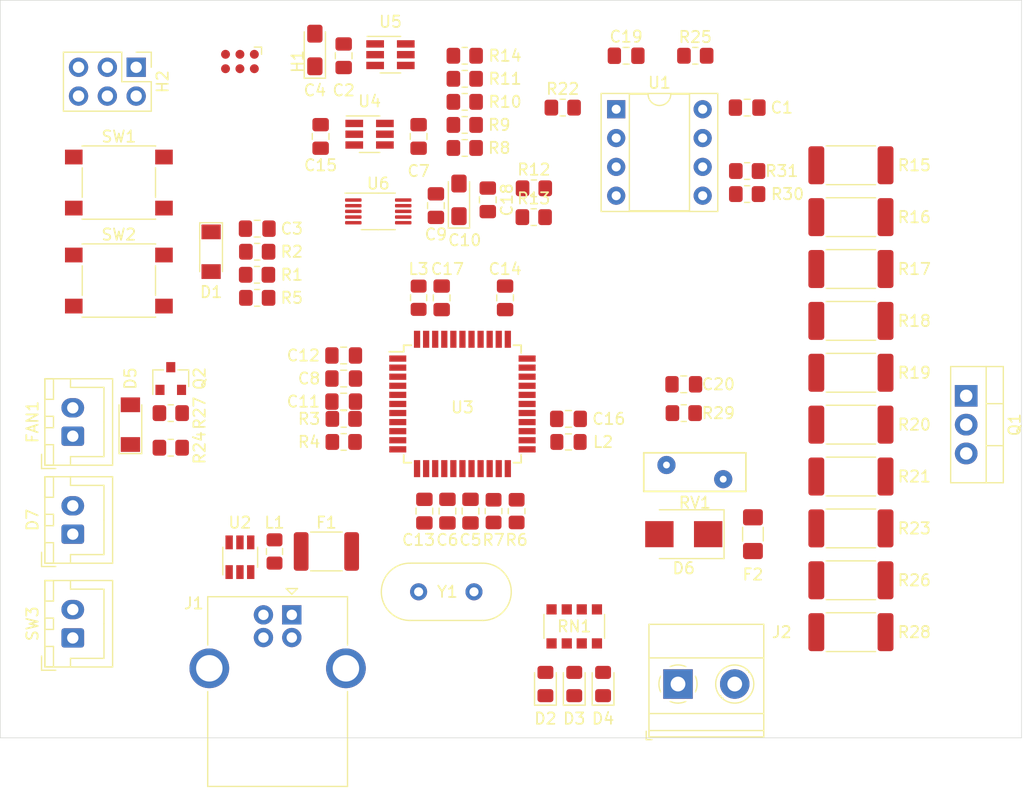
<source format=kicad_pcb>
(kicad_pcb (version 20171130) (host pcbnew "(5.1.9)-1")

  (general
    (thickness 1.6)
    (drawings 4)
    (tracks 0)
    (zones 0)
    (modules 82)
    (nets 67)
  )

  (page USLetter)
  (title_block
    (title "DC Electronic Load")
    (date 2021-07-23)
    (rev A)
  )

  (layers
    (0 F.Cu signal)
    (31 B.Cu signal hide)
    (32 B.Adhes user hide)
    (33 F.Adhes user hide)
    (34 B.Paste user hide)
    (35 F.Paste user hide)
    (36 B.SilkS user hide)
    (37 F.SilkS user)
    (38 B.Mask user hide)
    (39 F.Mask user hide)
    (40 Dwgs.User user hide)
    (41 Cmts.User user hide)
    (42 Eco1.User user hide)
    (43 Eco2.User user hide)
    (44 Edge.Cuts user)
    (45 Margin user hide)
    (46 B.CrtYd user hide)
    (47 F.CrtYd user hide)
    (48 B.Fab user hide)
    (49 F.Fab user hide)
  )

  (setup
    (last_trace_width 0.25)
    (trace_clearance 0.2)
    (zone_clearance 0.508)
    (zone_45_only no)
    (trace_min 0.2)
    (via_size 0.8)
    (via_drill 0.4)
    (via_min_size 0.4)
    (via_min_drill 0.3)
    (uvia_size 0.3)
    (uvia_drill 0.1)
    (uvias_allowed no)
    (uvia_min_size 0.2)
    (uvia_min_drill 0.1)
    (edge_width 0.05)
    (segment_width 0.2)
    (pcb_text_width 0.3)
    (pcb_text_size 1.5 1.5)
    (mod_edge_width 0.12)
    (mod_text_size 1 1)
    (mod_text_width 0.15)
    (pad_size 1.524 1.524)
    (pad_drill 0.762)
    (pad_to_mask_clearance 0)
    (aux_axis_origin 0 0)
    (visible_elements 7FFFFFFF)
    (pcbplotparams
      (layerselection 0x010fc_ffffffff)
      (usegerberextensions false)
      (usegerberattributes true)
      (usegerberadvancedattributes true)
      (creategerberjobfile true)
      (excludeedgelayer true)
      (linewidth 0.100000)
      (plotframeref false)
      (viasonmask false)
      (mode 1)
      (useauxorigin false)
      (hpglpennumber 1)
      (hpglpenspeed 20)
      (hpglpendiameter 15.000000)
      (psnegative false)
      (psa4output false)
      (plotreference true)
      (plotvalue true)
      (plotinvisibletext false)
      (padsonsilk false)
      (subtractmaskfromsilk false)
      (outputformat 1)
      (mirror false)
      (drillshape 1)
      (scaleselection 1)
      (outputdirectory ""))
  )

  (net 0 "")
  (net 1 "Net-(Q1-Pad1)")
  (net 2 GND)
  (net 3 VCC)
  (net 4 "Net-(U1-Pad6)")
  (net 5 VLOAD)
  (net 6 /ISET_DIV5)
  (net 7 /ISET)
  (net 8 SDA)
  (net 9 VREF2048)
  (net 10 /ILOAD+)
  (net 11 SCL)
  (net 12 /VUF)
  (net 13 /MOSI)
  (net 14 /SCK)
  (net 15 /MISO)
  (net 16 /VBUS)
  (net 17 /A5)
  (net 18 /A4)
  (net 19 /A3)
  (net 20 /A2)
  (net 21 /A1)
  (net 22 /A0)
  (net 23 /D5)
  (net 24 /D6)
  (net 25 /D4)
  (net 26 /D1|TX)
  (net 27 /D0|RX)
  (net 28 /D7)
  (net 29 "Net-(D2-Pad2)")
  (net 30 "Net-(F2-Pad2)")
  (net 31 "Net-(D3-Pad2)")
  (net 32 TXLED)
  (net 33 RXLED)
  (net 34 /D+USB)
  (net 35 /D-USB)
  (net 36 AVCC)
  (net 37 /D13)
  (net 38 /D10)
  (net 39 /D9)
  (net 40 /D8)
  (net 41 /D12)
  (net 42 /D11)
  (net 43 "Net-(C18-Pad1)")
  (net 44 ~EXT_RESET)
  (net 45 /UCAP)
  (net 46 /~RESET)
  (net 47 /D+AVR)
  (net 48 /D-AVR)
  (net 49 "Net-(U6-Pad3)")
  (net 50 "Net-(D6-Pad1)")
  (net 51 "Net-(Q2-Pad1)")
  (net 52 FAN_PWM)
  (net 53 "Net-(C18-Pad2)")
  (net 54 "Net-(C19-Pad2)")
  (net 55 "Net-(C19-Pad1)")
  (net 56 "Net-(C20-Pad1)")
  (net 57 "Net-(D4-Pad2)")
  (net 58 "Net-(D5-Pad2)")
  (net 59 "Net-(R30-Pad2)")
  (net 60 "Net-(U2-Pad4)")
  (net 61 "Net-(U2-Pad3)")
  (net 62 /XTAL1)
  (net 63 /XTAL2)
  (net 64 /~HWB)
  (net 65 "Net-(D7-Pad2)")
  (net 66 /VSW)

  (net_class Default "This is the default net class."
    (clearance 0.2)
    (trace_width 0.25)
    (via_dia 0.8)
    (via_drill 0.4)
    (uvia_dia 0.3)
    (uvia_drill 0.1)
    (add_net /A0)
    (add_net /A1)
    (add_net /A2)
    (add_net /A3)
    (add_net /A4)
    (add_net /A5)
    (add_net /D+AVR)
    (add_net /D+USB)
    (add_net /D-AVR)
    (add_net /D-USB)
    (add_net /D0|RX)
    (add_net /D10)
    (add_net /D11)
    (add_net /D12)
    (add_net /D13)
    (add_net /D1|TX)
    (add_net /D4)
    (add_net /D5)
    (add_net /D6)
    (add_net /D7)
    (add_net /D8)
    (add_net /D9)
    (add_net /ILOAD+)
    (add_net /ISET)
    (add_net /ISET_DIV5)
    (add_net /MISO)
    (add_net /MOSI)
    (add_net /SCK)
    (add_net /UCAP)
    (add_net /VBUS)
    (add_net /VSW)
    (add_net /VUF)
    (add_net /XTAL1)
    (add_net /XTAL2)
    (add_net /~HWB)
    (add_net /~RESET)
    (add_net AVCC)
    (add_net FAN_PWM)
    (add_net GND)
    (add_net "Net-(C18-Pad1)")
    (add_net "Net-(C18-Pad2)")
    (add_net "Net-(C19-Pad1)")
    (add_net "Net-(C19-Pad2)")
    (add_net "Net-(C20-Pad1)")
    (add_net "Net-(D2-Pad2)")
    (add_net "Net-(D3-Pad2)")
    (add_net "Net-(D4-Pad2)")
    (add_net "Net-(D5-Pad2)")
    (add_net "Net-(D6-Pad1)")
    (add_net "Net-(D7-Pad2)")
    (add_net "Net-(F2-Pad2)")
    (add_net "Net-(Q1-Pad1)")
    (add_net "Net-(Q2-Pad1)")
    (add_net "Net-(R30-Pad2)")
    (add_net "Net-(U1-Pad6)")
    (add_net "Net-(U2-Pad3)")
    (add_net "Net-(U2-Pad4)")
    (add_net "Net-(U6-Pad3)")
    (add_net RXLED)
    (add_net SCL)
    (add_net SDA)
    (add_net TXLED)
    (add_net VCC)
    (add_net VLOAD)
    (add_net VREF2048)
    (add_net ~EXT_RESET)
  )

  (module Connector_JST:JST_XH_B2B-XH-A_1x02_P2.50mm_Vertical (layer F.Cu) (tedit 5C28146C) (tstamp 6100AF8B)
    (at 56.388 171.196 90)
    (descr "JST XH series connector, B2B-XH-A (http://www.jst-mfg.com/product/pdf/eng/eXH.pdf), generated with kicad-footprint-generator")
    (tags "connector JST XH vertical")
    (path /644FC577)
    (fp_text reference SW3 (at 1.25 -3.55 90) (layer F.SilkS)
      (effects (font (size 1 1) (thickness 0.15)))
    )
    (fp_text value POWER (at 1.25 4.6 90) (layer F.Fab)
      (effects (font (size 1 1) (thickness 0.15)))
    )
    (fp_text user %R (at 1.25 2.7 90) (layer F.Fab)
      (effects (font (size 1 1) (thickness 0.15)))
    )
    (fp_line (start -2.45 -2.35) (end -2.45 3.4) (layer F.Fab) (width 0.1))
    (fp_line (start -2.45 3.4) (end 4.95 3.4) (layer F.Fab) (width 0.1))
    (fp_line (start 4.95 3.4) (end 4.95 -2.35) (layer F.Fab) (width 0.1))
    (fp_line (start 4.95 -2.35) (end -2.45 -2.35) (layer F.Fab) (width 0.1))
    (fp_line (start -2.56 -2.46) (end -2.56 3.51) (layer F.SilkS) (width 0.12))
    (fp_line (start -2.56 3.51) (end 5.06 3.51) (layer F.SilkS) (width 0.12))
    (fp_line (start 5.06 3.51) (end 5.06 -2.46) (layer F.SilkS) (width 0.12))
    (fp_line (start 5.06 -2.46) (end -2.56 -2.46) (layer F.SilkS) (width 0.12))
    (fp_line (start -2.95 -2.85) (end -2.95 3.9) (layer F.CrtYd) (width 0.05))
    (fp_line (start -2.95 3.9) (end 5.45 3.9) (layer F.CrtYd) (width 0.05))
    (fp_line (start 5.45 3.9) (end 5.45 -2.85) (layer F.CrtYd) (width 0.05))
    (fp_line (start 5.45 -2.85) (end -2.95 -2.85) (layer F.CrtYd) (width 0.05))
    (fp_line (start -0.625 -2.35) (end 0 -1.35) (layer F.Fab) (width 0.1))
    (fp_line (start 0 -1.35) (end 0.625 -2.35) (layer F.Fab) (width 0.1))
    (fp_line (start 0.75 -2.45) (end 0.75 -1.7) (layer F.SilkS) (width 0.12))
    (fp_line (start 0.75 -1.7) (end 1.75 -1.7) (layer F.SilkS) (width 0.12))
    (fp_line (start 1.75 -1.7) (end 1.75 -2.45) (layer F.SilkS) (width 0.12))
    (fp_line (start 1.75 -2.45) (end 0.75 -2.45) (layer F.SilkS) (width 0.12))
    (fp_line (start -2.55 -2.45) (end -2.55 -1.7) (layer F.SilkS) (width 0.12))
    (fp_line (start -2.55 -1.7) (end -0.75 -1.7) (layer F.SilkS) (width 0.12))
    (fp_line (start -0.75 -1.7) (end -0.75 -2.45) (layer F.SilkS) (width 0.12))
    (fp_line (start -0.75 -2.45) (end -2.55 -2.45) (layer F.SilkS) (width 0.12))
    (fp_line (start 3.25 -2.45) (end 3.25 -1.7) (layer F.SilkS) (width 0.12))
    (fp_line (start 3.25 -1.7) (end 5.05 -1.7) (layer F.SilkS) (width 0.12))
    (fp_line (start 5.05 -1.7) (end 5.05 -2.45) (layer F.SilkS) (width 0.12))
    (fp_line (start 5.05 -2.45) (end 3.25 -2.45) (layer F.SilkS) (width 0.12))
    (fp_line (start -2.55 -0.2) (end -1.8 -0.2) (layer F.SilkS) (width 0.12))
    (fp_line (start -1.8 -0.2) (end -1.8 2.75) (layer F.SilkS) (width 0.12))
    (fp_line (start -1.8 2.75) (end 1.25 2.75) (layer F.SilkS) (width 0.12))
    (fp_line (start 5.05 -0.2) (end 4.3 -0.2) (layer F.SilkS) (width 0.12))
    (fp_line (start 4.3 -0.2) (end 4.3 2.75) (layer F.SilkS) (width 0.12))
    (fp_line (start 4.3 2.75) (end 1.25 2.75) (layer F.SilkS) (width 0.12))
    (fp_line (start -1.6 -2.75) (end -2.85 -2.75) (layer F.SilkS) (width 0.12))
    (fp_line (start -2.85 -2.75) (end -2.85 -1.5) (layer F.SilkS) (width 0.12))
    (pad 2 thru_hole oval (at 2.5 0 90) (size 1.7 2) (drill 1) (layers *.Cu *.Mask)
      (net 66 /VSW))
    (pad 1 thru_hole roundrect (at 0 0 90) (size 1.7 2) (drill 1) (layers *.Cu *.Mask) (roundrect_rratio 0.147059)
      (net 16 /VBUS))
    (model ${KISYS3DMOD}/Connector_JST.3dshapes/JST_XH_B2B-XH-A_1x02_P2.50mm_Vertical.wrl
      (at (xyz 0 0 0))
      (scale (xyz 1 1 1))
      (rotate (xyz 0 0 0))
    )
  )

  (module Connector_JST:JST_XH_B2B-XH-A_1x02_P2.50mm_Vertical (layer F.Cu) (tedit 5C28146C) (tstamp 61007685)
    (at 56.388 162.052 90)
    (descr "JST XH series connector, B2B-XH-A (http://www.jst-mfg.com/product/pdf/eng/eXH.pdf), generated with kicad-footprint-generator")
    (tags "connector JST XH vertical")
    (path /6438E5B7)
    (fp_text reference D7 (at 1.25 -3.55 90) (layer F.SilkS)
      (effects (font (size 1 1) (thickness 0.15)))
    )
    (fp_text value POWER-CASE (at 1.25 4.6 90) (layer F.Fab)
      (effects (font (size 1 1) (thickness 0.15)))
    )
    (fp_text user %R (at 1.25 2.7 90) (layer F.Fab)
      (effects (font (size 1 1) (thickness 0.15)))
    )
    (fp_line (start -2.45 -2.35) (end -2.45 3.4) (layer F.Fab) (width 0.1))
    (fp_line (start -2.45 3.4) (end 4.95 3.4) (layer F.Fab) (width 0.1))
    (fp_line (start 4.95 3.4) (end 4.95 -2.35) (layer F.Fab) (width 0.1))
    (fp_line (start 4.95 -2.35) (end -2.45 -2.35) (layer F.Fab) (width 0.1))
    (fp_line (start -2.56 -2.46) (end -2.56 3.51) (layer F.SilkS) (width 0.12))
    (fp_line (start -2.56 3.51) (end 5.06 3.51) (layer F.SilkS) (width 0.12))
    (fp_line (start 5.06 3.51) (end 5.06 -2.46) (layer F.SilkS) (width 0.12))
    (fp_line (start 5.06 -2.46) (end -2.56 -2.46) (layer F.SilkS) (width 0.12))
    (fp_line (start -2.95 -2.85) (end -2.95 3.9) (layer F.CrtYd) (width 0.05))
    (fp_line (start -2.95 3.9) (end 5.45 3.9) (layer F.CrtYd) (width 0.05))
    (fp_line (start 5.45 3.9) (end 5.45 -2.85) (layer F.CrtYd) (width 0.05))
    (fp_line (start 5.45 -2.85) (end -2.95 -2.85) (layer F.CrtYd) (width 0.05))
    (fp_line (start -0.625 -2.35) (end 0 -1.35) (layer F.Fab) (width 0.1))
    (fp_line (start 0 -1.35) (end 0.625 -2.35) (layer F.Fab) (width 0.1))
    (fp_line (start 0.75 -2.45) (end 0.75 -1.7) (layer F.SilkS) (width 0.12))
    (fp_line (start 0.75 -1.7) (end 1.75 -1.7) (layer F.SilkS) (width 0.12))
    (fp_line (start 1.75 -1.7) (end 1.75 -2.45) (layer F.SilkS) (width 0.12))
    (fp_line (start 1.75 -2.45) (end 0.75 -2.45) (layer F.SilkS) (width 0.12))
    (fp_line (start -2.55 -2.45) (end -2.55 -1.7) (layer F.SilkS) (width 0.12))
    (fp_line (start -2.55 -1.7) (end -0.75 -1.7) (layer F.SilkS) (width 0.12))
    (fp_line (start -0.75 -1.7) (end -0.75 -2.45) (layer F.SilkS) (width 0.12))
    (fp_line (start -0.75 -2.45) (end -2.55 -2.45) (layer F.SilkS) (width 0.12))
    (fp_line (start 3.25 -2.45) (end 3.25 -1.7) (layer F.SilkS) (width 0.12))
    (fp_line (start 3.25 -1.7) (end 5.05 -1.7) (layer F.SilkS) (width 0.12))
    (fp_line (start 5.05 -1.7) (end 5.05 -2.45) (layer F.SilkS) (width 0.12))
    (fp_line (start 5.05 -2.45) (end 3.25 -2.45) (layer F.SilkS) (width 0.12))
    (fp_line (start -2.55 -0.2) (end -1.8 -0.2) (layer F.SilkS) (width 0.12))
    (fp_line (start -1.8 -0.2) (end -1.8 2.75) (layer F.SilkS) (width 0.12))
    (fp_line (start -1.8 2.75) (end 1.25 2.75) (layer F.SilkS) (width 0.12))
    (fp_line (start 5.05 -0.2) (end 4.3 -0.2) (layer F.SilkS) (width 0.12))
    (fp_line (start 4.3 -0.2) (end 4.3 2.75) (layer F.SilkS) (width 0.12))
    (fp_line (start 4.3 2.75) (end 1.25 2.75) (layer F.SilkS) (width 0.12))
    (fp_line (start -1.6 -2.75) (end -2.85 -2.75) (layer F.SilkS) (width 0.12))
    (fp_line (start -2.85 -2.75) (end -2.85 -1.5) (layer F.SilkS) (width 0.12))
    (pad 2 thru_hole oval (at 2.5 0 90) (size 1.7 2) (drill 1) (layers *.Cu *.Mask)
      (net 65 "Net-(D7-Pad2)"))
    (pad 1 thru_hole roundrect (at 0 0 90) (size 1.7 2) (drill 1) (layers *.Cu *.Mask) (roundrect_rratio 0.147059)
      (net 2 GND))
    (model ${KISYS3DMOD}/Connector_JST.3dshapes/JST_XH_B2B-XH-A_1x02_P2.50mm_Vertical.wrl
      (at (xyz 0 0 0))
      (scale (xyz 1 1 1))
      (rotate (xyz 0 0 0))
    )
  )

  (module Button_Switch_SMD:SW_Push_1P1T_NO_6x6mm_H9.5mm (layer F.Cu) (tedit 5CA1CA7F) (tstamp 60FFFD0E)
    (at 60.452 139.7)
    (descr "tactile push button, 6x6mm e.g. PTS645xx series, height=9.5mm")
    (tags "tact sw push 6mm smd")
    (path /63F0344D)
    (attr smd)
    (fp_text reference SW2 (at 0 -4.05) (layer F.SilkS)
      (effects (font (size 1 1) (thickness 0.15)))
    )
    (fp_text value BOOTLOADER (at 0 4.15) (layer F.Fab)
      (effects (font (size 1 1) (thickness 0.15)))
    )
    (fp_text user %R (at 0 -4.05) (layer F.Fab)
      (effects (font (size 1 1) (thickness 0.15)))
    )
    (fp_line (start -3 -3) (end -3 3) (layer F.Fab) (width 0.1))
    (fp_line (start -3 3) (end 3 3) (layer F.Fab) (width 0.1))
    (fp_line (start 3 3) (end 3 -3) (layer F.Fab) (width 0.1))
    (fp_line (start 3 -3) (end -3 -3) (layer F.Fab) (width 0.1))
    (fp_line (start 5 3.25) (end 5 -3.25) (layer F.CrtYd) (width 0.05))
    (fp_line (start -5 -3.25) (end -5 3.25) (layer F.CrtYd) (width 0.05))
    (fp_line (start -5 3.25) (end 5 3.25) (layer F.CrtYd) (width 0.05))
    (fp_line (start -5 -3.25) (end 5 -3.25) (layer F.CrtYd) (width 0.05))
    (fp_line (start 3.23 -3.23) (end 3.23 -3.2) (layer F.SilkS) (width 0.12))
    (fp_line (start 3.23 3.23) (end 3.23 3.2) (layer F.SilkS) (width 0.12))
    (fp_line (start -3.23 3.23) (end -3.23 3.2) (layer F.SilkS) (width 0.12))
    (fp_line (start -3.23 -3.2) (end -3.23 -3.23) (layer F.SilkS) (width 0.12))
    (fp_line (start 3.23 -1.3) (end 3.23 1.3) (layer F.SilkS) (width 0.12))
    (fp_line (start -3.23 -3.23) (end 3.23 -3.23) (layer F.SilkS) (width 0.12))
    (fp_line (start -3.23 -1.3) (end -3.23 1.3) (layer F.SilkS) (width 0.12))
    (fp_line (start -3.23 3.23) (end 3.23 3.23) (layer F.SilkS) (width 0.12))
    (fp_circle (center 0 0) (end 1.75 -0.05) (layer F.Fab) (width 0.1))
    (pad 2 smd rect (at 3.975 2.25) (size 1.55 1.3) (layers F.Cu F.Paste F.Mask)
      (net 2 GND))
    (pad 1 smd rect (at 3.975 -2.25) (size 1.55 1.3) (layers F.Cu F.Paste F.Mask)
      (net 64 /~HWB))
    (pad 1 smd rect (at -3.975 -2.25) (size 1.55 1.3) (layers F.Cu F.Paste F.Mask)
      (net 64 /~HWB))
    (pad 2 smd rect (at -3.975 2.25) (size 1.55 1.3) (layers F.Cu F.Paste F.Mask)
      (net 2 GND))
    (model ${KISYS3DMOD}/Button_Switch_SMD.3dshapes/SW_PUSH_6mm_H9.5mm.wrl
      (at (xyz 0 0 0))
      (scale (xyz 1 1 1))
      (rotate (xyz 0 0 0))
    )
  )

  (module Resistor_SMD:R_0805_2012Metric_Pad1.20x1.40mm_HandSolder (layer F.Cu) (tedit 5F68FEEE) (tstamp 60FFF932)
    (at 72.644 141.224 180)
    (descr "Resistor SMD 0805 (2012 Metric), square (rectangular) end terminal, IPC_7351 nominal with elongated pad for handsoldering. (Body size source: IPC-SM-782 page 72, https://www.pcb-3d.com/wordpress/wp-content/uploads/ipc-sm-782a_amendment_1_and_2.pdf), generated with kicad-footprint-generator")
    (tags "resistor handsolder")
    (path /640372BA)
    (attr smd)
    (fp_text reference R5 (at -3.048 0) (layer F.SilkS)
      (effects (font (size 1 1) (thickness 0.15)))
    )
    (fp_text value 10K (at 0 1.65) (layer F.Fab)
      (effects (font (size 1 1) (thickness 0.15)))
    )
    (fp_text user %R (at 0 0) (layer F.Fab)
      (effects (font (size 0.5 0.5) (thickness 0.08)))
    )
    (fp_line (start -1 0.625) (end -1 -0.625) (layer F.Fab) (width 0.1))
    (fp_line (start -1 -0.625) (end 1 -0.625) (layer F.Fab) (width 0.1))
    (fp_line (start 1 -0.625) (end 1 0.625) (layer F.Fab) (width 0.1))
    (fp_line (start 1 0.625) (end -1 0.625) (layer F.Fab) (width 0.1))
    (fp_line (start -0.227064 -0.735) (end 0.227064 -0.735) (layer F.SilkS) (width 0.12))
    (fp_line (start -0.227064 0.735) (end 0.227064 0.735) (layer F.SilkS) (width 0.12))
    (fp_line (start -1.85 0.95) (end -1.85 -0.95) (layer F.CrtYd) (width 0.05))
    (fp_line (start -1.85 -0.95) (end 1.85 -0.95) (layer F.CrtYd) (width 0.05))
    (fp_line (start 1.85 -0.95) (end 1.85 0.95) (layer F.CrtYd) (width 0.05))
    (fp_line (start 1.85 0.95) (end -1.85 0.95) (layer F.CrtYd) (width 0.05))
    (pad 2 smd roundrect (at 1 0 180) (size 1.2 1.4) (layers F.Cu F.Paste F.Mask) (roundrect_rratio 0.208333)
      (net 64 /~HWB))
    (pad 1 smd roundrect (at -1 0 180) (size 1.2 1.4) (layers F.Cu F.Paste F.Mask) (roundrect_rratio 0.208333)
      (net 3 VCC))
    (model ${KISYS3DMOD}/Resistor_SMD.3dshapes/R_0805_2012Metric.wrl
      (at (xyz 0 0 0))
      (scale (xyz 1 1 1))
      (rotate (xyz 0 0 0))
    )
  )

  (module Capacitor_SMD:C_0805_2012Metric_Pad1.18x1.45mm_HandSolder (layer F.Cu) (tedit 5F68FEEF) (tstamp 60FFB039)
    (at 94.488 141.224 90)
    (descr "Capacitor SMD 0805 (2012 Metric), square (rectangular) end terminal, IPC_7351 nominal with elongated pad for handsoldering. (Body size source: IPC-SM-782 page 76, https://www.pcb-3d.com/wordpress/wp-content/uploads/ipc-sm-782a_amendment_1_and_2.pdf, https://docs.google.com/spreadsheets/d/1BsfQQcO9C6DZCsRaXUlFlo91Tg2WpOkGARC1WS5S8t0/edit?usp=sharing), generated with kicad-footprint-generator")
    (tags "capacitor handsolder")
    (path /63B0D961)
    (attr smd)
    (fp_text reference C14 (at 2.54 0 180) (layer F.SilkS)
      (effects (font (size 1 1) (thickness 0.15)))
    )
    (fp_text value 100nF (at 0 1.68 90) (layer F.Fab)
      (effects (font (size 1 1) (thickness 0.15)))
    )
    (fp_text user %R (at 0 0 90) (layer F.Fab)
      (effects (font (size 0.5 0.5) (thickness 0.08)))
    )
    (fp_line (start -1 0.625) (end -1 -0.625) (layer F.Fab) (width 0.1))
    (fp_line (start -1 -0.625) (end 1 -0.625) (layer F.Fab) (width 0.1))
    (fp_line (start 1 -0.625) (end 1 0.625) (layer F.Fab) (width 0.1))
    (fp_line (start 1 0.625) (end -1 0.625) (layer F.Fab) (width 0.1))
    (fp_line (start -0.261252 -0.735) (end 0.261252 -0.735) (layer F.SilkS) (width 0.12))
    (fp_line (start -0.261252 0.735) (end 0.261252 0.735) (layer F.SilkS) (width 0.12))
    (fp_line (start -1.88 0.98) (end -1.88 -0.98) (layer F.CrtYd) (width 0.05))
    (fp_line (start -1.88 -0.98) (end 1.88 -0.98) (layer F.CrtYd) (width 0.05))
    (fp_line (start 1.88 -0.98) (end 1.88 0.98) (layer F.CrtYd) (width 0.05))
    (fp_line (start 1.88 0.98) (end -1.88 0.98) (layer F.CrtYd) (width 0.05))
    (pad 2 smd roundrect (at 1.0375 0 90) (size 1.175 1.45) (layers F.Cu F.Paste F.Mask) (roundrect_rratio 0.212766)
      (net 2 GND))
    (pad 1 smd roundrect (at -1.0375 0 90) (size 1.175 1.45) (layers F.Cu F.Paste F.Mask) (roundrect_rratio 0.212766)
      (net 3 VCC))
    (model ${KISYS3DMOD}/Capacitor_SMD.3dshapes/C_0805_2012Metric.wrl
      (at (xyz 0 0 0))
      (scale (xyz 1 1 1))
      (rotate (xyz 0 0 0))
    )
  )

  (module Resistor_SMD:R_0805_2012Metric_Pad1.20x1.40mm_HandSolder (layer F.Cu) (tedit 5F68FEEE) (tstamp 60FF80B8)
    (at 65.024 151.384)
    (descr "Resistor SMD 0805 (2012 Metric), square (rectangular) end terminal, IPC_7351 nominal with elongated pad for handsoldering. (Body size source: IPC-SM-782 page 72, https://www.pcb-3d.com/wordpress/wp-content/uploads/ipc-sm-782a_amendment_1_and_2.pdf), generated with kicad-footprint-generator")
    (tags "resistor handsolder")
    (path /63998030)
    (attr smd)
    (fp_text reference R27 (at 2.54 0 270) (layer F.SilkS)
      (effects (font (size 1 1) (thickness 0.15)))
    )
    (fp_text value 10K (at 0 1.65) (layer F.Fab)
      (effects (font (size 1 1) (thickness 0.15)))
    )
    (fp_text user %R (at 0 0) (layer F.Fab)
      (effects (font (size 0.5 0.5) (thickness 0.08)))
    )
    (fp_line (start -1 0.625) (end -1 -0.625) (layer F.Fab) (width 0.1))
    (fp_line (start -1 -0.625) (end 1 -0.625) (layer F.Fab) (width 0.1))
    (fp_line (start 1 -0.625) (end 1 0.625) (layer F.Fab) (width 0.1))
    (fp_line (start 1 0.625) (end -1 0.625) (layer F.Fab) (width 0.1))
    (fp_line (start -0.227064 -0.735) (end 0.227064 -0.735) (layer F.SilkS) (width 0.12))
    (fp_line (start -0.227064 0.735) (end 0.227064 0.735) (layer F.SilkS) (width 0.12))
    (fp_line (start -1.85 0.95) (end -1.85 -0.95) (layer F.CrtYd) (width 0.05))
    (fp_line (start -1.85 -0.95) (end 1.85 -0.95) (layer F.CrtYd) (width 0.05))
    (fp_line (start 1.85 -0.95) (end 1.85 0.95) (layer F.CrtYd) (width 0.05))
    (fp_line (start 1.85 0.95) (end -1.85 0.95) (layer F.CrtYd) (width 0.05))
    (pad 2 smd roundrect (at 1 0) (size 1.2 1.4) (layers F.Cu F.Paste F.Mask) (roundrect_rratio 0.208333)
      (net 2 GND))
    (pad 1 smd roundrect (at -1 0) (size 1.2 1.4) (layers F.Cu F.Paste F.Mask) (roundrect_rratio 0.208333)
      (net 51 "Net-(Q2-Pad1)"))
    (model ${KISYS3DMOD}/Resistor_SMD.3dshapes/R_0805_2012Metric.wrl
      (at (xyz 0 0 0))
      (scale (xyz 1 1 1))
      (rotate (xyz 0 0 0))
    )
  )

  (module Resistor_SMD:R_0805_2012Metric_Pad1.20x1.40mm_HandSolder (layer F.Cu) (tedit 5F68FEEE) (tstamp 60FF80A7)
    (at 65.024 154.432 180)
    (descr "Resistor SMD 0805 (2012 Metric), square (rectangular) end terminal, IPC_7351 nominal with elongated pad for handsoldering. (Body size source: IPC-SM-782 page 72, https://www.pcb-3d.com/wordpress/wp-content/uploads/ipc-sm-782a_amendment_1_and_2.pdf), generated with kicad-footprint-generator")
    (tags "resistor handsolder")
    (path /639968B9)
    (attr smd)
    (fp_text reference R24 (at -2.54 0 270) (layer F.SilkS)
      (effects (font (size 1 1) (thickness 0.15)))
    )
    (fp_text value 100R (at 0 1.65) (layer F.Fab)
      (effects (font (size 1 1) (thickness 0.15)))
    )
    (fp_text user %R (at 0 0) (layer F.Fab)
      (effects (font (size 0.5 0.5) (thickness 0.08)))
    )
    (fp_line (start -1 0.625) (end -1 -0.625) (layer F.Fab) (width 0.1))
    (fp_line (start -1 -0.625) (end 1 -0.625) (layer F.Fab) (width 0.1))
    (fp_line (start 1 -0.625) (end 1 0.625) (layer F.Fab) (width 0.1))
    (fp_line (start 1 0.625) (end -1 0.625) (layer F.Fab) (width 0.1))
    (fp_line (start -0.227064 -0.735) (end 0.227064 -0.735) (layer F.SilkS) (width 0.12))
    (fp_line (start -0.227064 0.735) (end 0.227064 0.735) (layer F.SilkS) (width 0.12))
    (fp_line (start -1.85 0.95) (end -1.85 -0.95) (layer F.CrtYd) (width 0.05))
    (fp_line (start -1.85 -0.95) (end 1.85 -0.95) (layer F.CrtYd) (width 0.05))
    (fp_line (start 1.85 -0.95) (end 1.85 0.95) (layer F.CrtYd) (width 0.05))
    (fp_line (start 1.85 0.95) (end -1.85 0.95) (layer F.CrtYd) (width 0.05))
    (pad 2 smd roundrect (at 1 0 180) (size 1.2 1.4) (layers F.Cu F.Paste F.Mask) (roundrect_rratio 0.208333)
      (net 51 "Net-(Q2-Pad1)"))
    (pad 1 smd roundrect (at -1 0 180) (size 1.2 1.4) (layers F.Cu F.Paste F.Mask) (roundrect_rratio 0.208333)
      (net 52 FAN_PWM))
    (model ${KISYS3DMOD}/Resistor_SMD.3dshapes/R_0805_2012Metric.wrl
      (at (xyz 0 0 0))
      (scale (xyz 1 1 1))
      (rotate (xyz 0 0 0))
    )
  )

  (module Connector_JST:JST_XH_B2B-XH-A_1x02_P2.50mm_Vertical (layer F.Cu) (tedit 5C28146C) (tstamp 60FF6488)
    (at 56.388 153.416 90)
    (descr "JST XH series connector, B2B-XH-A (http://www.jst-mfg.com/product/pdf/eng/eXH.pdf), generated with kicad-footprint-generator")
    (tags "connector JST XH vertical")
    (path /638719C6)
    (fp_text reference FAN1 (at 1.25 -3.55 90) (layer F.SilkS)
      (effects (font (size 1 1) (thickness 0.15)))
    )
    (fp_text value 5V (at 1.25 4.6 90) (layer F.Fab)
      (effects (font (size 1 1) (thickness 0.15)))
    )
    (fp_text user %R (at 1.25 2.7 90) (layer F.Fab)
      (effects (font (size 1 1) (thickness 0.15)))
    )
    (fp_line (start -2.45 -2.35) (end -2.45 3.4) (layer F.Fab) (width 0.1))
    (fp_line (start -2.45 3.4) (end 4.95 3.4) (layer F.Fab) (width 0.1))
    (fp_line (start 4.95 3.4) (end 4.95 -2.35) (layer F.Fab) (width 0.1))
    (fp_line (start 4.95 -2.35) (end -2.45 -2.35) (layer F.Fab) (width 0.1))
    (fp_line (start -2.56 -2.46) (end -2.56 3.51) (layer F.SilkS) (width 0.12))
    (fp_line (start -2.56 3.51) (end 5.06 3.51) (layer F.SilkS) (width 0.12))
    (fp_line (start 5.06 3.51) (end 5.06 -2.46) (layer F.SilkS) (width 0.12))
    (fp_line (start 5.06 -2.46) (end -2.56 -2.46) (layer F.SilkS) (width 0.12))
    (fp_line (start -2.95 -2.85) (end -2.95 3.9) (layer F.CrtYd) (width 0.05))
    (fp_line (start -2.95 3.9) (end 5.45 3.9) (layer F.CrtYd) (width 0.05))
    (fp_line (start 5.45 3.9) (end 5.45 -2.85) (layer F.CrtYd) (width 0.05))
    (fp_line (start 5.45 -2.85) (end -2.95 -2.85) (layer F.CrtYd) (width 0.05))
    (fp_line (start -0.625 -2.35) (end 0 -1.35) (layer F.Fab) (width 0.1))
    (fp_line (start 0 -1.35) (end 0.625 -2.35) (layer F.Fab) (width 0.1))
    (fp_line (start 0.75 -2.45) (end 0.75 -1.7) (layer F.SilkS) (width 0.12))
    (fp_line (start 0.75 -1.7) (end 1.75 -1.7) (layer F.SilkS) (width 0.12))
    (fp_line (start 1.75 -1.7) (end 1.75 -2.45) (layer F.SilkS) (width 0.12))
    (fp_line (start 1.75 -2.45) (end 0.75 -2.45) (layer F.SilkS) (width 0.12))
    (fp_line (start -2.55 -2.45) (end -2.55 -1.7) (layer F.SilkS) (width 0.12))
    (fp_line (start -2.55 -1.7) (end -0.75 -1.7) (layer F.SilkS) (width 0.12))
    (fp_line (start -0.75 -1.7) (end -0.75 -2.45) (layer F.SilkS) (width 0.12))
    (fp_line (start -0.75 -2.45) (end -2.55 -2.45) (layer F.SilkS) (width 0.12))
    (fp_line (start 3.25 -2.45) (end 3.25 -1.7) (layer F.SilkS) (width 0.12))
    (fp_line (start 3.25 -1.7) (end 5.05 -1.7) (layer F.SilkS) (width 0.12))
    (fp_line (start 5.05 -1.7) (end 5.05 -2.45) (layer F.SilkS) (width 0.12))
    (fp_line (start 5.05 -2.45) (end 3.25 -2.45) (layer F.SilkS) (width 0.12))
    (fp_line (start -2.55 -0.2) (end -1.8 -0.2) (layer F.SilkS) (width 0.12))
    (fp_line (start -1.8 -0.2) (end -1.8 2.75) (layer F.SilkS) (width 0.12))
    (fp_line (start -1.8 2.75) (end 1.25 2.75) (layer F.SilkS) (width 0.12))
    (fp_line (start 5.05 -0.2) (end 4.3 -0.2) (layer F.SilkS) (width 0.12))
    (fp_line (start 4.3 -0.2) (end 4.3 2.75) (layer F.SilkS) (width 0.12))
    (fp_line (start 4.3 2.75) (end 1.25 2.75) (layer F.SilkS) (width 0.12))
    (fp_line (start -1.6 -2.75) (end -2.85 -2.75) (layer F.SilkS) (width 0.12))
    (fp_line (start -2.85 -2.75) (end -2.85 -1.5) (layer F.SilkS) (width 0.12))
    (pad 2 thru_hole oval (at 2.5 0 90) (size 1.7 2) (drill 1) (layers *.Cu *.Mask)
      (net 58 "Net-(D5-Pad2)"))
    (pad 1 thru_hole roundrect (at 0 0 90) (size 1.7 2) (drill 1) (layers *.Cu *.Mask) (roundrect_rratio 0.147059)
      (net 3 VCC))
    (model ${KISYS3DMOD}/Connector_JST.3dshapes/JST_XH_B2B-XH-A_1x02_P2.50mm_Vertical.wrl
      (at (xyz 0 0 0))
      (scale (xyz 1 1 1))
      (rotate (xyz 0 0 0))
    )
  )

  (module Package_TO_SOT_SMD:SOT-23 (layer F.Cu) (tedit 5A02FF57) (tstamp 60FF64CF)
    (at 65.024 148.336 90)
    (descr "SOT-23, Standard")
    (tags SOT-23)
    (path /6386D558)
    (attr smd)
    (fp_text reference Q2 (at 0 2.54 90) (layer F.SilkS)
      (effects (font (size 1 1) (thickness 0.15)))
    )
    (fp_text value DMG2302U (at 0 2.5 90) (layer F.Fab)
      (effects (font (size 1 1) (thickness 0.15)))
    )
    (fp_text user %R (at 0 0) (layer F.Fab)
      (effects (font (size 0.5 0.5) (thickness 0.075)))
    )
    (fp_line (start -0.7 -0.95) (end -0.7 1.5) (layer F.Fab) (width 0.1))
    (fp_line (start -0.15 -1.52) (end 0.7 -1.52) (layer F.Fab) (width 0.1))
    (fp_line (start -0.7 -0.95) (end -0.15 -1.52) (layer F.Fab) (width 0.1))
    (fp_line (start 0.7 -1.52) (end 0.7 1.52) (layer F.Fab) (width 0.1))
    (fp_line (start -0.7 1.52) (end 0.7 1.52) (layer F.Fab) (width 0.1))
    (fp_line (start 0.76 1.58) (end 0.76 0.65) (layer F.SilkS) (width 0.12))
    (fp_line (start 0.76 -1.58) (end 0.76 -0.65) (layer F.SilkS) (width 0.12))
    (fp_line (start -1.7 -1.75) (end 1.7 -1.75) (layer F.CrtYd) (width 0.05))
    (fp_line (start 1.7 -1.75) (end 1.7 1.75) (layer F.CrtYd) (width 0.05))
    (fp_line (start 1.7 1.75) (end -1.7 1.75) (layer F.CrtYd) (width 0.05))
    (fp_line (start -1.7 1.75) (end -1.7 -1.75) (layer F.CrtYd) (width 0.05))
    (fp_line (start 0.76 -1.58) (end -1.4 -1.58) (layer F.SilkS) (width 0.12))
    (fp_line (start 0.76 1.58) (end -0.7 1.58) (layer F.SilkS) (width 0.12))
    (pad 3 smd rect (at 1 0 90) (size 0.9 0.8) (layers F.Cu F.Paste F.Mask)
      (net 58 "Net-(D5-Pad2)"))
    (pad 2 smd rect (at -1 0.95 90) (size 0.9 0.8) (layers F.Cu F.Paste F.Mask)
      (net 2 GND))
    (pad 1 smd rect (at -1 -0.95 90) (size 0.9 0.8) (layers F.Cu F.Paste F.Mask)
      (net 51 "Net-(Q2-Pad1)"))
    (model ${KISYS3DMOD}/Package_TO_SOT_SMD.3dshapes/SOT-23.wrl
      (at (xyz 0 0 0))
      (scale (xyz 1 1 1))
      (rotate (xyz 0 0 0))
    )
  )

  (module Diode_SMD:D_MiniMELF (layer F.Cu) (tedit 5905D8F5) (tstamp 60FF62C0)
    (at 61.468 152.4 90)
    (descr "Diode Mini-MELF (SOD-80)")
    (tags "Diode Mini-MELF (SOD-80)")
    (path /6386EB62)
    (attr smd)
    (fp_text reference D5 (at 4.064 0 90) (layer F.SilkS)
      (effects (font (size 1 1) (thickness 0.15)))
    )
    (fp_text value L4148 (at 0 1.75 90) (layer F.Fab)
      (effects (font (size 1 1) (thickness 0.15)))
    )
    (fp_text user %R (at 0 -2 90) (layer F.Fab)
      (effects (font (size 1 1) (thickness 0.15)))
    )
    (fp_line (start 1.75 -1) (end -2.55 -1) (layer F.SilkS) (width 0.12))
    (fp_line (start -2.55 -1) (end -2.55 1) (layer F.SilkS) (width 0.12))
    (fp_line (start -2.55 1) (end 1.75 1) (layer F.SilkS) (width 0.12))
    (fp_line (start 1.65 -0.8) (end 1.65 0.8) (layer F.Fab) (width 0.1))
    (fp_line (start 1.65 0.8) (end -1.65 0.8) (layer F.Fab) (width 0.1))
    (fp_line (start -1.65 0.8) (end -1.65 -0.8) (layer F.Fab) (width 0.1))
    (fp_line (start -1.65 -0.8) (end 1.65 -0.8) (layer F.Fab) (width 0.1))
    (fp_line (start 0.25 0) (end 0.75 0) (layer F.Fab) (width 0.1))
    (fp_line (start 0.25 0.4) (end -0.35 0) (layer F.Fab) (width 0.1))
    (fp_line (start 0.25 -0.4) (end 0.25 0.4) (layer F.Fab) (width 0.1))
    (fp_line (start -0.35 0) (end 0.25 -0.4) (layer F.Fab) (width 0.1))
    (fp_line (start -0.35 0) (end -0.35 0.55) (layer F.Fab) (width 0.1))
    (fp_line (start -0.35 0) (end -0.35 -0.55) (layer F.Fab) (width 0.1))
    (fp_line (start -0.75 0) (end -0.35 0) (layer F.Fab) (width 0.1))
    (fp_line (start -2.65 -1.1) (end 2.65 -1.1) (layer F.CrtYd) (width 0.05))
    (fp_line (start 2.65 -1.1) (end 2.65 1.1) (layer F.CrtYd) (width 0.05))
    (fp_line (start 2.65 1.1) (end -2.65 1.1) (layer F.CrtYd) (width 0.05))
    (fp_line (start -2.65 1.1) (end -2.65 -1.1) (layer F.CrtYd) (width 0.05))
    (pad 2 smd rect (at 1.75 0 90) (size 1.3 1.7) (layers F.Cu F.Paste F.Mask)
      (net 58 "Net-(D5-Pad2)"))
    (pad 1 smd rect (at -1.75 0 90) (size 1.3 1.7) (layers F.Cu F.Paste F.Mask)
      (net 3 VCC))
    (model ${KISYS3DMOD}/Diode_SMD.3dshapes/D_MiniMELF.wrl
      (at (xyz 0 0 0))
      (scale (xyz 1 1 1))
      (rotate (xyz 0 0 0))
    )
  )

  (module Package_TO_SOT_SMD:TSOT-23-6 (layer F.Cu) (tedit 5A02FF57) (tstamp 60FF4C5E)
    (at 71.12 164.084 90)
    (descr "6-pin TSOT23 package, http://cds.linear.com/docs/en/packaging/SOT_6_05-08-1636.pdf")
    (tags "TSOT-23-6 MK06A TSOT-6")
    (path /631E4F92)
    (attr smd)
    (fp_text reference U2 (at 3.048 0 180) (layer F.SilkS)
      (effects (font (size 1 1) (thickness 0.15)))
    )
    (fp_text value NUP2114 (at 0 2.5 90) (layer F.Fab)
      (effects (font (size 1 1) (thickness 0.15)))
    )
    (fp_line (start 2.17 1.7) (end -2.17 1.7) (layer F.CrtYd) (width 0.05))
    (fp_line (start 2.17 1.7) (end 2.17 -1.7) (layer F.CrtYd) (width 0.05))
    (fp_line (start -2.17 -1.7) (end -2.17 1.7) (layer F.CrtYd) (width 0.05))
    (fp_line (start -2.17 -1.7) (end 2.17 -1.7) (layer F.CrtYd) (width 0.05))
    (fp_line (start 0.88 -1.45) (end 0.88 1.45) (layer F.Fab) (width 0.1))
    (fp_line (start 0.88 1.45) (end -0.88 1.45) (layer F.Fab) (width 0.1))
    (fp_line (start -0.88 -1) (end -0.88 1.45) (layer F.Fab) (width 0.1))
    (fp_line (start 0.88 -1.45) (end -0.43 -1.45) (layer F.Fab) (width 0.1))
    (fp_line (start -0.88 -1) (end -0.43 -1.45) (layer F.Fab) (width 0.1))
    (fp_line (start 0.88 -1.51) (end -1.55 -1.51) (layer F.SilkS) (width 0.12))
    (fp_line (start -0.88 1.56) (end 0.88 1.56) (layer F.SilkS) (width 0.12))
    (fp_text user %R (at 0 0) (layer F.Fab)
      (effects (font (size 0.5 0.5) (thickness 0.075)))
    )
    (pad 6 smd rect (at 1.31 -0.95 90) (size 1.22 0.65) (layers F.Cu F.Paste F.Mask)
      (net 35 /D-USB))
    (pad 5 smd rect (at 1.31 0 90) (size 1.22 0.65) (layers F.Cu F.Paste F.Mask)
      (net 66 /VSW))
    (pad 4 smd rect (at 1.31 0.95 90) (size 1.22 0.65) (layers F.Cu F.Paste F.Mask)
      (net 60 "Net-(U2-Pad4)"))
    (pad 3 smd rect (at -1.31 0.95 90) (size 1.22 0.65) (layers F.Cu F.Paste F.Mask)
      (net 61 "Net-(U2-Pad3)"))
    (pad 2 smd rect (at -1.31 0 90) (size 1.22 0.65) (layers F.Cu F.Paste F.Mask)
      (net 2 GND))
    (pad 1 smd rect (at -1.31 -0.95 90) (size 1.22 0.65) (layers F.Cu F.Paste F.Mask)
      (net 34 /D+USB))
    (model ${KISYS3DMOD}/Package_TO_SOT_SMD.3dshapes/TSOT-23-6.wrl
      (at (xyz 0 0 0))
      (scale (xyz 1 1 1))
      (rotate (xyz 0 0 0))
    )
  )

  (module Diode_SMD:D_MiniMELF (layer F.Cu) (tedit 5905D8F5) (tstamp 60FEC90E)
    (at 68.58 137.16 270)
    (descr "Diode Mini-MELF (SOD-80)")
    (tags "Diode Mini-MELF (SOD-80)")
    (path /62D59702)
    (attr smd)
    (fp_text reference D1 (at 3.556 0 180) (layer F.SilkS)
      (effects (font (size 1 1) (thickness 0.15)))
    )
    (fp_text value L4148 (at 0 1.75 90) (layer F.Fab)
      (effects (font (size 1 1) (thickness 0.15)))
    )
    (fp_line (start -2.65 1.1) (end -2.65 -1.1) (layer F.CrtYd) (width 0.05))
    (fp_line (start 2.65 1.1) (end -2.65 1.1) (layer F.CrtYd) (width 0.05))
    (fp_line (start 2.65 -1.1) (end 2.65 1.1) (layer F.CrtYd) (width 0.05))
    (fp_line (start -2.65 -1.1) (end 2.65 -1.1) (layer F.CrtYd) (width 0.05))
    (fp_line (start -0.75 0) (end -0.35 0) (layer F.Fab) (width 0.1))
    (fp_line (start -0.35 0) (end -0.35 -0.55) (layer F.Fab) (width 0.1))
    (fp_line (start -0.35 0) (end -0.35 0.55) (layer F.Fab) (width 0.1))
    (fp_line (start -0.35 0) (end 0.25 -0.4) (layer F.Fab) (width 0.1))
    (fp_line (start 0.25 -0.4) (end 0.25 0.4) (layer F.Fab) (width 0.1))
    (fp_line (start 0.25 0.4) (end -0.35 0) (layer F.Fab) (width 0.1))
    (fp_line (start 0.25 0) (end 0.75 0) (layer F.Fab) (width 0.1))
    (fp_line (start -1.65 -0.8) (end 1.65 -0.8) (layer F.Fab) (width 0.1))
    (fp_line (start -1.65 0.8) (end -1.65 -0.8) (layer F.Fab) (width 0.1))
    (fp_line (start 1.65 0.8) (end -1.65 0.8) (layer F.Fab) (width 0.1))
    (fp_line (start 1.65 -0.8) (end 1.65 0.8) (layer F.Fab) (width 0.1))
    (fp_line (start -2.55 1) (end 1.75 1) (layer F.SilkS) (width 0.12))
    (fp_line (start -2.55 -1) (end -2.55 1) (layer F.SilkS) (width 0.12))
    (fp_line (start 1.75 -1) (end -2.55 -1) (layer F.SilkS) (width 0.12))
    (fp_text user %R (at 0 -2 90) (layer F.Fab)
      (effects (font (size 1 1) (thickness 0.15)))
    )
    (pad 2 smd rect (at 1.75 0 270) (size 1.3 1.7) (layers F.Cu F.Paste F.Mask)
      (net 46 /~RESET))
    (pad 1 smd rect (at -1.75 0 270) (size 1.3 1.7) (layers F.Cu F.Paste F.Mask)
      (net 3 VCC))
    (model ${KISYS3DMOD}/Diode_SMD.3dshapes/D_MiniMELF.wrl
      (at (xyz 0 0 0))
      (scale (xyz 1 1 1))
      (rotate (xyz 0 0 0))
    )
  )

  (module Button_Switch_SMD:SW_Push_1P1T_NO_6x6mm_H9.5mm (layer F.Cu) (tedit 5CA1CA7F) (tstamp 60FECECA)
    (at 60.452 131.064)
    (descr "tactile push button, 6x6mm e.g. PTS645xx series, height=9.5mm")
    (tags "tact sw push 6mm smd")
    (path /62FD2C90)
    (attr smd)
    (fp_text reference SW1 (at 0 -4.05) (layer F.SilkS)
      (effects (font (size 1 1) (thickness 0.15)))
    )
    (fp_text value RESET (at 0 4.15) (layer F.Fab)
      (effects (font (size 1 1) (thickness 0.15)))
    )
    (fp_circle (center 0 0) (end 1.75 -0.05) (layer F.Fab) (width 0.1))
    (fp_line (start -3.23 3.23) (end 3.23 3.23) (layer F.SilkS) (width 0.12))
    (fp_line (start -3.23 -1.3) (end -3.23 1.3) (layer F.SilkS) (width 0.12))
    (fp_line (start -3.23 -3.23) (end 3.23 -3.23) (layer F.SilkS) (width 0.12))
    (fp_line (start 3.23 -1.3) (end 3.23 1.3) (layer F.SilkS) (width 0.12))
    (fp_line (start -3.23 -3.2) (end -3.23 -3.23) (layer F.SilkS) (width 0.12))
    (fp_line (start -3.23 3.23) (end -3.23 3.2) (layer F.SilkS) (width 0.12))
    (fp_line (start 3.23 3.23) (end 3.23 3.2) (layer F.SilkS) (width 0.12))
    (fp_line (start 3.23 -3.23) (end 3.23 -3.2) (layer F.SilkS) (width 0.12))
    (fp_line (start -5 -3.25) (end 5 -3.25) (layer F.CrtYd) (width 0.05))
    (fp_line (start -5 3.25) (end 5 3.25) (layer F.CrtYd) (width 0.05))
    (fp_line (start -5 -3.25) (end -5 3.25) (layer F.CrtYd) (width 0.05))
    (fp_line (start 5 3.25) (end 5 -3.25) (layer F.CrtYd) (width 0.05))
    (fp_line (start 3 -3) (end -3 -3) (layer F.Fab) (width 0.1))
    (fp_line (start 3 3) (end 3 -3) (layer F.Fab) (width 0.1))
    (fp_line (start -3 3) (end 3 3) (layer F.Fab) (width 0.1))
    (fp_line (start -3 -3) (end -3 3) (layer F.Fab) (width 0.1))
    (fp_text user %R (at 0 -4.05) (layer F.Fab)
      (effects (font (size 1 1) (thickness 0.15)))
    )
    (pad 2 smd rect (at 3.975 2.25) (size 1.55 1.3) (layers F.Cu F.Paste F.Mask)
      (net 44 ~EXT_RESET))
    (pad 1 smd rect (at 3.975 -2.25) (size 1.55 1.3) (layers F.Cu F.Paste F.Mask)
      (net 2 GND))
    (pad 1 smd rect (at -3.975 -2.25) (size 1.55 1.3) (layers F.Cu F.Paste F.Mask)
      (net 2 GND))
    (pad 2 smd rect (at -3.975 2.25) (size 1.55 1.3) (layers F.Cu F.Paste F.Mask)
      (net 44 ~EXT_RESET))
    (model ${KISYS3DMOD}/Button_Switch_SMD.3dshapes/SW_PUSH_6mm_H9.5mm.wrl
      (at (xyz 0 0 0))
      (scale (xyz 1 1 1))
      (rotate (xyz 0 0 0))
    )
  )

  (module Resistor_SMD:R_0805_2012Metric_Pad1.20x1.40mm_HandSolder (layer F.Cu) (tedit 5F68FEEE) (tstamp 60FECE60)
    (at 72.644 137.16 180)
    (descr "Resistor SMD 0805 (2012 Metric), square (rectangular) end terminal, IPC_7351 nominal with elongated pad for handsoldering. (Body size source: IPC-SM-782 page 72, https://www.pcb-3d.com/wordpress/wp-content/uploads/ipc-sm-782a_amendment_1_and_2.pdf), generated with kicad-footprint-generator")
    (tags "resistor handsolder")
    (path /62D1F33A)
    (attr smd)
    (fp_text reference R2 (at -3.048 0) (layer F.SilkS)
      (effects (font (size 1 1) (thickness 0.15)))
    )
    (fp_text value 4.7K (at 0 1.65) (layer F.Fab)
      (effects (font (size 1 1) (thickness 0.15)))
    )
    (fp_line (start 1.85 0.95) (end -1.85 0.95) (layer F.CrtYd) (width 0.05))
    (fp_line (start 1.85 -0.95) (end 1.85 0.95) (layer F.CrtYd) (width 0.05))
    (fp_line (start -1.85 -0.95) (end 1.85 -0.95) (layer F.CrtYd) (width 0.05))
    (fp_line (start -1.85 0.95) (end -1.85 -0.95) (layer F.CrtYd) (width 0.05))
    (fp_line (start -0.227064 0.735) (end 0.227064 0.735) (layer F.SilkS) (width 0.12))
    (fp_line (start -0.227064 -0.735) (end 0.227064 -0.735) (layer F.SilkS) (width 0.12))
    (fp_line (start 1 0.625) (end -1 0.625) (layer F.Fab) (width 0.1))
    (fp_line (start 1 -0.625) (end 1 0.625) (layer F.Fab) (width 0.1))
    (fp_line (start -1 -0.625) (end 1 -0.625) (layer F.Fab) (width 0.1))
    (fp_line (start -1 0.625) (end -1 -0.625) (layer F.Fab) (width 0.1))
    (fp_text user %R (at 0 0) (layer F.Fab)
      (effects (font (size 0.5 0.5) (thickness 0.08)))
    )
    (pad 2 smd roundrect (at 1 0 180) (size 1.2 1.4) (layers F.Cu F.Paste F.Mask) (roundrect_rratio 0.208333)
      (net 46 /~RESET))
    (pad 1 smd roundrect (at -1 0 180) (size 1.2 1.4) (layers F.Cu F.Paste F.Mask) (roundrect_rratio 0.208333)
      (net 3 VCC))
    (model ${KISYS3DMOD}/Resistor_SMD.3dshapes/R_0805_2012Metric.wrl
      (at (xyz 0 0 0))
      (scale (xyz 1 1 1))
      (rotate (xyz 0 0 0))
    )
  )

  (module Resistor_SMD:R_0805_2012Metric_Pad1.20x1.40mm_HandSolder (layer F.Cu) (tedit 5F68FEEE) (tstamp 60FECE4F)
    (at 72.628 139.192)
    (descr "Resistor SMD 0805 (2012 Metric), square (rectangular) end terminal, IPC_7351 nominal with elongated pad for handsoldering. (Body size source: IPC-SM-782 page 72, https://www.pcb-3d.com/wordpress/wp-content/uploads/ipc-sm-782a_amendment_1_and_2.pdf), generated with kicad-footprint-generator")
    (tags "resistor handsolder")
    (path /62F104A2)
    (attr smd)
    (fp_text reference R1 (at 3.064 0) (layer F.SilkS)
      (effects (font (size 1 1) (thickness 0.15)))
    )
    (fp_text value 330R (at 0 1.65) (layer F.Fab)
      (effects (font (size 1 1) (thickness 0.15)))
    )
    (fp_line (start 1.85 0.95) (end -1.85 0.95) (layer F.CrtYd) (width 0.05))
    (fp_line (start 1.85 -0.95) (end 1.85 0.95) (layer F.CrtYd) (width 0.05))
    (fp_line (start -1.85 -0.95) (end 1.85 -0.95) (layer F.CrtYd) (width 0.05))
    (fp_line (start -1.85 0.95) (end -1.85 -0.95) (layer F.CrtYd) (width 0.05))
    (fp_line (start -0.227064 0.735) (end 0.227064 0.735) (layer F.SilkS) (width 0.12))
    (fp_line (start -0.227064 -0.735) (end 0.227064 -0.735) (layer F.SilkS) (width 0.12))
    (fp_line (start 1 0.625) (end -1 0.625) (layer F.Fab) (width 0.1))
    (fp_line (start 1 -0.625) (end 1 0.625) (layer F.Fab) (width 0.1))
    (fp_line (start -1 -0.625) (end 1 -0.625) (layer F.Fab) (width 0.1))
    (fp_line (start -1 0.625) (end -1 -0.625) (layer F.Fab) (width 0.1))
    (fp_text user %R (at 0 0) (layer F.Fab)
      (effects (font (size 0.5 0.5) (thickness 0.08)))
    )
    (pad 2 smd roundrect (at 1 0) (size 1.2 1.4) (layers F.Cu F.Paste F.Mask) (roundrect_rratio 0.208333)
      (net 44 ~EXT_RESET))
    (pad 1 smd roundrect (at -1 0) (size 1.2 1.4) (layers F.Cu F.Paste F.Mask) (roundrect_rratio 0.208333)
      (net 46 /~RESET))
    (model ${KISYS3DMOD}/Resistor_SMD.3dshapes/R_0805_2012Metric.wrl
      (at (xyz 0 0 0))
      (scale (xyz 1 1 1))
      (rotate (xyz 0 0 0))
    )
  )

  (module Capacitor_SMD:C_0805_2012Metric_Pad1.18x1.45mm_HandSolder (layer F.Cu) (tedit 5F68FEEF) (tstamp 60FEC85B)
    (at 72.644 135.128)
    (descr "Capacitor SMD 0805 (2012 Metric), square (rectangular) end terminal, IPC_7351 nominal with elongated pad for handsoldering. (Body size source: IPC-SM-782 page 76, https://www.pcb-3d.com/wordpress/wp-content/uploads/ipc-sm-782a_amendment_1_and_2.pdf, https://docs.google.com/spreadsheets/d/1BsfQQcO9C6DZCsRaXUlFlo91Tg2WpOkGARC1WS5S8t0/edit?usp=sharing), generated with kicad-footprint-generator")
    (tags "capacitor handsolder")
    (path /62D9A4B1)
    (attr smd)
    (fp_text reference C3 (at 3.048 0) (layer F.SilkS)
      (effects (font (size 1 1) (thickness 0.15)))
    )
    (fp_text value 100nF (at 0 1.68) (layer F.Fab)
      (effects (font (size 1 1) (thickness 0.15)))
    )
    (fp_line (start 1.88 0.98) (end -1.88 0.98) (layer F.CrtYd) (width 0.05))
    (fp_line (start 1.88 -0.98) (end 1.88 0.98) (layer F.CrtYd) (width 0.05))
    (fp_line (start -1.88 -0.98) (end 1.88 -0.98) (layer F.CrtYd) (width 0.05))
    (fp_line (start -1.88 0.98) (end -1.88 -0.98) (layer F.CrtYd) (width 0.05))
    (fp_line (start -0.261252 0.735) (end 0.261252 0.735) (layer F.SilkS) (width 0.12))
    (fp_line (start -0.261252 -0.735) (end 0.261252 -0.735) (layer F.SilkS) (width 0.12))
    (fp_line (start 1 0.625) (end -1 0.625) (layer F.Fab) (width 0.1))
    (fp_line (start 1 -0.625) (end 1 0.625) (layer F.Fab) (width 0.1))
    (fp_line (start -1 -0.625) (end 1 -0.625) (layer F.Fab) (width 0.1))
    (fp_line (start -1 0.625) (end -1 -0.625) (layer F.Fab) (width 0.1))
    (fp_text user %R (at 0 0) (layer F.Fab)
      (effects (font (size 0.5 0.5) (thickness 0.08)))
    )
    (pad 2 smd roundrect (at 1.0375 0) (size 1.175 1.45) (layers F.Cu F.Paste F.Mask) (roundrect_rratio 0.212766)
      (net 2 GND))
    (pad 1 smd roundrect (at -1.0375 0) (size 1.175 1.45) (layers F.Cu F.Paste F.Mask) (roundrect_rratio 0.212766)
      (net 46 /~RESET))
    (model ${KISYS3DMOD}/Capacitor_SMD.3dshapes/C_0805_2012Metric.wrl
      (at (xyz 0 0 0))
      (scale (xyz 1 1 1))
      (rotate (xyz 0 0 0))
    )
  )

  (module Inductor_SMD:L_0805_2012Metric_Pad1.15x1.40mm_HandSolder (layer F.Cu) (tedit 5F68FEF0) (tstamp 60FE9781)
    (at 100.076 153.924 180)
    (descr "Inductor SMD 0805 (2012 Metric), square (rectangular) end terminal, IPC_7351 nominal with elongated pad for handsoldering. (Body size source: https://docs.google.com/spreadsheets/d/1BsfQQcO9C6DZCsRaXUlFlo91Tg2WpOkGARC1WS5S8t0/edit?usp=sharing), generated with kicad-footprint-generator")
    (tags "inductor handsolder")
    (path /626AC81F)
    (attr smd)
    (fp_text reference L2 (at -3.048 0) (layer F.SilkS)
      (effects (font (size 1 1) (thickness 0.15)))
    )
    (fp_text value 10μH (at 0 1.65) (layer F.Fab)
      (effects (font (size 1 1) (thickness 0.15)))
    )
    (fp_line (start 1.85 0.95) (end -1.85 0.95) (layer F.CrtYd) (width 0.05))
    (fp_line (start 1.85 -0.95) (end 1.85 0.95) (layer F.CrtYd) (width 0.05))
    (fp_line (start -1.85 -0.95) (end 1.85 -0.95) (layer F.CrtYd) (width 0.05))
    (fp_line (start -1.85 0.95) (end -1.85 -0.95) (layer F.CrtYd) (width 0.05))
    (fp_line (start -0.261252 0.71) (end 0.261252 0.71) (layer F.SilkS) (width 0.12))
    (fp_line (start -0.261252 -0.71) (end 0.261252 -0.71) (layer F.SilkS) (width 0.12))
    (fp_line (start 1 0.6) (end -1 0.6) (layer F.Fab) (width 0.1))
    (fp_line (start 1 -0.6) (end 1 0.6) (layer F.Fab) (width 0.1))
    (fp_line (start -1 -0.6) (end 1 -0.6) (layer F.Fab) (width 0.1))
    (fp_line (start -1 0.6) (end -1 -0.6) (layer F.Fab) (width 0.1))
    (fp_text user %R (at 0 0) (layer F.Fab)
      (effects (font (size 0.5 0.5) (thickness 0.08)))
    )
    (pad 2 smd roundrect (at 1.025 0 180) (size 1.15 1.4) (layers F.Cu F.Paste F.Mask) (roundrect_rratio 0.217391)
      (net 36 AVCC))
    (pad 1 smd roundrect (at -1.025 0 180) (size 1.15 1.4) (layers F.Cu F.Paste F.Mask) (roundrect_rratio 0.217391)
      (net 3 VCC))
    (model ${KISYS3DMOD}/Inductor_SMD.3dshapes/L_0805_2012Metric.wrl
      (at (xyz 0 0 0))
      (scale (xyz 1 1 1))
      (rotate (xyz 0 0 0))
    )
  )

  (module Capacitor_SMD:C_0805_2012Metric_Pad1.18x1.45mm_HandSolder (layer F.Cu) (tedit 5F68FEEF) (tstamp 60FE9558)
    (at 100.076 151.892)
    (descr "Capacitor SMD 0805 (2012 Metric), square (rectangular) end terminal, IPC_7351 nominal with elongated pad for handsoldering. (Body size source: IPC-SM-782 page 76, https://www.pcb-3d.com/wordpress/wp-content/uploads/ipc-sm-782a_amendment_1_and_2.pdf, https://docs.google.com/spreadsheets/d/1BsfQQcO9C6DZCsRaXUlFlo91Tg2WpOkGARC1WS5S8t0/edit?usp=sharing), generated with kicad-footprint-generator")
    (tags "capacitor handsolder")
    (path /62485F51)
    (attr smd)
    (fp_text reference C16 (at 3.556 0) (layer F.SilkS)
      (effects (font (size 1 1) (thickness 0.15)))
    )
    (fp_text value 100nF (at 0 1.68) (layer F.Fab)
      (effects (font (size 1 1) (thickness 0.15)))
    )
    (fp_line (start 1.88 0.98) (end -1.88 0.98) (layer F.CrtYd) (width 0.05))
    (fp_line (start 1.88 -0.98) (end 1.88 0.98) (layer F.CrtYd) (width 0.05))
    (fp_line (start -1.88 -0.98) (end 1.88 -0.98) (layer F.CrtYd) (width 0.05))
    (fp_line (start -1.88 0.98) (end -1.88 -0.98) (layer F.CrtYd) (width 0.05))
    (fp_line (start -0.261252 0.735) (end 0.261252 0.735) (layer F.SilkS) (width 0.12))
    (fp_line (start -0.261252 -0.735) (end 0.261252 -0.735) (layer F.SilkS) (width 0.12))
    (fp_line (start 1 0.625) (end -1 0.625) (layer F.Fab) (width 0.1))
    (fp_line (start 1 -0.625) (end 1 0.625) (layer F.Fab) (width 0.1))
    (fp_line (start -1 -0.625) (end 1 -0.625) (layer F.Fab) (width 0.1))
    (fp_line (start -1 0.625) (end -1 -0.625) (layer F.Fab) (width 0.1))
    (fp_text user %R (at 0 0) (layer F.Fab)
      (effects (font (size 0.5 0.5) (thickness 0.08)))
    )
    (pad 2 smd roundrect (at 1.0375 0) (size 1.175 1.45) (layers F.Cu F.Paste F.Mask) (roundrect_rratio 0.212766)
      (net 2 GND))
    (pad 1 smd roundrect (at -1.0375 0) (size 1.175 1.45) (layers F.Cu F.Paste F.Mask) (roundrect_rratio 0.212766)
      (net 36 AVCC))
    (model ${KISYS3DMOD}/Capacitor_SMD.3dshapes/C_0805_2012Metric.wrl
      (at (xyz 0 0 0))
      (scale (xyz 1 1 1))
      (rotate (xyz 0 0 0))
    )
  )

  (module Inductor_SMD:L_0805_2012Metric_Pad1.15x1.40mm_HandSolder (layer F.Cu) (tedit 5F68FEF0) (tstamp 60FE3237)
    (at 86.868 141.215 270)
    (descr "Inductor SMD 0805 (2012 Metric), square (rectangular) end terminal, IPC_7351 nominal with elongated pad for handsoldering. (Body size source: https://docs.google.com/spreadsheets/d/1BsfQQcO9C6DZCsRaXUlFlo91Tg2WpOkGARC1WS5S8t0/edit?usp=sharing), generated with kicad-footprint-generator")
    (tags "inductor handsolder")
    (path /625AF2FC)
    (attr smd)
    (fp_text reference L3 (at -2.531 0 180) (layer F.SilkS)
      (effects (font (size 1 1) (thickness 0.15)))
    )
    (fp_text value 10μH (at 0 1.65 90) (layer F.Fab)
      (effects (font (size 1 1) (thickness 0.15)))
    )
    (fp_line (start 1.85 0.95) (end -1.85 0.95) (layer F.CrtYd) (width 0.05))
    (fp_line (start 1.85 -0.95) (end 1.85 0.95) (layer F.CrtYd) (width 0.05))
    (fp_line (start -1.85 -0.95) (end 1.85 -0.95) (layer F.CrtYd) (width 0.05))
    (fp_line (start -1.85 0.95) (end -1.85 -0.95) (layer F.CrtYd) (width 0.05))
    (fp_line (start -0.261252 0.71) (end 0.261252 0.71) (layer F.SilkS) (width 0.12))
    (fp_line (start -0.261252 -0.71) (end 0.261252 -0.71) (layer F.SilkS) (width 0.12))
    (fp_line (start 1 0.6) (end -1 0.6) (layer F.Fab) (width 0.1))
    (fp_line (start 1 -0.6) (end 1 0.6) (layer F.Fab) (width 0.1))
    (fp_line (start -1 -0.6) (end 1 -0.6) (layer F.Fab) (width 0.1))
    (fp_line (start -1 0.6) (end -1 -0.6) (layer F.Fab) (width 0.1))
    (fp_text user %R (at 0 0 90) (layer F.Fab)
      (effects (font (size 0.5 0.5) (thickness 0.08)))
    )
    (pad 2 smd roundrect (at 1.025 0 270) (size 1.15 1.4) (layers F.Cu F.Paste F.Mask) (roundrect_rratio 0.217391)
      (net 36 AVCC))
    (pad 1 smd roundrect (at -1.025 0 270) (size 1.15 1.4) (layers F.Cu F.Paste F.Mask) (roundrect_rratio 0.217391)
      (net 3 VCC))
    (model ${KISYS3DMOD}/Inductor_SMD.3dshapes/L_0805_2012Metric.wrl
      (at (xyz 0 0 0))
      (scale (xyz 1 1 1))
      (rotate (xyz 0 0 0))
    )
  )

  (module Capacitor_SMD:C_0805_2012Metric_Pad1.18x1.45mm_HandSolder (layer F.Cu) (tedit 5F68FEEF) (tstamp 60FE301D)
    (at 87.376 160.02 270)
    (descr "Capacitor SMD 0805 (2012 Metric), square (rectangular) end terminal, IPC_7351 nominal with elongated pad for handsoldering. (Body size source: IPC-SM-782 page 76, https://www.pcb-3d.com/wordpress/wp-content/uploads/ipc-sm-782a_amendment_1_and_2.pdf, https://docs.google.com/spreadsheets/d/1BsfQQcO9C6DZCsRaXUlFlo91Tg2WpOkGARC1WS5S8t0/edit?usp=sharing), generated with kicad-footprint-generator")
    (tags "capacitor handsolder")
    (path /6248528E)
    (attr smd)
    (fp_text reference C13 (at 2.54 0.508 180) (layer F.SilkS)
      (effects (font (size 1 1) (thickness 0.15)))
    )
    (fp_text value 100nF (at 0 1.68 90) (layer F.Fab)
      (effects (font (size 1 1) (thickness 0.15)))
    )
    (fp_line (start 1.88 0.98) (end -1.88 0.98) (layer F.CrtYd) (width 0.05))
    (fp_line (start 1.88 -0.98) (end 1.88 0.98) (layer F.CrtYd) (width 0.05))
    (fp_line (start -1.88 -0.98) (end 1.88 -0.98) (layer F.CrtYd) (width 0.05))
    (fp_line (start -1.88 0.98) (end -1.88 -0.98) (layer F.CrtYd) (width 0.05))
    (fp_line (start -0.261252 0.735) (end 0.261252 0.735) (layer F.SilkS) (width 0.12))
    (fp_line (start -0.261252 -0.735) (end 0.261252 -0.735) (layer F.SilkS) (width 0.12))
    (fp_line (start 1 0.625) (end -1 0.625) (layer F.Fab) (width 0.1))
    (fp_line (start 1 -0.625) (end 1 0.625) (layer F.Fab) (width 0.1))
    (fp_line (start -1 -0.625) (end 1 -0.625) (layer F.Fab) (width 0.1))
    (fp_line (start -1 0.625) (end -1 -0.625) (layer F.Fab) (width 0.1))
    (fp_text user %R (at 0 0 90) (layer F.Fab)
      (effects (font (size 0.5 0.5) (thickness 0.08)))
    )
    (pad 2 smd roundrect (at 1.0375 0 270) (size 1.175 1.45) (layers F.Cu F.Paste F.Mask) (roundrect_rratio 0.212766)
      (net 2 GND))
    (pad 1 smd roundrect (at -1.0375 0 270) (size 1.175 1.45) (layers F.Cu F.Paste F.Mask) (roundrect_rratio 0.212766)
      (net 3 VCC))
    (model ${KISYS3DMOD}/Capacitor_SMD.3dshapes/C_0805_2012Metric.wrl
      (at (xyz 0 0 0))
      (scale (xyz 1 1 1))
      (rotate (xyz 0 0 0))
    )
  )

  (module Capacitor_SMD:C_0805_2012Metric_Pad1.18x1.45mm_HandSolder (layer F.Cu) (tedit 5F68FEEF) (tstamp 60FE300C)
    (at 80.264 146.304 180)
    (descr "Capacitor SMD 0805 (2012 Metric), square (rectangular) end terminal, IPC_7351 nominal with elongated pad for handsoldering. (Body size source: IPC-SM-782 page 76, https://www.pcb-3d.com/wordpress/wp-content/uploads/ipc-sm-782a_amendment_1_and_2.pdf, https://docs.google.com/spreadsheets/d/1BsfQQcO9C6DZCsRaXUlFlo91Tg2WpOkGARC1WS5S8t0/edit?usp=sharing), generated with kicad-footprint-generator")
    (tags "capacitor handsolder")
    (path /6246B2D8)
    (attr smd)
    (fp_text reference C12 (at 3.556 0) (layer F.SilkS)
      (effects (font (size 1 1) (thickness 0.15)))
    )
    (fp_text value 100nF (at 0 1.68) (layer F.Fab)
      (effects (font (size 1 1) (thickness 0.15)))
    )
    (fp_line (start 1.88 0.98) (end -1.88 0.98) (layer F.CrtYd) (width 0.05))
    (fp_line (start 1.88 -0.98) (end 1.88 0.98) (layer F.CrtYd) (width 0.05))
    (fp_line (start -1.88 -0.98) (end 1.88 -0.98) (layer F.CrtYd) (width 0.05))
    (fp_line (start -1.88 0.98) (end -1.88 -0.98) (layer F.CrtYd) (width 0.05))
    (fp_line (start -0.261252 0.735) (end 0.261252 0.735) (layer F.SilkS) (width 0.12))
    (fp_line (start -0.261252 -0.735) (end 0.261252 -0.735) (layer F.SilkS) (width 0.12))
    (fp_line (start 1 0.625) (end -1 0.625) (layer F.Fab) (width 0.1))
    (fp_line (start 1 -0.625) (end 1 0.625) (layer F.Fab) (width 0.1))
    (fp_line (start -1 -0.625) (end 1 -0.625) (layer F.Fab) (width 0.1))
    (fp_line (start -1 0.625) (end -1 -0.625) (layer F.Fab) (width 0.1))
    (fp_text user %R (at 0 0) (layer F.Fab)
      (effects (font (size 0.5 0.5) (thickness 0.08)))
    )
    (pad 2 smd roundrect (at 1.0375 0 180) (size 1.175 1.45) (layers F.Cu F.Paste F.Mask) (roundrect_rratio 0.212766)
      (net 2 GND))
    (pad 1 smd roundrect (at -1.0375 0 180) (size 1.175 1.45) (layers F.Cu F.Paste F.Mask) (roundrect_rratio 0.212766)
      (net 3 VCC))
    (model ${KISYS3DMOD}/Capacitor_SMD.3dshapes/C_0805_2012Metric.wrl
      (at (xyz 0 0 0))
      (scale (xyz 1 1 1))
      (rotate (xyz 0 0 0))
    )
  )

  (module Capacitor_SMD:C_0805_2012Metric_Pad1.18x1.45mm_HandSolder (layer F.Cu) (tedit 5F68FEEF) (tstamp 60FE2FFB)
    (at 80.264 150.368 180)
    (descr "Capacitor SMD 0805 (2012 Metric), square (rectangular) end terminal, IPC_7351 nominal with elongated pad for handsoldering. (Body size source: IPC-SM-782 page 76, https://www.pcb-3d.com/wordpress/wp-content/uploads/ipc-sm-782a_amendment_1_and_2.pdf, https://docs.google.com/spreadsheets/d/1BsfQQcO9C6DZCsRaXUlFlo91Tg2WpOkGARC1WS5S8t0/edit?usp=sharing), generated with kicad-footprint-generator")
    (tags "capacitor handsolder")
    (path /6245190E)
    (attr smd)
    (fp_text reference C11 (at 3.556 0) (layer F.SilkS)
      (effects (font (size 1 1) (thickness 0.15)))
    )
    (fp_text value 100nF (at 0 1.68) (layer F.Fab)
      (effects (font (size 1 1) (thickness 0.15)))
    )
    (fp_line (start 1.88 0.98) (end -1.88 0.98) (layer F.CrtYd) (width 0.05))
    (fp_line (start 1.88 -0.98) (end 1.88 0.98) (layer F.CrtYd) (width 0.05))
    (fp_line (start -1.88 -0.98) (end 1.88 -0.98) (layer F.CrtYd) (width 0.05))
    (fp_line (start -1.88 0.98) (end -1.88 -0.98) (layer F.CrtYd) (width 0.05))
    (fp_line (start -0.261252 0.735) (end 0.261252 0.735) (layer F.SilkS) (width 0.12))
    (fp_line (start -0.261252 -0.735) (end 0.261252 -0.735) (layer F.SilkS) (width 0.12))
    (fp_line (start 1 0.625) (end -1 0.625) (layer F.Fab) (width 0.1))
    (fp_line (start 1 -0.625) (end 1 0.625) (layer F.Fab) (width 0.1))
    (fp_line (start -1 -0.625) (end 1 -0.625) (layer F.Fab) (width 0.1))
    (fp_line (start -1 0.625) (end -1 -0.625) (layer F.Fab) (width 0.1))
    (fp_text user %R (at 0 0) (layer F.Fab)
      (effects (font (size 0.5 0.5) (thickness 0.08)))
    )
    (pad 2 smd roundrect (at 1.0375 0 180) (size 1.175 1.45) (layers F.Cu F.Paste F.Mask) (roundrect_rratio 0.212766)
      (net 2 GND))
    (pad 1 smd roundrect (at -1.0375 0 180) (size 1.175 1.45) (layers F.Cu F.Paste F.Mask) (roundrect_rratio 0.212766)
      (net 3 VCC))
    (model ${KISYS3DMOD}/Capacitor_SMD.3dshapes/C_0805_2012Metric.wrl
      (at (xyz 0 0 0))
      (scale (xyz 1 1 1))
      (rotate (xyz 0 0 0))
    )
  )

  (module Capacitor_SMD:C_0805_2012Metric_Pad1.18x1.45mm_HandSolder (layer F.Cu) (tedit 5F68FEEF) (tstamp 60FE2FEA)
    (at 88.9 141.224 90)
    (descr "Capacitor SMD 0805 (2012 Metric), square (rectangular) end terminal, IPC_7351 nominal with elongated pad for handsoldering. (Body size source: IPC-SM-782 page 76, https://www.pcb-3d.com/wordpress/wp-content/uploads/ipc-sm-782a_amendment_1_and_2.pdf, https://docs.google.com/spreadsheets/d/1BsfQQcO9C6DZCsRaXUlFlo91Tg2WpOkGARC1WS5S8t0/edit?usp=sharing), generated with kicad-footprint-generator")
    (tags "capacitor handsolder")
    (path /626197A9)
    (attr smd)
    (fp_text reference C17 (at 2.54 0.508 180) (layer F.SilkS)
      (effects (font (size 1 1) (thickness 0.15)))
    )
    (fp_text value 100nF (at 0 1.68 90) (layer F.Fab)
      (effects (font (size 1 1) (thickness 0.15)))
    )
    (fp_line (start 1.88 0.98) (end -1.88 0.98) (layer F.CrtYd) (width 0.05))
    (fp_line (start 1.88 -0.98) (end 1.88 0.98) (layer F.CrtYd) (width 0.05))
    (fp_line (start -1.88 -0.98) (end 1.88 -0.98) (layer F.CrtYd) (width 0.05))
    (fp_line (start -1.88 0.98) (end -1.88 -0.98) (layer F.CrtYd) (width 0.05))
    (fp_line (start -0.261252 0.735) (end 0.261252 0.735) (layer F.SilkS) (width 0.12))
    (fp_line (start -0.261252 -0.735) (end 0.261252 -0.735) (layer F.SilkS) (width 0.12))
    (fp_line (start 1 0.625) (end -1 0.625) (layer F.Fab) (width 0.1))
    (fp_line (start 1 -0.625) (end 1 0.625) (layer F.Fab) (width 0.1))
    (fp_line (start -1 -0.625) (end 1 -0.625) (layer F.Fab) (width 0.1))
    (fp_line (start -1 0.625) (end -1 -0.625) (layer F.Fab) (width 0.1))
    (fp_text user %R (at 0 0 90) (layer F.Fab)
      (effects (font (size 0.5 0.5) (thickness 0.08)))
    )
    (pad 2 smd roundrect (at 1.0375 0 90) (size 1.175 1.45) (layers F.Cu F.Paste F.Mask) (roundrect_rratio 0.212766)
      (net 2 GND))
    (pad 1 smd roundrect (at -1.0375 0 90) (size 1.175 1.45) (layers F.Cu F.Paste F.Mask) (roundrect_rratio 0.212766)
      (net 36 AVCC))
    (model ${KISYS3DMOD}/Capacitor_SMD.3dshapes/C_0805_2012Metric.wrl
      (at (xyz 0 0 0))
      (scale (xyz 1 1 1))
      (rotate (xyz 0 0 0))
    )
  )

  (module Capacitor_Tantalum_SMD:CP_EIA-3216-18_Kemet-A_Pad1.58x1.35mm_HandSolder (layer F.Cu) (tedit 5EBA9318) (tstamp 60FE07D1)
    (at 90.424 132.588 90)
    (descr "Tantalum Capacitor SMD Kemet-A (3216-18 Metric), IPC_7351 nominal, (Body size from: http://www.kemet.com/Lists/ProductCatalog/Attachments/253/KEM_TC101_STD.pdf), generated with kicad-footprint-generator")
    (tags "capacitor tantalum")
    (path /6239FE7C)
    (attr smd)
    (fp_text reference C10 (at -3.556 0.508 180) (layer F.SilkS)
      (effects (font (size 1 1) (thickness 0.15)))
    )
    (fp_text value 10μF (at 0 1.75 90) (layer F.Fab)
      (effects (font (size 1 1) (thickness 0.15)))
    )
    (fp_line (start 2.48 1.05) (end -2.48 1.05) (layer F.CrtYd) (width 0.05))
    (fp_line (start 2.48 -1.05) (end 2.48 1.05) (layer F.CrtYd) (width 0.05))
    (fp_line (start -2.48 -1.05) (end 2.48 -1.05) (layer F.CrtYd) (width 0.05))
    (fp_line (start -2.48 1.05) (end -2.48 -1.05) (layer F.CrtYd) (width 0.05))
    (fp_line (start -2.485 0.935) (end 1.6 0.935) (layer F.SilkS) (width 0.12))
    (fp_line (start -2.485 -0.935) (end -2.485 0.935) (layer F.SilkS) (width 0.12))
    (fp_line (start 1.6 -0.935) (end -2.485 -0.935) (layer F.SilkS) (width 0.12))
    (fp_line (start 1.6 0.8) (end 1.6 -0.8) (layer F.Fab) (width 0.1))
    (fp_line (start -1.6 0.8) (end 1.6 0.8) (layer F.Fab) (width 0.1))
    (fp_line (start -1.6 -0.4) (end -1.6 0.8) (layer F.Fab) (width 0.1))
    (fp_line (start -1.2 -0.8) (end -1.6 -0.4) (layer F.Fab) (width 0.1))
    (fp_line (start 1.6 -0.8) (end -1.2 -0.8) (layer F.Fab) (width 0.1))
    (fp_text user %R (at 0 0 90) (layer F.Fab)
      (effects (font (size 0.8 0.8) (thickness 0.12)))
    )
    (pad 2 smd roundrect (at 1.4375 0 90) (size 1.575 1.35) (layers F.Cu F.Paste F.Mask) (roundrect_rratio 0.185185)
      (net 2 GND))
    (pad 1 smd roundrect (at -1.4375 0 90) (size 1.575 1.35) (layers F.Cu F.Paste F.Mask) (roundrect_rratio 0.185185)
      (net 3 VCC))
    (model ${KISYS3DMOD}/Capacitor_Tantalum_SMD.3dshapes/CP_EIA-3216-18_Kemet-A.wrl
      (at (xyz 0 0 0))
      (scale (xyz 1 1 1))
      (rotate (xyz 0 0 0))
    )
  )

  (module Resistor_SMD:R_Array_Convex_4x1206 (layer F.Cu) (tedit 58E0A8BD) (tstamp 60FDF78D)
    (at 100.584 170.18 270)
    (descr "Chip Resistor Network, ROHM MNR34 (see mnr_g.pdf)")
    (tags "resistor array")
    (path /61EE970B)
    (attr smd)
    (fp_text reference RN1 (at 0 0 180) (layer F.SilkS)
      (effects (font (size 1 1) (thickness 0.15)))
    )
    (fp_text value 1K (at 0 3.5 90) (layer F.Fab)
      (effects (font (size 1 1) (thickness 0.15)))
    )
    (fp_line (start 2.2 2.85) (end -2.21 2.85) (layer F.CrtYd) (width 0.05))
    (fp_line (start 2.2 2.85) (end 2.2 -2.85) (layer F.CrtYd) (width 0.05))
    (fp_line (start -2.21 -2.85) (end -2.21 2.85) (layer F.CrtYd) (width 0.05))
    (fp_line (start -2.21 -2.85) (end 2.2 -2.85) (layer F.CrtYd) (width 0.05))
    (fp_line (start 1.05 -2.67) (end -1.05 -2.67) (layer F.SilkS) (width 0.12))
    (fp_line (start 1.05 2.67) (end -1.05 2.67) (layer F.SilkS) (width 0.12))
    (fp_line (start 1.6 -2.6) (end -1.6 -2.6) (layer F.Fab) (width 0.1))
    (fp_line (start 1.6 2.6) (end 1.6 -2.6) (layer F.Fab) (width 0.1))
    (fp_line (start -1.6 2.6) (end 1.6 2.6) (layer F.Fab) (width 0.1))
    (fp_line (start -1.6 -2.6) (end -1.6 2.6) (layer F.Fab) (width 0.1))
    (fp_text user %R (at 0 0) (layer F.Fab)
      (effects (font (size 0.7 0.7) (thickness 0.105)))
    )
    (pad 6 smd rect (at 1.5 0.66 270) (size 0.9 0.9) (layers F.Cu F.Paste F.Mask)
      (net 31 "Net-(D3-Pad2)"))
    (pad 5 smd rect (at 1.5 2 270) (size 0.9 0.9) (layers F.Cu F.Paste F.Mask)
      (net 29 "Net-(D2-Pad2)"))
    (pad 8 smd rect (at 1.5 -2 270) (size 0.9 0.9) (layers F.Cu F.Paste F.Mask)
      (net 65 "Net-(D7-Pad2)"))
    (pad 7 smd rect (at 1.5 -0.66 270) (size 0.9 0.9) (layers F.Cu F.Paste F.Mask)
      (net 57 "Net-(D4-Pad2)"))
    (pad 3 smd rect (at -1.5 0.66 270) (size 0.9 0.9) (layers F.Cu F.Paste F.Mask)
      (net 33 RXLED))
    (pad 2 smd rect (at -1.5 -0.66 270) (size 0.9 0.9) (layers F.Cu F.Paste F.Mask)
      (net 3 VCC))
    (pad 4 smd rect (at -1.5 2 270) (size 0.9 0.9) (layers F.Cu F.Paste F.Mask)
      (net 32 TXLED))
    (pad 1 smd rect (at -1.5 -2 270) (size 0.9 0.9) (layers F.Cu F.Paste F.Mask)
      (net 3 VCC))
    (model ${KISYS3DMOD}/Resistor_SMD.3dshapes/R_Array_Convex_4x1206.wrl
      (at (xyz 0 0 0))
      (scale (xyz 1 1 1))
      (rotate (xyz 0 0 0))
    )
  )

  (module LED_SMD:LED_0805_2012Metric_Pad1.15x1.40mm_HandSolder (layer F.Cu) (tedit 5F68FEF1) (tstamp 60FDF26F)
    (at 98.044 175.26 90)
    (descr "LED SMD 0805 (2012 Metric), square (rectangular) end terminal, IPC_7351 nominal, (Body size source: https://docs.google.com/spreadsheets/d/1BsfQQcO9C6DZCsRaXUlFlo91Tg2WpOkGARC1WS5S8t0/edit?usp=sharing), generated with kicad-footprint-generator")
    (tags "LED handsolder")
    (path /61FC76FD)
    (attr smd)
    (fp_text reference D2 (at -3.048 0 180) (layer F.SilkS)
      (effects (font (size 1 1) (thickness 0.15)))
    )
    (fp_text value TX (at 0 1.65 90) (layer F.Fab)
      (effects (font (size 1 1) (thickness 0.15)))
    )
    (fp_line (start 1.85 0.95) (end -1.85 0.95) (layer F.CrtYd) (width 0.05))
    (fp_line (start 1.85 -0.95) (end 1.85 0.95) (layer F.CrtYd) (width 0.05))
    (fp_line (start -1.85 -0.95) (end 1.85 -0.95) (layer F.CrtYd) (width 0.05))
    (fp_line (start -1.85 0.95) (end -1.85 -0.95) (layer F.CrtYd) (width 0.05))
    (fp_line (start -1.86 0.96) (end 1 0.96) (layer F.SilkS) (width 0.12))
    (fp_line (start -1.86 -0.96) (end -1.86 0.96) (layer F.SilkS) (width 0.12))
    (fp_line (start 1 -0.96) (end -1.86 -0.96) (layer F.SilkS) (width 0.12))
    (fp_line (start 1 0.6) (end 1 -0.6) (layer F.Fab) (width 0.1))
    (fp_line (start -1 0.6) (end 1 0.6) (layer F.Fab) (width 0.1))
    (fp_line (start -1 -0.3) (end -1 0.6) (layer F.Fab) (width 0.1))
    (fp_line (start -0.7 -0.6) (end -1 -0.3) (layer F.Fab) (width 0.1))
    (fp_line (start 1 -0.6) (end -0.7 -0.6) (layer F.Fab) (width 0.1))
    (fp_text user %R (at 0 0 90) (layer F.Fab)
      (effects (font (size 0.5 0.5) (thickness 0.08)))
    )
    (pad 2 smd roundrect (at 1.025 0 90) (size 1.15 1.4) (layers F.Cu F.Paste F.Mask) (roundrect_rratio 0.217391)
      (net 29 "Net-(D2-Pad2)"))
    (pad 1 smd roundrect (at -1.025 0 90) (size 1.15 1.4) (layers F.Cu F.Paste F.Mask) (roundrect_rratio 0.217391)
      (net 2 GND))
    (model ${KISYS3DMOD}/LED_SMD.3dshapes/LED_0805_2012Metric.wrl
      (at (xyz 0 0 0))
      (scale (xyz 1 1 1))
      (rotate (xyz 0 0 0))
    )
  )

  (module Resistor_SMD:R_0805_2012Metric_Pad1.20x1.40mm_HandSolder (layer F.Cu) (tedit 5F68FEEE) (tstamp 60FDD45A)
    (at 93.472 160.02 90)
    (descr "Resistor SMD 0805 (2012 Metric), square (rectangular) end terminal, IPC_7351 nominal with elongated pad for handsoldering. (Body size source: IPC-SM-782 page 72, https://www.pcb-3d.com/wordpress/wp-content/uploads/ipc-sm-782a_amendment_1_and_2.pdf), generated with kicad-footprint-generator")
    (tags "resistor handsolder")
    (path /61D1891D)
    (attr smd)
    (fp_text reference R7 (at -2.54 0 180) (layer F.SilkS)
      (effects (font (size 1 1) (thickness 0.15)))
    )
    (fp_text value 10K (at 0 1.65 90) (layer F.Fab)
      (effects (font (size 1 1) (thickness 0.15)))
    )
    (fp_line (start 1.85 0.95) (end -1.85 0.95) (layer F.CrtYd) (width 0.05))
    (fp_line (start 1.85 -0.95) (end 1.85 0.95) (layer F.CrtYd) (width 0.05))
    (fp_line (start -1.85 -0.95) (end 1.85 -0.95) (layer F.CrtYd) (width 0.05))
    (fp_line (start -1.85 0.95) (end -1.85 -0.95) (layer F.CrtYd) (width 0.05))
    (fp_line (start -0.227064 0.735) (end 0.227064 0.735) (layer F.SilkS) (width 0.12))
    (fp_line (start -0.227064 -0.735) (end 0.227064 -0.735) (layer F.SilkS) (width 0.12))
    (fp_line (start 1 0.625) (end -1 0.625) (layer F.Fab) (width 0.1))
    (fp_line (start 1 -0.625) (end 1 0.625) (layer F.Fab) (width 0.1))
    (fp_line (start -1 -0.625) (end 1 -0.625) (layer F.Fab) (width 0.1))
    (fp_line (start -1 0.625) (end -1 -0.625) (layer F.Fab) (width 0.1))
    (fp_text user %R (at 0 0 90) (layer F.Fab)
      (effects (font (size 0.5 0.5) (thickness 0.08)))
    )
    (pad 2 smd roundrect (at 1 0 90) (size 1.2 1.4) (layers F.Cu F.Paste F.Mask) (roundrect_rratio 0.208333)
      (net 8 SDA))
    (pad 1 smd roundrect (at -1 0 90) (size 1.2 1.4) (layers F.Cu F.Paste F.Mask) (roundrect_rratio 0.208333)
      (net 3 VCC))
    (model ${KISYS3DMOD}/Resistor_SMD.3dshapes/R_0805_2012Metric.wrl
      (at (xyz 0 0 0))
      (scale (xyz 1 1 1))
      (rotate (xyz 0 0 0))
    )
  )

  (module Resistor_SMD:R_0805_2012Metric_Pad1.20x1.40mm_HandSolder (layer F.Cu) (tedit 5F68FEEE) (tstamp 60FDD449)
    (at 95.504 160.02 90)
    (descr "Resistor SMD 0805 (2012 Metric), square (rectangular) end terminal, IPC_7351 nominal with elongated pad for handsoldering. (Body size source: IPC-SM-782 page 72, https://www.pcb-3d.com/wordpress/wp-content/uploads/ipc-sm-782a_amendment_1_and_2.pdf), generated with kicad-footprint-generator")
    (tags "resistor handsolder")
    (path /61D180E5)
    (attr smd)
    (fp_text reference R6 (at -2.54 0 180) (layer F.SilkS)
      (effects (font (size 1 1) (thickness 0.15)))
    )
    (fp_text value 10K (at 0 1.65 90) (layer F.Fab)
      (effects (font (size 1 1) (thickness 0.15)))
    )
    (fp_line (start 1.85 0.95) (end -1.85 0.95) (layer F.CrtYd) (width 0.05))
    (fp_line (start 1.85 -0.95) (end 1.85 0.95) (layer F.CrtYd) (width 0.05))
    (fp_line (start -1.85 -0.95) (end 1.85 -0.95) (layer F.CrtYd) (width 0.05))
    (fp_line (start -1.85 0.95) (end -1.85 -0.95) (layer F.CrtYd) (width 0.05))
    (fp_line (start -0.227064 0.735) (end 0.227064 0.735) (layer F.SilkS) (width 0.12))
    (fp_line (start -0.227064 -0.735) (end 0.227064 -0.735) (layer F.SilkS) (width 0.12))
    (fp_line (start 1 0.625) (end -1 0.625) (layer F.Fab) (width 0.1))
    (fp_line (start 1 -0.625) (end 1 0.625) (layer F.Fab) (width 0.1))
    (fp_line (start -1 -0.625) (end 1 -0.625) (layer F.Fab) (width 0.1))
    (fp_line (start -1 0.625) (end -1 -0.625) (layer F.Fab) (width 0.1))
    (fp_text user %R (at 0 0 90) (layer F.Fab)
      (effects (font (size 0.5 0.5) (thickness 0.08)))
    )
    (pad 2 smd roundrect (at 1 0 90) (size 1.2 1.4) (layers F.Cu F.Paste F.Mask) (roundrect_rratio 0.208333)
      (net 11 SCL))
    (pad 1 smd roundrect (at -1 0 90) (size 1.2 1.4) (layers F.Cu F.Paste F.Mask) (roundrect_rratio 0.208333)
      (net 3 VCC))
    (model ${KISYS3DMOD}/Resistor_SMD.3dshapes/R_0805_2012Metric.wrl
      (at (xyz 0 0 0))
      (scale (xyz 1 1 1))
      (rotate (xyz 0 0 0))
    )
  )

  (module Varistor:RV_Disc_D9mm_W3.4mm_P5mm (layer F.Cu) (tedit 5A0F68FE) (tstamp 60FDBEA4)
    (at 108.712 155.956)
    (descr "Varistor, diameter 9mm, width 3.4mm, pitch 5mm")
    (tags "varistor SIOV")
    (path /61B63D08)
    (fp_text reference RV1 (at 2.5 3.325) (layer F.SilkS)
      (effects (font (size 1 1) (thickness 0.15)))
    )
    (fp_text value MOV-07D330K (at 2.5 -2.075) (layer F.Fab)
      (effects (font (size 1 1) (thickness 0.15)))
    )
    (fp_line (start -2 -1.075) (end -2 2.325) (layer F.Fab) (width 0.1))
    (fp_line (start 7 -1.075) (end 7 2.325) (layer F.Fab) (width 0.1))
    (fp_line (start -2 -1.075) (end 7 -1.075) (layer F.Fab) (width 0.1))
    (fp_line (start -2 2.325) (end 7 2.325) (layer F.Fab) (width 0.1))
    (fp_line (start -2 -1.075) (end -2 2.325) (layer F.SilkS) (width 0.15))
    (fp_line (start 7 -1.075) (end 7 2.325) (layer F.SilkS) (width 0.15))
    (fp_line (start -2 -1.075) (end 7 -1.075) (layer F.SilkS) (width 0.15))
    (fp_line (start -2 2.325) (end 7 2.325) (layer F.SilkS) (width 0.15))
    (fp_line (start -2.25 -1.33) (end -2.25 2.58) (layer F.CrtYd) (width 0.05))
    (fp_line (start 7.25 -1.33) (end 7.25 2.58) (layer F.CrtYd) (width 0.05))
    (fp_line (start -2.25 -1.33) (end 7.25 -1.33) (layer F.CrtYd) (width 0.05))
    (fp_line (start -2.25 2.58) (end 7.25 2.58) (layer F.CrtYd) (width 0.05))
    (fp_text user %R (at 2.5 0.625) (layer F.Fab)
      (effects (font (size 1 1) (thickness 0.15)))
    )
    (pad 2 thru_hole circle (at 5 1.25) (size 1.6 1.6) (drill 0.6) (layers *.Cu *.Mask)
      (net 2 GND))
    (pad 1 thru_hole circle (at 0 0) (size 1.6 1.6) (drill 0.6) (layers *.Cu *.Mask)
      (net 30 "Net-(F2-Pad2)"))
    (model ${KISYS3DMOD}/Varistor.3dshapes/RV_Disc_D9mm_W3.4mm_P5mm.wrl
      (at (xyz 0 0 0))
      (scale (xyz 1 1 1))
      (rotate (xyz 0 0 0))
    )
  )

  (module Fuse:Fuse_1206_3216Metric_Pad1.42x1.75mm_HandSolder (layer F.Cu) (tedit 5F68FEF1) (tstamp 60FDB9F5)
    (at 116.332 162.052 90)
    (descr "Fuse SMD 1206 (3216 Metric), square (rectangular) end terminal, IPC_7351 nominal with elongated pad for handsoldering. (Body size source: http://www.tortai-tech.com/upload/download/2011102023233369053.pdf), generated with kicad-footprint-generator")
    (tags "fuse handsolder")
    (path /619DEF09)
    (attr smd)
    (fp_text reference F2 (at -3.556 0 180) (layer F.SilkS)
      (effects (font (size 1 1) (thickness 0.15)))
    )
    (fp_text value "5A Fast" (at 0 1.82 90) (layer F.Fab)
      (effects (font (size 1 1) (thickness 0.15)))
    )
    (fp_line (start 2.45 1.12) (end -2.45 1.12) (layer F.CrtYd) (width 0.05))
    (fp_line (start 2.45 -1.12) (end 2.45 1.12) (layer F.CrtYd) (width 0.05))
    (fp_line (start -2.45 -1.12) (end 2.45 -1.12) (layer F.CrtYd) (width 0.05))
    (fp_line (start -2.45 1.12) (end -2.45 -1.12) (layer F.CrtYd) (width 0.05))
    (fp_line (start -0.602064 0.91) (end 0.602064 0.91) (layer F.SilkS) (width 0.12))
    (fp_line (start -0.602064 -0.91) (end 0.602064 -0.91) (layer F.SilkS) (width 0.12))
    (fp_line (start 1.6 0.8) (end -1.6 0.8) (layer F.Fab) (width 0.1))
    (fp_line (start 1.6 -0.8) (end 1.6 0.8) (layer F.Fab) (width 0.1))
    (fp_line (start -1.6 -0.8) (end 1.6 -0.8) (layer F.Fab) (width 0.1))
    (fp_line (start -1.6 0.8) (end -1.6 -0.8) (layer F.Fab) (width 0.1))
    (fp_text user %R (at 0 0 90) (layer F.Fab)
      (effects (font (size 0.8 0.8) (thickness 0.12)))
    )
    (pad 2 smd roundrect (at 1.4875 0 90) (size 1.425 1.75) (layers F.Cu F.Paste F.Mask) (roundrect_rratio 0.175439)
      (net 30 "Net-(F2-Pad2)"))
    (pad 1 smd roundrect (at -1.4875 0 90) (size 1.425 1.75) (layers F.Cu F.Paste F.Mask) (roundrect_rratio 0.175439)
      (net 50 "Net-(D6-Pad1)"))
    (model ${KISYS3DMOD}/Fuse.3dshapes/Fuse_1206_3216Metric.wrl
      (at (xyz 0 0 0))
      (scale (xyz 1 1 1))
      (rotate (xyz 0 0 0))
    )
  )

  (module Diode_SMD:D_SMB (layer F.Cu) (tedit 58645DF3) (tstamp 60FDB9C4)
    (at 110.236 162.052 180)
    (descr "Diode SMB (DO-214AA)")
    (tags "Diode SMB (DO-214AA)")
    (path /619DE07F)
    (attr smd)
    (fp_text reference D6 (at 0 -3) (layer F.SilkS)
      (effects (font (size 1 1) (thickness 0.15)))
    )
    (fp_text value SK520BTR (at 0 3.1) (layer F.Fab)
      (effects (font (size 1 1) (thickness 0.15)))
    )
    (fp_line (start -3.55 -2.15) (end 2.15 -2.15) (layer F.SilkS) (width 0.12))
    (fp_line (start -3.55 2.15) (end 2.15 2.15) (layer F.SilkS) (width 0.12))
    (fp_line (start -0.64944 0.00102) (end 0.50118 -0.79908) (layer F.Fab) (width 0.1))
    (fp_line (start -0.64944 0.00102) (end 0.50118 0.75032) (layer F.Fab) (width 0.1))
    (fp_line (start 0.50118 0.75032) (end 0.50118 -0.79908) (layer F.Fab) (width 0.1))
    (fp_line (start -0.64944 -0.79908) (end -0.64944 0.80112) (layer F.Fab) (width 0.1))
    (fp_line (start 0.50118 0.00102) (end 1.4994 0.00102) (layer F.Fab) (width 0.1))
    (fp_line (start -0.64944 0.00102) (end -1.55114 0.00102) (layer F.Fab) (width 0.1))
    (fp_line (start -3.65 2.25) (end -3.65 -2.25) (layer F.CrtYd) (width 0.05))
    (fp_line (start 3.65 2.25) (end -3.65 2.25) (layer F.CrtYd) (width 0.05))
    (fp_line (start 3.65 -2.25) (end 3.65 2.25) (layer F.CrtYd) (width 0.05))
    (fp_line (start -3.65 -2.25) (end 3.65 -2.25) (layer F.CrtYd) (width 0.05))
    (fp_line (start 2.3 -2) (end -2.3 -2) (layer F.Fab) (width 0.1))
    (fp_line (start 2.3 -2) (end 2.3 2) (layer F.Fab) (width 0.1))
    (fp_line (start -2.3 2) (end -2.3 -2) (layer F.Fab) (width 0.1))
    (fp_line (start 2.3 2) (end -2.3 2) (layer F.Fab) (width 0.1))
    (fp_line (start -3.55 -2.15) (end -3.55 2.15) (layer F.SilkS) (width 0.12))
    (fp_text user %R (at 0 -3) (layer F.Fab)
      (effects (font (size 1 1) (thickness 0.15)))
    )
    (pad 2 smd rect (at 2.15 0 180) (size 2.5 2.3) (layers F.Cu F.Paste F.Mask)
      (net 5 VLOAD))
    (pad 1 smd rect (at -2.15 0 180) (size 2.5 2.3) (layers F.Cu F.Paste F.Mask)
      (net 50 "Net-(D6-Pad1)"))
    (model ${KISYS3DMOD}/Diode_SMD.3dshapes/D_SMB.wrl
      (at (xyz 0 0 0))
      (scale (xyz 1 1 1))
      (rotate (xyz 0 0 0))
    )
  )

  (module Capacitor_SMD:C_0805_2012Metric_Pad1.18x1.45mm_HandSolder (layer F.Cu) (tedit 5F68FEEF) (tstamp 60FD5876)
    (at 89.408 160.02 90)
    (descr "Capacitor SMD 0805 (2012 Metric), square (rectangular) end terminal, IPC_7351 nominal with elongated pad for handsoldering. (Body size source: IPC-SM-782 page 76, https://www.pcb-3d.com/wordpress/wp-content/uploads/ipc-sm-782a_amendment_1_and_2.pdf, https://docs.google.com/spreadsheets/d/1BsfQQcO9C6DZCsRaXUlFlo91Tg2WpOkGARC1WS5S8t0/edit?usp=sharing), generated with kicad-footprint-generator")
    (tags "capacitor handsolder")
    (path /60FF4FC7)
    (attr smd)
    (fp_text reference C6 (at -2.54 0 180) (layer F.SilkS)
      (effects (font (size 1 1) (thickness 0.15)))
    )
    (fp_text value 18pF (at 0 1.68 90) (layer F.Fab)
      (effects (font (size 1 1) (thickness 0.15)))
    )
    (fp_line (start 1.88 0.98) (end -1.88 0.98) (layer F.CrtYd) (width 0.05))
    (fp_line (start 1.88 -0.98) (end 1.88 0.98) (layer F.CrtYd) (width 0.05))
    (fp_line (start -1.88 -0.98) (end 1.88 -0.98) (layer F.CrtYd) (width 0.05))
    (fp_line (start -1.88 0.98) (end -1.88 -0.98) (layer F.CrtYd) (width 0.05))
    (fp_line (start -0.261252 0.735) (end 0.261252 0.735) (layer F.SilkS) (width 0.12))
    (fp_line (start -0.261252 -0.735) (end 0.261252 -0.735) (layer F.SilkS) (width 0.12))
    (fp_line (start 1 0.625) (end -1 0.625) (layer F.Fab) (width 0.1))
    (fp_line (start 1 -0.625) (end 1 0.625) (layer F.Fab) (width 0.1))
    (fp_line (start -1 -0.625) (end 1 -0.625) (layer F.Fab) (width 0.1))
    (fp_line (start -1 0.625) (end -1 -0.625) (layer F.Fab) (width 0.1))
    (fp_text user %R (at 0 0 90) (layer F.Fab)
      (effects (font (size 0.5 0.5) (thickness 0.08)))
    )
    (pad 2 smd roundrect (at 1.0375 0 90) (size 1.175 1.45) (layers F.Cu F.Paste F.Mask) (roundrect_rratio 0.212766)
      (net 63 /XTAL2))
    (pad 1 smd roundrect (at -1.0375 0 90) (size 1.175 1.45) (layers F.Cu F.Paste F.Mask) (roundrect_rratio 0.212766)
      (net 2 GND))
    (model ${KISYS3DMOD}/Capacitor_SMD.3dshapes/C_0805_2012Metric.wrl
      (at (xyz 0 0 0))
      (scale (xyz 1 1 1))
      (rotate (xyz 0 0 0))
    )
  )

  (module Capacitor_SMD:C_0805_2012Metric_Pad1.18x1.45mm_HandSolder (layer F.Cu) (tedit 5F68FEEF) (tstamp 60FD5865)
    (at 91.44 160.02 90)
    (descr "Capacitor SMD 0805 (2012 Metric), square (rectangular) end terminal, IPC_7351 nominal with elongated pad for handsoldering. (Body size source: IPC-SM-782 page 76, https://www.pcb-3d.com/wordpress/wp-content/uploads/ipc-sm-782a_amendment_1_and_2.pdf, https://docs.google.com/spreadsheets/d/1BsfQQcO9C6DZCsRaXUlFlo91Tg2WpOkGARC1WS5S8t0/edit?usp=sharing), generated with kicad-footprint-generator")
    (tags "capacitor handsolder")
    (path /60FF4FC1)
    (attr smd)
    (fp_text reference C5 (at -2.54 0 180) (layer F.SilkS)
      (effects (font (size 1 1) (thickness 0.15)))
    )
    (fp_text value 18pF (at 0 1.68 90) (layer F.Fab)
      (effects (font (size 1 1) (thickness 0.15)))
    )
    (fp_line (start 1.88 0.98) (end -1.88 0.98) (layer F.CrtYd) (width 0.05))
    (fp_line (start 1.88 -0.98) (end 1.88 0.98) (layer F.CrtYd) (width 0.05))
    (fp_line (start -1.88 -0.98) (end 1.88 -0.98) (layer F.CrtYd) (width 0.05))
    (fp_line (start -1.88 0.98) (end -1.88 -0.98) (layer F.CrtYd) (width 0.05))
    (fp_line (start -0.261252 0.735) (end 0.261252 0.735) (layer F.SilkS) (width 0.12))
    (fp_line (start -0.261252 -0.735) (end 0.261252 -0.735) (layer F.SilkS) (width 0.12))
    (fp_line (start 1 0.625) (end -1 0.625) (layer F.Fab) (width 0.1))
    (fp_line (start 1 -0.625) (end 1 0.625) (layer F.Fab) (width 0.1))
    (fp_line (start -1 -0.625) (end 1 -0.625) (layer F.Fab) (width 0.1))
    (fp_line (start -1 0.625) (end -1 -0.625) (layer F.Fab) (width 0.1))
    (fp_text user %R (at 0 0 90) (layer F.Fab)
      (effects (font (size 0.5 0.5) (thickness 0.08)))
    )
    (pad 2 smd roundrect (at 1.0375 0 90) (size 1.175 1.45) (layers F.Cu F.Paste F.Mask) (roundrect_rratio 0.212766)
      (net 62 /XTAL1))
    (pad 1 smd roundrect (at -1.0375 0 90) (size 1.175 1.45) (layers F.Cu F.Paste F.Mask) (roundrect_rratio 0.212766)
      (net 2 GND))
    (model ${KISYS3DMOD}/Capacitor_SMD.3dshapes/C_0805_2012Metric.wrl
      (at (xyz 0 0 0))
      (scale (xyz 1 1 1))
      (rotate (xyz 0 0 0))
    )
  )

  (module LED_SMD:LED_0805_2012Metric_Pad1.15x1.40mm_HandSolder (layer F.Cu) (tedit 5F68FEF1) (tstamp 60FD40CE)
    (at 100.584 175.26 90)
    (descr "LED SMD 0805 (2012 Metric), square (rectangular) end terminal, IPC_7351 nominal, (Body size source: https://docs.google.com/spreadsheets/d/1BsfQQcO9C6DZCsRaXUlFlo91Tg2WpOkGARC1WS5S8t0/edit?usp=sharing), generated with kicad-footprint-generator")
    (tags "LED handsolder")
    (path /6179E414)
    (attr smd)
    (fp_text reference D3 (at -3.048 0 180) (layer F.SilkS)
      (effects (font (size 1 1) (thickness 0.15)))
    )
    (fp_text value RX (at 0 1.65 90) (layer F.Fab)
      (effects (font (size 1 1) (thickness 0.15)))
    )
    (fp_line (start 1.85 0.95) (end -1.85 0.95) (layer F.CrtYd) (width 0.05))
    (fp_line (start 1.85 -0.95) (end 1.85 0.95) (layer F.CrtYd) (width 0.05))
    (fp_line (start -1.85 -0.95) (end 1.85 -0.95) (layer F.CrtYd) (width 0.05))
    (fp_line (start -1.85 0.95) (end -1.85 -0.95) (layer F.CrtYd) (width 0.05))
    (fp_line (start -1.86 0.96) (end 1 0.96) (layer F.SilkS) (width 0.12))
    (fp_line (start -1.86 -0.96) (end -1.86 0.96) (layer F.SilkS) (width 0.12))
    (fp_line (start 1 -0.96) (end -1.86 -0.96) (layer F.SilkS) (width 0.12))
    (fp_line (start 1 0.6) (end 1 -0.6) (layer F.Fab) (width 0.1))
    (fp_line (start -1 0.6) (end 1 0.6) (layer F.Fab) (width 0.1))
    (fp_line (start -1 -0.3) (end -1 0.6) (layer F.Fab) (width 0.1))
    (fp_line (start -0.7 -0.6) (end -1 -0.3) (layer F.Fab) (width 0.1))
    (fp_line (start 1 -0.6) (end -0.7 -0.6) (layer F.Fab) (width 0.1))
    (fp_text user %R (at 0 0 90) (layer F.Fab)
      (effects (font (size 0.5 0.5) (thickness 0.08)))
    )
    (pad 2 smd roundrect (at 1.025 0 90) (size 1.15 1.4) (layers F.Cu F.Paste F.Mask) (roundrect_rratio 0.217391)
      (net 31 "Net-(D3-Pad2)"))
    (pad 1 smd roundrect (at -1.025 0 90) (size 1.15 1.4) (layers F.Cu F.Paste F.Mask) (roundrect_rratio 0.217391)
      (net 2 GND))
    (model ${KISYS3DMOD}/LED_SMD.3dshapes/LED_0805_2012Metric.wrl
      (at (xyz 0 0 0))
      (scale (xyz 1 1 1))
      (rotate (xyz 0 0 0))
    )
  )

  (module LED_SMD:LED_0805_2012Metric_Pad1.15x1.40mm_HandSolder (layer F.Cu) (tedit 5F68FEF1) (tstamp 60FD40BB)
    (at 103.124 175.26 90)
    (descr "LED SMD 0805 (2012 Metric), square (rectangular) end terminal, IPC_7351 nominal, (Body size source: https://docs.google.com/spreadsheets/d/1BsfQQcO9C6DZCsRaXUlFlo91Tg2WpOkGARC1WS5S8t0/edit?usp=sharing), generated with kicad-footprint-generator")
    (tags "LED handsolder")
    (path /6179EC85)
    (attr smd)
    (fp_text reference D4 (at -3.048 0 180) (layer F.SilkS)
      (effects (font (size 1 1) (thickness 0.15)))
    )
    (fp_text value POWER (at 0 1.65 90) (layer F.Fab)
      (effects (font (size 1 1) (thickness 0.15)))
    )
    (fp_line (start 1.85 0.95) (end -1.85 0.95) (layer F.CrtYd) (width 0.05))
    (fp_line (start 1.85 -0.95) (end 1.85 0.95) (layer F.CrtYd) (width 0.05))
    (fp_line (start -1.85 -0.95) (end 1.85 -0.95) (layer F.CrtYd) (width 0.05))
    (fp_line (start -1.85 0.95) (end -1.85 -0.95) (layer F.CrtYd) (width 0.05))
    (fp_line (start -1.86 0.96) (end 1 0.96) (layer F.SilkS) (width 0.12))
    (fp_line (start -1.86 -0.96) (end -1.86 0.96) (layer F.SilkS) (width 0.12))
    (fp_line (start 1 -0.96) (end -1.86 -0.96) (layer F.SilkS) (width 0.12))
    (fp_line (start 1 0.6) (end 1 -0.6) (layer F.Fab) (width 0.1))
    (fp_line (start -1 0.6) (end 1 0.6) (layer F.Fab) (width 0.1))
    (fp_line (start -1 -0.3) (end -1 0.6) (layer F.Fab) (width 0.1))
    (fp_line (start -0.7 -0.6) (end -1 -0.3) (layer F.Fab) (width 0.1))
    (fp_line (start 1 -0.6) (end -0.7 -0.6) (layer F.Fab) (width 0.1))
    (fp_text user %R (at 0 0 90) (layer F.Fab)
      (effects (font (size 0.5 0.5) (thickness 0.08)))
    )
    (pad 2 smd roundrect (at 1.025 0 90) (size 1.15 1.4) (layers F.Cu F.Paste F.Mask) (roundrect_rratio 0.217391)
      (net 57 "Net-(D4-Pad2)"))
    (pad 1 smd roundrect (at -1.025 0 90) (size 1.15 1.4) (layers F.Cu F.Paste F.Mask) (roundrect_rratio 0.217391)
      (net 2 GND))
    (model ${KISYS3DMOD}/LED_SMD.3dshapes/LED_0805_2012Metric.wrl
      (at (xyz 0 0 0))
      (scale (xyz 1 1 1))
      (rotate (xyz 0 0 0))
    )
  )

  (module Crystal:Crystal_HC49-4H_Vertical (layer F.Cu) (tedit 5A1AD3B7) (tstamp 60FD3530)
    (at 86.868 167.132)
    (descr "Crystal THT HC-49-4H http://5hertz.com/pdfs/04404_D.pdf")
    (tags "THT crystalHC-49-4H")
    (path /60FF4FA6)
    (fp_text reference Y1 (at 2.54 0) (layer F.SilkS)
      (effects (font (size 1 1) (thickness 0.15)))
    )
    (fp_text value 16MHz (at 2.44 3.525) (layer F.Fab)
      (effects (font (size 1 1) (thickness 0.15)))
    )
    (fp_line (start 8.5 -2.8) (end -3.6 -2.8) (layer F.CrtYd) (width 0.05))
    (fp_line (start 8.5 2.8) (end 8.5 -2.8) (layer F.CrtYd) (width 0.05))
    (fp_line (start -3.6 2.8) (end 8.5 2.8) (layer F.CrtYd) (width 0.05))
    (fp_line (start -3.6 -2.8) (end -3.6 2.8) (layer F.CrtYd) (width 0.05))
    (fp_line (start -0.76 2.525) (end 5.64 2.525) (layer F.SilkS) (width 0.12))
    (fp_line (start -0.76 -2.525) (end 5.64 -2.525) (layer F.SilkS) (width 0.12))
    (fp_line (start -0.56 2) (end 5.44 2) (layer F.Fab) (width 0.1))
    (fp_line (start -0.56 -2) (end 5.44 -2) (layer F.Fab) (width 0.1))
    (fp_line (start -0.76 2.325) (end 5.64 2.325) (layer F.Fab) (width 0.1))
    (fp_line (start -0.76 -2.325) (end 5.64 -2.325) (layer F.Fab) (width 0.1))
    (fp_arc (start 5.64 0) (end 5.64 -2.525) (angle 180) (layer F.SilkS) (width 0.12))
    (fp_arc (start -0.76 0) (end -0.76 -2.525) (angle -180) (layer F.SilkS) (width 0.12))
    (fp_arc (start 5.44 0) (end 5.44 -2) (angle 180) (layer F.Fab) (width 0.1))
    (fp_arc (start -0.56 0) (end -0.56 -2) (angle -180) (layer F.Fab) (width 0.1))
    (fp_arc (start 5.64 0) (end 5.64 -2.325) (angle 180) (layer F.Fab) (width 0.1))
    (fp_arc (start -0.76 0) (end -0.76 -2.325) (angle -180) (layer F.Fab) (width 0.1))
    (fp_text user %R (at 2.44 0) (layer F.Fab)
      (effects (font (size 1 1) (thickness 0.15)))
    )
    (pad 2 thru_hole circle (at 4.88 0) (size 1.5 1.5) (drill 0.8) (layers *.Cu *.Mask)
      (net 63 /XTAL2))
    (pad 1 thru_hole circle (at 0 0) (size 1.5 1.5) (drill 0.8) (layers *.Cu *.Mask)
      (net 62 /XTAL1))
    (model ${KISYS3DMOD}/Crystal.3dshapes/Crystal_HC49-4H_Vertical.wrl
      (at (xyz 0 0 0))
      (scale (xyz 1 1 1))
      (rotate (xyz 0 0 0))
    )
  )

  (module Connector:Tag-Connect_TC2030-IDC-NL_2x03_P1.27mm_Vertical (layer F.Cu) (tedit 5A29CEA9) (tstamp 60FC4BBA)
    (at 71.12 120.396 180)
    (descr "Tag-Connect programming header; http://www.tag-connect.com/Materials/TC2030-IDC-NL.pdf")
    (tags "tag connect programming header pogo pins")
    (path /61129E71)
    (attr virtual)
    (fp_text reference H1 (at -5.08 0 270) (layer F.SilkS)
      (effects (font (size 1 1) (thickness 0.15)))
    )
    (fp_text value TagConnect (at 0 -2.3) (layer F.Fab)
      (effects (font (size 1 1) (thickness 0.15)))
    )
    (fp_line (start 0.635 0.635) (end 1.27 0) (layer Dwgs.User) (width 0.1))
    (fp_line (start 0 0.635) (end 1.27 -0.635) (layer Dwgs.User) (width 0.1))
    (fp_line (start -0.635 0.635) (end 0.635 -0.635) (layer Dwgs.User) (width 0.1))
    (fp_line (start -1.27 0) (end -0.635 -0.635) (layer Dwgs.User) (width 0.1))
    (fp_line (start -1.27 0.635) (end 0 -0.635) (layer Dwgs.User) (width 0.1))
    (fp_line (start -1.27 -0.635) (end 1.27 -0.635) (layer Dwgs.User) (width 0.1))
    (fp_line (start 1.27 -0.635) (end 1.27 0.635) (layer Dwgs.User) (width 0.1))
    (fp_line (start 1.27 0.635) (end -1.27 0.635) (layer Dwgs.User) (width 0.1))
    (fp_line (start -1.27 0.635) (end -1.27 -0.635) (layer Dwgs.User) (width 0.1))
    (fp_line (start -3.5 -2) (end 3.5 -2) (layer F.CrtYd) (width 0.05))
    (fp_line (start 3.5 -2) (end 3.5 2) (layer F.CrtYd) (width 0.05))
    (fp_line (start 3.5 2) (end -3.5 2) (layer F.CrtYd) (width 0.05))
    (fp_line (start -3.5 2) (end -3.5 -2) (layer F.CrtYd) (width 0.05))
    (fp_line (start -1.27 1.27) (end -1.905 1.27) (layer F.SilkS) (width 0.12))
    (fp_line (start -1.905 1.27) (end -1.905 0.635) (layer F.SilkS) (width 0.12))
    (fp_text user KEEPOUT (at 0 0) (layer Cmts.User)
      (effects (font (size 0.4 0.4) (thickness 0.07)))
    )
    (fp_text user %R (at 0 0) (layer F.Fab)
      (effects (font (size 1 1) (thickness 0.15)))
    )
    (pad 6 connect circle (at 1.27 -0.635 180) (size 0.7874 0.7874) (layers F.Cu F.Mask)
      (net 2 GND))
    (pad 5 connect circle (at 1.27 0.635 180) (size 0.7874 0.7874) (layers F.Cu F.Mask)
      (net 44 ~EXT_RESET))
    (pad 4 connect circle (at 0 -0.635 180) (size 0.7874 0.7874) (layers F.Cu F.Mask)
      (net 13 /MOSI))
    (pad 3 connect circle (at 0 0.635 180) (size 0.7874 0.7874) (layers F.Cu F.Mask)
      (net 14 /SCK))
    (pad 2 connect circle (at -1.27 -0.635 180) (size 0.7874 0.7874) (layers F.Cu F.Mask)
      (net 3 VCC))
    (pad 1 connect circle (at -1.27 0.635 180) (size 0.7874 0.7874) (layers F.Cu F.Mask)
      (net 15 /MISO))
    (pad "" np_thru_hole circle (at -2.54 0 180) (size 0.9906 0.9906) (drill 0.9906) (layers *.Cu *.Mask))
    (pad "" np_thru_hole circle (at 2.54 1.016 180) (size 0.9906 0.9906) (drill 0.9906) (layers *.Cu *.Mask))
    (pad "" np_thru_hole circle (at 2.54 -1.016 180) (size 0.9906 0.9906) (drill 0.9906) (layers *.Cu *.Mask))
  )

  (module Connector_PinHeader_2.54mm:PinHeader_2x03_P2.54mm_Vertical (layer F.Cu) (tedit 59FED5CC) (tstamp 60FD0CD1)
    (at 61.976 120.904 270)
    (descr "Through hole straight pin header, 2x03, 2.54mm pitch, double rows")
    (tags "Through hole pin header THT 2x03 2.54mm double row")
    (path /6145C0F5)
    (fp_text reference H2 (at 1.27 -2.33 90) (layer F.SilkS)
      (effects (font (size 1 1) (thickness 0.15)))
    )
    (fp_text value ICSP (at 1.27 7.41 90) (layer F.Fab)
      (effects (font (size 1 1) (thickness 0.15)))
    )
    (fp_line (start 4.35 -1.8) (end -1.8 -1.8) (layer F.CrtYd) (width 0.05))
    (fp_line (start 4.35 6.85) (end 4.35 -1.8) (layer F.CrtYd) (width 0.05))
    (fp_line (start -1.8 6.85) (end 4.35 6.85) (layer F.CrtYd) (width 0.05))
    (fp_line (start -1.8 -1.8) (end -1.8 6.85) (layer F.CrtYd) (width 0.05))
    (fp_line (start -1.33 -1.33) (end 0 -1.33) (layer F.SilkS) (width 0.12))
    (fp_line (start -1.33 0) (end -1.33 -1.33) (layer F.SilkS) (width 0.12))
    (fp_line (start 1.27 -1.33) (end 3.87 -1.33) (layer F.SilkS) (width 0.12))
    (fp_line (start 1.27 1.27) (end 1.27 -1.33) (layer F.SilkS) (width 0.12))
    (fp_line (start -1.33 1.27) (end 1.27 1.27) (layer F.SilkS) (width 0.12))
    (fp_line (start 3.87 -1.33) (end 3.87 6.41) (layer F.SilkS) (width 0.12))
    (fp_line (start -1.33 1.27) (end -1.33 6.41) (layer F.SilkS) (width 0.12))
    (fp_line (start -1.33 6.41) (end 3.87 6.41) (layer F.SilkS) (width 0.12))
    (fp_line (start -1.27 0) (end 0 -1.27) (layer F.Fab) (width 0.1))
    (fp_line (start -1.27 6.35) (end -1.27 0) (layer F.Fab) (width 0.1))
    (fp_line (start 3.81 6.35) (end -1.27 6.35) (layer F.Fab) (width 0.1))
    (fp_line (start 3.81 -1.27) (end 3.81 6.35) (layer F.Fab) (width 0.1))
    (fp_line (start 0 -1.27) (end 3.81 -1.27) (layer F.Fab) (width 0.1))
    (fp_text user %R (at 1.27 2.54) (layer F.Fab)
      (effects (font (size 1 1) (thickness 0.15)))
    )
    (pad 6 thru_hole oval (at 2.54 5.08 270) (size 1.7 1.7) (drill 1) (layers *.Cu *.Mask)
      (net 2 GND))
    (pad 5 thru_hole oval (at 0 5.08 270) (size 1.7 1.7) (drill 1) (layers *.Cu *.Mask)
      (net 44 ~EXT_RESET))
    (pad 4 thru_hole oval (at 2.54 2.54 270) (size 1.7 1.7) (drill 1) (layers *.Cu *.Mask)
      (net 13 /MOSI))
    (pad 3 thru_hole oval (at 0 2.54 270) (size 1.7 1.7) (drill 1) (layers *.Cu *.Mask)
      (net 14 /SCK))
    (pad 2 thru_hole oval (at 2.54 0 270) (size 1.7 1.7) (drill 1) (layers *.Cu *.Mask)
      (net 3 VCC))
    (pad 1 thru_hole rect (at 0 0 270) (size 1.7 1.7) (drill 1) (layers *.Cu *.Mask)
      (net 15 /MISO))
    (model ${KISYS3DMOD}/Connector_PinHeader_2.54mm.3dshapes/PinHeader_2x03_P2.54mm_Vertical.wrl
      (at (xyz 0 0 0))
      (scale (xyz 1 1 1))
      (rotate (xyz 0 0 0))
    )
  )

  (module Capacitor_SMD:C_0805_2012Metric_Pad1.18x1.45mm_HandSolder (layer F.Cu) (tedit 5F68FEEF) (tstamp 60FC3A2C)
    (at 80.264 148.336 180)
    (descr "Capacitor SMD 0805 (2012 Metric), square (rectangular) end terminal, IPC_7351 nominal with elongated pad for handsoldering. (Body size source: IPC-SM-782 page 76, https://www.pcb-3d.com/wordpress/wp-content/uploads/ipc-sm-782a_amendment_1_and_2.pdf, https://docs.google.com/spreadsheets/d/1BsfQQcO9C6DZCsRaXUlFlo91Tg2WpOkGARC1WS5S8t0/edit?usp=sharing), generated with kicad-footprint-generator")
    (tags "capacitor handsolder")
    (path /60FC93BF)
    (attr smd)
    (fp_text reference C8 (at 3.048 0) (layer F.SilkS)
      (effects (font (size 1 1) (thickness 0.15)))
    )
    (fp_text value 1μF (at 0 1.68) (layer F.Fab)
      (effects (font (size 1 1) (thickness 0.15)))
    )
    (fp_line (start 1.88 0.98) (end -1.88 0.98) (layer F.CrtYd) (width 0.05))
    (fp_line (start 1.88 -0.98) (end 1.88 0.98) (layer F.CrtYd) (width 0.05))
    (fp_line (start -1.88 -0.98) (end 1.88 -0.98) (layer F.CrtYd) (width 0.05))
    (fp_line (start -1.88 0.98) (end -1.88 -0.98) (layer F.CrtYd) (width 0.05))
    (fp_line (start -0.261252 0.735) (end 0.261252 0.735) (layer F.SilkS) (width 0.12))
    (fp_line (start -0.261252 -0.735) (end 0.261252 -0.735) (layer F.SilkS) (width 0.12))
    (fp_line (start 1 0.625) (end -1 0.625) (layer F.Fab) (width 0.1))
    (fp_line (start 1 -0.625) (end 1 0.625) (layer F.Fab) (width 0.1))
    (fp_line (start -1 -0.625) (end 1 -0.625) (layer F.Fab) (width 0.1))
    (fp_line (start -1 0.625) (end -1 -0.625) (layer F.Fab) (width 0.1))
    (fp_text user %R (at 0 0) (layer F.Fab)
      (effects (font (size 0.5 0.5) (thickness 0.08)))
    )
    (pad 2 smd roundrect (at 1.0375 0 180) (size 1.175 1.45) (layers F.Cu F.Paste F.Mask) (roundrect_rratio 0.212766)
      (net 2 GND))
    (pad 1 smd roundrect (at -1.0375 0 180) (size 1.175 1.45) (layers F.Cu F.Paste F.Mask) (roundrect_rratio 0.212766)
      (net 45 /UCAP))
    (model ${KISYS3DMOD}/Capacitor_SMD.3dshapes/C_0805_2012Metric.wrl
      (at (xyz 0 0 0))
      (scale (xyz 1 1 1))
      (rotate (xyz 0 0 0))
    )
  )

  (module DTLib:USB_B_OST_USB-B1HSxx_Horizontal (layer F.Cu) (tedit 5D4F8E36) (tstamp 60FBA690)
    (at 75.692 169.164 270)
    (descr "USB B receptacle, Horizontal, through-hole, http://www.on-shore.com/wp-content/uploads/2015/09/usb-b1hsxx.pdf")
    (tags "USB-B receptacle horizontal through-hole")
    (path /60FE294A)
    (fp_text reference J1 (at -1.016 8.636 180) (layer F.SilkS)
      (effects (font (size 1 1) (thickness 0.15)))
    )
    (fp_text value USB_B (at 6.76 10.27 90) (layer F.Fab)
      (effects (font (size 1 1) (thickness 0.15)))
    )
    (fp_line (start 15.51 -7.02) (end -1.99 -7.02) (layer F.CrtYd) (width 0.05))
    (fp_line (start 15.51 9.52) (end 15.51 -7.02) (layer F.CrtYd) (width 0.05))
    (fp_line (start -1.99 9.52) (end 15.51 9.52) (layer F.CrtYd) (width 0.05))
    (fp_line (start -1.99 -7.02) (end -1.99 9.52) (layer F.CrtYd) (width 0.05))
    (fp_line (start -2.32 0.5) (end -1.82 0) (layer F.SilkS) (width 0.12))
    (fp_line (start -2.32 -0.5) (end -2.32 0.5) (layer F.SilkS) (width 0.12))
    (fp_line (start -1.82 0) (end -2.32 -0.5) (layer F.SilkS) (width 0.12))
    (fp_line (start 15.12 7.41) (end 6.76 7.41) (layer F.SilkS) (width 0.12))
    (fp_line (start 15.12 -4.91) (end 15.12 7.41) (layer F.SilkS) (width 0.12))
    (fp_line (start 6.76 -4.91) (end 15.12 -4.91) (layer F.SilkS) (width 0.12))
    (fp_line (start -1.6 7.41) (end 2.66 7.41) (layer F.SilkS) (width 0.12))
    (fp_line (start -1.6 -4.91) (end -1.6 7.41) (layer F.SilkS) (width 0.12))
    (fp_line (start 2.66 -4.91) (end -1.6 -4.91) (layer F.SilkS) (width 0.12))
    (fp_line (start -1.49 -3.8) (end -0.49 -4.8) (layer F.Fab) (width 0.1))
    (fp_line (start -1.49 7.3) (end -1.49 -3.8) (layer F.Fab) (width 0.1))
    (fp_line (start 15.01 7.3) (end -1.49 7.3) (layer F.Fab) (width 0.1))
    (fp_line (start 15.01 -4.8) (end 15.01 7.3) (layer F.Fab) (width 0.1))
    (fp_line (start -0.49 -4.8) (end 15.01 -4.8) (layer F.Fab) (width 0.1))
    (fp_text user %R (at 6.76 1.25 90) (layer F.Fab)
      (effects (font (size 1 1) (thickness 0.15)))
    )
    (pad 5 thru_hole circle (at 4.71 7.27 270) (size 3.5 3.5) (drill 2.33) (layers *.Cu *.Mask)
      (net 2 GND))
    (pad 5 thru_hole circle (at 4.71 -4.77 270) (size 3.5 3.5) (drill 2.33) (layers *.Cu *.Mask)
      (net 2 GND))
    (pad 4 thru_hole circle (at 2 0 270) (size 1.7 1.7) (drill 0.92) (layers *.Cu *.Mask)
      (net 2 GND))
    (pad 3 thru_hole circle (at 2 2.5 270) (size 1.7 1.7) (drill 0.92) (layers *.Cu *.Mask)
      (net 34 /D+USB))
    (pad 2 thru_hole circle (at 0 2.5 270) (size 1.7 1.7) (drill 0.92) (layers *.Cu *.Mask)
      (net 35 /D-USB))
    (pad 1 thru_hole rect (at 0 0 270) (size 1.7 1.7) (drill 0.92) (layers *.Cu *.Mask)
      (net 16 /VBUS))
    (model ${KISYS3DMOD}/Connector_USB.3dshapes/USB_B_OST_USB-B1HSxx_Horizontal.wrl
      (at (xyz 0 0 0))
      (scale (xyz 1 1 1))
      (rotate (xyz 0 0 0))
    )
    (model ${KIPRJMOD}/DTLib.pretty/USB-B-S-F-B-TH.stp
      (offset (xyz 7 -1.25 0))
      (scale (xyz 1 1 1))
      (rotate (xyz -90 0 -90))
    )
  )

  (module Package_QFP:TQFP-44_10x10mm_P0.8mm (layer F.Cu) (tedit 5A02F146) (tstamp 60FBA632)
    (at 90.73 150.576)
    (descr "44-Lead Plastic Thin Quad Flatpack (PT) - 10x10x1.0 mm Body [TQFP] (see Microchip Packaging Specification 00000049BS.pdf)")
    (tags "QFP 0.8")
    (path /60FC2451)
    (attr smd)
    (fp_text reference U3 (at 0 0.3) (layer F.SilkS)
      (effects (font (size 1 1) (thickness 0.15)))
    )
    (fp_text value ATmega32U4-AU (at 0 7.45) (layer F.Fab)
      (effects (font (size 1 1) (thickness 0.15)))
    )
    (fp_line (start -4 -5) (end 5 -5) (layer F.Fab) (width 0.15))
    (fp_line (start 5 -5) (end 5 5) (layer F.Fab) (width 0.15))
    (fp_line (start 5 5) (end -5 5) (layer F.Fab) (width 0.15))
    (fp_line (start -5 5) (end -5 -4) (layer F.Fab) (width 0.15))
    (fp_line (start -5 -4) (end -4 -5) (layer F.Fab) (width 0.15))
    (fp_line (start -6.7 -6.7) (end -6.7 6.7) (layer F.CrtYd) (width 0.05))
    (fp_line (start 6.7 -6.7) (end 6.7 6.7) (layer F.CrtYd) (width 0.05))
    (fp_line (start -6.7 -6.7) (end 6.7 -6.7) (layer F.CrtYd) (width 0.05))
    (fp_line (start -6.7 6.7) (end 6.7 6.7) (layer F.CrtYd) (width 0.05))
    (fp_line (start -5.175 -5.175) (end -5.175 -4.6) (layer F.SilkS) (width 0.15))
    (fp_line (start 5.175 -5.175) (end 5.175 -4.5) (layer F.SilkS) (width 0.15))
    (fp_line (start 5.175 5.175) (end 5.175 4.5) (layer F.SilkS) (width 0.15))
    (fp_line (start -5.175 5.175) (end -5.175 4.5) (layer F.SilkS) (width 0.15))
    (fp_line (start -5.175 -5.175) (end -4.5 -5.175) (layer F.SilkS) (width 0.15))
    (fp_line (start -5.175 5.175) (end -4.5 5.175) (layer F.SilkS) (width 0.15))
    (fp_line (start 5.175 5.175) (end 4.5 5.175) (layer F.SilkS) (width 0.15))
    (fp_line (start 5.175 -5.175) (end 4.5 -5.175) (layer F.SilkS) (width 0.15))
    (fp_line (start -5.175 -4.6) (end -6.45 -4.6) (layer F.SilkS) (width 0.15))
    (fp_text user %R (at 0 0) (layer F.Fab)
      (effects (font (size 1 1) (thickness 0.15)))
    )
    (pad 44 smd rect (at -4 -5.7 90) (size 1.5 0.55) (layers F.Cu F.Paste F.Mask)
      (net 36 AVCC))
    (pad 43 smd rect (at -3.2 -5.7 90) (size 1.5 0.55) (layers F.Cu F.Paste F.Mask)
      (net 2 GND))
    (pad 42 smd rect (at -2.4 -5.7 90) (size 1.5 0.55) (layers F.Cu F.Paste F.Mask)
      (net 9 VREF2048))
    (pad 41 smd rect (at -1.6 -5.7 90) (size 1.5 0.55) (layers F.Cu F.Paste F.Mask)
      (net 17 /A5))
    (pad 40 smd rect (at -0.8 -5.7 90) (size 1.5 0.55) (layers F.Cu F.Paste F.Mask)
      (net 18 /A4))
    (pad 39 smd rect (at 0 -5.7 90) (size 1.5 0.55) (layers F.Cu F.Paste F.Mask)
      (net 19 /A3))
    (pad 38 smd rect (at 0.8 -5.7 90) (size 1.5 0.55) (layers F.Cu F.Paste F.Mask)
      (net 20 /A2))
    (pad 37 smd rect (at 1.6 -5.7 90) (size 1.5 0.55) (layers F.Cu F.Paste F.Mask)
      (net 21 /A1))
    (pad 36 smd rect (at 2.4 -5.7 90) (size 1.5 0.55) (layers F.Cu F.Paste F.Mask)
      (net 22 /A0))
    (pad 35 smd rect (at 3.2 -5.7 90) (size 1.5 0.55) (layers F.Cu F.Paste F.Mask)
      (net 2 GND))
    (pad 34 smd rect (at 4 -5.7 90) (size 1.5 0.55) (layers F.Cu F.Paste F.Mask)
      (net 3 VCC))
    (pad 33 smd rect (at 5.7 -4) (size 1.5 0.55) (layers F.Cu F.Paste F.Mask)
      (net 64 /~HWB))
    (pad 32 smd rect (at 5.7 -3.2) (size 1.5 0.55) (layers F.Cu F.Paste F.Mask)
      (net 37 /D13))
    (pad 31 smd rect (at 5.7 -2.4) (size 1.5 0.55) (layers F.Cu F.Paste F.Mask)
      (net 23 /D5))
    (pad 30 smd rect (at 5.7 -1.6) (size 1.5 0.55) (layers F.Cu F.Paste F.Mask)
      (net 38 /D10))
    (pad 29 smd rect (at 5.7 -0.8) (size 1.5 0.55) (layers F.Cu F.Paste F.Mask)
      (net 39 /D9))
    (pad 28 smd rect (at 5.7 0) (size 1.5 0.55) (layers F.Cu F.Paste F.Mask)
      (net 40 /D8))
    (pad 27 smd rect (at 5.7 0.8) (size 1.5 0.55) (layers F.Cu F.Paste F.Mask)
      (net 24 /D6))
    (pad 26 smd rect (at 5.7 1.6) (size 1.5 0.55) (layers F.Cu F.Paste F.Mask)
      (net 41 /D12))
    (pad 25 smd rect (at 5.7 2.4) (size 1.5 0.55) (layers F.Cu F.Paste F.Mask)
      (net 25 /D4))
    (pad 24 smd rect (at 5.7 3.2) (size 1.5 0.55) (layers F.Cu F.Paste F.Mask)
      (net 36 AVCC))
    (pad 23 smd rect (at 5.7 4) (size 1.5 0.55) (layers F.Cu F.Paste F.Mask)
      (net 2 GND))
    (pad 22 smd rect (at 4 5.7 90) (size 1.5 0.55) (layers F.Cu F.Paste F.Mask)
      (net 32 TXLED))
    (pad 21 smd rect (at 3.2 5.7 90) (size 1.5 0.55) (layers F.Cu F.Paste F.Mask)
      (net 26 /D1|TX))
    (pad 20 smd rect (at 2.4 5.7 90) (size 1.5 0.55) (layers F.Cu F.Paste F.Mask)
      (net 27 /D0|RX))
    (pad 19 smd rect (at 1.6 5.7 90) (size 1.5 0.55) (layers F.Cu F.Paste F.Mask)
      (net 8 SDA))
    (pad 18 smd rect (at 0.8 5.7 90) (size 1.5 0.55) (layers F.Cu F.Paste F.Mask)
      (net 11 SCL))
    (pad 17 smd rect (at 0 5.7 90) (size 1.5 0.55) (layers F.Cu F.Paste F.Mask)
      (net 62 /XTAL1))
    (pad 16 smd rect (at -0.8 5.7 90) (size 1.5 0.55) (layers F.Cu F.Paste F.Mask)
      (net 63 /XTAL2))
    (pad 15 smd rect (at -1.6 5.7 90) (size 1.5 0.55) (layers F.Cu F.Paste F.Mask)
      (net 2 GND))
    (pad 14 smd rect (at -2.4 5.7 90) (size 1.5 0.55) (layers F.Cu F.Paste F.Mask)
      (net 3 VCC))
    (pad 13 smd rect (at -3.2 5.7 90) (size 1.5 0.55) (layers F.Cu F.Paste F.Mask)
      (net 46 /~RESET))
    (pad 12 smd rect (at -4 5.7 90) (size 1.5 0.55) (layers F.Cu F.Paste F.Mask)
      (net 42 /D11))
    (pad 11 smd rect (at -5.7 4) (size 1.5 0.55) (layers F.Cu F.Paste F.Mask)
      (net 15 /MISO))
    (pad 10 smd rect (at -5.7 3.2) (size 1.5 0.55) (layers F.Cu F.Paste F.Mask)
      (net 13 /MOSI))
    (pad 9 smd rect (at -5.7 2.4) (size 1.5 0.55) (layers F.Cu F.Paste F.Mask)
      (net 14 /SCK))
    (pad 8 smd rect (at -5.7 1.6) (size 1.5 0.55) (layers F.Cu F.Paste F.Mask)
      (net 33 RXLED))
    (pad 7 smd rect (at -5.7 0.8) (size 1.5 0.55) (layers F.Cu F.Paste F.Mask)
      (net 3 VCC))
    (pad 6 smd rect (at -5.7 0) (size 1.5 0.55) (layers F.Cu F.Paste F.Mask)
      (net 45 /UCAP))
    (pad 5 smd rect (at -5.7 -0.8) (size 1.5 0.55) (layers F.Cu F.Paste F.Mask)
      (net 2 GND))
    (pad 4 smd rect (at -5.7 -1.6) (size 1.5 0.55) (layers F.Cu F.Paste F.Mask)
      (net 47 /D+AVR))
    (pad 3 smd rect (at -5.7 -2.4) (size 1.5 0.55) (layers F.Cu F.Paste F.Mask)
      (net 48 /D-AVR))
    (pad 2 smd rect (at -5.7 -3.2) (size 1.5 0.55) (layers F.Cu F.Paste F.Mask)
      (net 3 VCC))
    (pad 1 smd rect (at -5.7 -4) (size 1.5 0.55) (layers F.Cu F.Paste F.Mask)
      (net 28 /D7))
    (model ${KISYS3DMOD}/Package_QFP.3dshapes/TQFP-44_10x10mm_P0.8mm.wrl
      (at (xyz 0 0 0))
      (scale (xyz 1 1 1))
      (rotate (xyz 0 0 0))
    )
  )

  (module Resistor_SMD:R_0805_2012Metric_Pad1.20x1.40mm_HandSolder (layer F.Cu) (tedit 5F68FEEE) (tstamp 60FBA50E)
    (at 80.264 153.924)
    (descr "Resistor SMD 0805 (2012 Metric), square (rectangular) end terminal, IPC_7351 nominal with elongated pad for handsoldering. (Body size source: IPC-SM-782 page 72, https://www.pcb-3d.com/wordpress/wp-content/uploads/ipc-sm-782a_amendment_1_and_2.pdf), generated with kicad-footprint-generator")
    (tags "resistor handsolder")
    (path /611A1490)
    (attr smd)
    (fp_text reference R4 (at -3.048 0) (layer F.SilkS)
      (effects (font (size 1 1) (thickness 0.15)))
    )
    (fp_text value 22R (at 0 1.65) (layer F.Fab)
      (effects (font (size 1 1) (thickness 0.15)))
    )
    (fp_line (start -1 0.625) (end -1 -0.625) (layer F.Fab) (width 0.1))
    (fp_line (start -1 -0.625) (end 1 -0.625) (layer F.Fab) (width 0.1))
    (fp_line (start 1 -0.625) (end 1 0.625) (layer F.Fab) (width 0.1))
    (fp_line (start 1 0.625) (end -1 0.625) (layer F.Fab) (width 0.1))
    (fp_line (start -0.227064 -0.735) (end 0.227064 -0.735) (layer F.SilkS) (width 0.12))
    (fp_line (start -0.227064 0.735) (end 0.227064 0.735) (layer F.SilkS) (width 0.12))
    (fp_line (start -1.85 0.95) (end -1.85 -0.95) (layer F.CrtYd) (width 0.05))
    (fp_line (start -1.85 -0.95) (end 1.85 -0.95) (layer F.CrtYd) (width 0.05))
    (fp_line (start 1.85 -0.95) (end 1.85 0.95) (layer F.CrtYd) (width 0.05))
    (fp_line (start 1.85 0.95) (end -1.85 0.95) (layer F.CrtYd) (width 0.05))
    (fp_text user %R (at 0 0) (layer F.Fab)
      (effects (font (size 0.5 0.5) (thickness 0.08)))
    )
    (pad 2 smd roundrect (at 1 0) (size 1.2 1.4) (layers F.Cu F.Paste F.Mask) (roundrect_rratio 0.208333)
      (net 48 /D-AVR))
    (pad 1 smd roundrect (at -1 0) (size 1.2 1.4) (layers F.Cu F.Paste F.Mask) (roundrect_rratio 0.208333)
      (net 35 /D-USB))
    (model ${KISYS3DMOD}/Resistor_SMD.3dshapes/R_0805_2012Metric.wrl
      (at (xyz 0 0 0))
      (scale (xyz 1 1 1))
      (rotate (xyz 0 0 0))
    )
  )

  (module Resistor_SMD:R_0805_2012Metric_Pad1.20x1.40mm_HandSolder (layer F.Cu) (tedit 5F68FEEE) (tstamp 60FBA4FD)
    (at 80.264 151.892 180)
    (descr "Resistor SMD 0805 (2012 Metric), square (rectangular) end terminal, IPC_7351 nominal with elongated pad for handsoldering. (Body size source: IPC-SM-782 page 72, https://www.pcb-3d.com/wordpress/wp-content/uploads/ipc-sm-782a_amendment_1_and_2.pdf), generated with kicad-footprint-generator")
    (tags "resistor handsolder")
    (path /611A0833)
    (attr smd)
    (fp_text reference R3 (at 3.048 0) (layer F.SilkS)
      (effects (font (size 1 1) (thickness 0.15)))
    )
    (fp_text value 22R (at 0 1.65) (layer F.Fab)
      (effects (font (size 1 1) (thickness 0.15)))
    )
    (fp_line (start -1 0.625) (end -1 -0.625) (layer F.Fab) (width 0.1))
    (fp_line (start -1 -0.625) (end 1 -0.625) (layer F.Fab) (width 0.1))
    (fp_line (start 1 -0.625) (end 1 0.625) (layer F.Fab) (width 0.1))
    (fp_line (start 1 0.625) (end -1 0.625) (layer F.Fab) (width 0.1))
    (fp_line (start -0.227064 -0.735) (end 0.227064 -0.735) (layer F.SilkS) (width 0.12))
    (fp_line (start -0.227064 0.735) (end 0.227064 0.735) (layer F.SilkS) (width 0.12))
    (fp_line (start -1.85 0.95) (end -1.85 -0.95) (layer F.CrtYd) (width 0.05))
    (fp_line (start -1.85 -0.95) (end 1.85 -0.95) (layer F.CrtYd) (width 0.05))
    (fp_line (start 1.85 -0.95) (end 1.85 0.95) (layer F.CrtYd) (width 0.05))
    (fp_line (start 1.85 0.95) (end -1.85 0.95) (layer F.CrtYd) (width 0.05))
    (fp_text user %R (at 0 0) (layer F.Fab)
      (effects (font (size 0.5 0.5) (thickness 0.08)))
    )
    (pad 2 smd roundrect (at 1 0 180) (size 1.2 1.4) (layers F.Cu F.Paste F.Mask) (roundrect_rratio 0.208333)
      (net 47 /D+AVR))
    (pad 1 smd roundrect (at -1 0 180) (size 1.2 1.4) (layers F.Cu F.Paste F.Mask) (roundrect_rratio 0.208333)
      (net 34 /D+USB))
    (model ${KISYS3DMOD}/Resistor_SMD.3dshapes/R_0805_2012Metric.wrl
      (at (xyz 0 0 0))
      (scale (xyz 1 1 1))
      (rotate (xyz 0 0 0))
    )
  )

  (module Inductor_SMD:L_0805_2012Metric_Pad1.15x1.40mm_HandSolder (layer F.Cu) (tedit 5F68FEF0) (tstamp 60FBA1FA)
    (at 74.168 163.576 90)
    (descr "Inductor SMD 0805 (2012 Metric), square (rectangular) end terminal, IPC_7351 nominal with elongated pad for handsoldering. (Body size source: https://docs.google.com/spreadsheets/d/1BsfQQcO9C6DZCsRaXUlFlo91Tg2WpOkGARC1WS5S8t0/edit?usp=sharing), generated with kicad-footprint-generator")
    (tags "inductor handsolder")
    (path /60FE2950)
    (attr smd)
    (fp_text reference L1 (at 2.54 0 180) (layer F.SilkS)
      (effects (font (size 1 1) (thickness 0.15)))
    )
    (fp_text value Ferrite (at 0 1.65 90) (layer F.Fab)
      (effects (font (size 1 1) (thickness 0.15)))
    )
    (fp_line (start -1 0.6) (end -1 -0.6) (layer F.Fab) (width 0.1))
    (fp_line (start -1 -0.6) (end 1 -0.6) (layer F.Fab) (width 0.1))
    (fp_line (start 1 -0.6) (end 1 0.6) (layer F.Fab) (width 0.1))
    (fp_line (start 1 0.6) (end -1 0.6) (layer F.Fab) (width 0.1))
    (fp_line (start -0.261252 -0.71) (end 0.261252 -0.71) (layer F.SilkS) (width 0.12))
    (fp_line (start -0.261252 0.71) (end 0.261252 0.71) (layer F.SilkS) (width 0.12))
    (fp_line (start -1.85 0.95) (end -1.85 -0.95) (layer F.CrtYd) (width 0.05))
    (fp_line (start -1.85 -0.95) (end 1.85 -0.95) (layer F.CrtYd) (width 0.05))
    (fp_line (start 1.85 -0.95) (end 1.85 0.95) (layer F.CrtYd) (width 0.05))
    (fp_line (start 1.85 0.95) (end -1.85 0.95) (layer F.CrtYd) (width 0.05))
    (fp_text user %R (at 0 0 90) (layer F.Fab)
      (effects (font (size 0.5 0.5) (thickness 0.08)))
    )
    (pad 2 smd roundrect (at 1.025 0 90) (size 1.15 1.4) (layers F.Cu F.Paste F.Mask) (roundrect_rratio 0.217391)
      (net 12 /VUF))
    (pad 1 smd roundrect (at -1.025 0 90) (size 1.15 1.4) (layers F.Cu F.Paste F.Mask) (roundrect_rratio 0.217391)
      (net 66 /VSW))
    (model ${KISYS3DMOD}/Inductor_SMD.3dshapes/L_0805_2012Metric.wrl
      (at (xyz 0 0 0))
      (scale (xyz 1 1 1))
      (rotate (xyz 0 0 0))
    )
  )

  (module Fuse:Fuse_1812_4532Metric_Pad1.30x3.40mm_HandSolder (layer F.Cu) (tedit 5F68FEF1) (tstamp 60FBA175)
    (at 78.74 163.576 180)
    (descr "Fuse SMD 1812 (4532 Metric), square (rectangular) end terminal, IPC_7351 nominal with elongated pad for handsoldering. (Body size source: https://www.nikhef.nl/pub/departments/mt/projects/detectorR_D/dtddice/ERJ2G.pdf), generated with kicad-footprint-generator")
    (tags "fuse handsolder")
    (path /60FE2944)
    (attr smd)
    (fp_text reference F1 (at 0 2.54) (layer F.SilkS)
      (effects (font (size 1 1) (thickness 0.15)))
    )
    (fp_text value 500mA (at 0 2.65) (layer F.Fab)
      (effects (font (size 1 1) (thickness 0.15)))
    )
    (fp_line (start -2.25 1.6) (end -2.25 -1.6) (layer F.Fab) (width 0.1))
    (fp_line (start -2.25 -1.6) (end 2.25 -1.6) (layer F.Fab) (width 0.1))
    (fp_line (start 2.25 -1.6) (end 2.25 1.6) (layer F.Fab) (width 0.1))
    (fp_line (start 2.25 1.6) (end -2.25 1.6) (layer F.Fab) (width 0.1))
    (fp_line (start -1.386252 -1.71) (end 1.386252 -1.71) (layer F.SilkS) (width 0.12))
    (fp_line (start -1.386252 1.71) (end 1.386252 1.71) (layer F.SilkS) (width 0.12))
    (fp_line (start -3.12 1.95) (end -3.12 -1.95) (layer F.CrtYd) (width 0.05))
    (fp_line (start -3.12 -1.95) (end 3.12 -1.95) (layer F.CrtYd) (width 0.05))
    (fp_line (start 3.12 -1.95) (end 3.12 1.95) (layer F.CrtYd) (width 0.05))
    (fp_line (start 3.12 1.95) (end -3.12 1.95) (layer F.CrtYd) (width 0.05))
    (fp_text user %R (at 0 0) (layer F.Fab)
      (effects (font (size 1 1) (thickness 0.15)))
    )
    (pad 2 smd roundrect (at 2.225 0 180) (size 1.3 3.4) (layers F.Cu F.Paste F.Mask) (roundrect_rratio 0.192308)
      (net 12 /VUF))
    (pad 1 smd roundrect (at -2.225 0 180) (size 1.3 3.4) (layers F.Cu F.Paste F.Mask) (roundrect_rratio 0.192308)
      (net 3 VCC))
    (model ${KISYS3DMOD}/Fuse.3dshapes/Fuse_1812_4532Metric.wrl
      (at (xyz 0 0 0))
      (scale (xyz 1 1 1))
      (rotate (xyz 0 0 0))
    )
  )

  (module Package_SO:VSSOP-10_3x3mm_P0.5mm (layer F.Cu) (tedit 5D9F72B2) (tstamp 60FBD6F7)
    (at 83.312 133.604)
    (descr "VSSOP, 10 Pin (http://www.ti.com/lit/ds/symlink/ads1115.pdf), generated with kicad-footprint-generator ipc_gullwing_generator.py")
    (tags "VSSOP SO")
    (path /6125F41E)
    (attr smd)
    (fp_text reference U6 (at 0 -2.45) (layer F.SilkS)
      (effects (font (size 1 1) (thickness 0.15)))
    )
    (fp_text value INA220 (at 0 2.45) (layer F.Fab)
      (effects (font (size 1 1) (thickness 0.15)))
    )
    (fp_line (start 3.18 -1.75) (end -3.18 -1.75) (layer F.CrtYd) (width 0.05))
    (fp_line (start 3.18 1.75) (end 3.18 -1.75) (layer F.CrtYd) (width 0.05))
    (fp_line (start -3.18 1.75) (end 3.18 1.75) (layer F.CrtYd) (width 0.05))
    (fp_line (start -3.18 -1.75) (end -3.18 1.75) (layer F.CrtYd) (width 0.05))
    (fp_line (start -1.5 -0.75) (end -0.75 -1.5) (layer F.Fab) (width 0.1))
    (fp_line (start -1.5 1.5) (end -1.5 -0.75) (layer F.Fab) (width 0.1))
    (fp_line (start 1.5 1.5) (end -1.5 1.5) (layer F.Fab) (width 0.1))
    (fp_line (start 1.5 -1.5) (end 1.5 1.5) (layer F.Fab) (width 0.1))
    (fp_line (start -0.75 -1.5) (end 1.5 -1.5) (layer F.Fab) (width 0.1))
    (fp_line (start 0 -1.61) (end -2.925 -1.61) (layer F.SilkS) (width 0.12))
    (fp_line (start 0 -1.61) (end 1.5 -1.61) (layer F.SilkS) (width 0.12))
    (fp_line (start 0 1.61) (end -1.5 1.61) (layer F.SilkS) (width 0.12))
    (fp_line (start 0 1.61) (end 1.5 1.61) (layer F.SilkS) (width 0.12))
    (fp_text user %R (at 0 0) (layer F.Fab)
      (effects (font (size 0.75 0.75) (thickness 0.11)))
    )
    (pad 10 smd roundrect (at 2.2 -1) (size 1.45 0.3) (layers F.Cu F.Paste F.Mask) (roundrect_rratio 0.25)
      (net 43 "Net-(C18-Pad1)"))
    (pad 9 smd roundrect (at 2.2 -0.5) (size 1.45 0.3) (layers F.Cu F.Paste F.Mask) (roundrect_rratio 0.25)
      (net 53 "Net-(C18-Pad2)"))
    (pad 8 smd roundrect (at 2.2 0) (size 1.45 0.3) (layers F.Cu F.Paste F.Mask) (roundrect_rratio 0.25)
      (net 5 VLOAD))
    (pad 7 smd roundrect (at 2.2 0.5) (size 1.45 0.3) (layers F.Cu F.Paste F.Mask) (roundrect_rratio 0.25)
      (net 2 GND))
    (pad 6 smd roundrect (at 2.2 1) (size 1.45 0.3) (layers F.Cu F.Paste F.Mask) (roundrect_rratio 0.25)
      (net 3 VCC))
    (pad 5 smd roundrect (at -2.2 1) (size 1.45 0.3) (layers F.Cu F.Paste F.Mask) (roundrect_rratio 0.25)
      (net 11 SCL))
    (pad 4 smd roundrect (at -2.2 0.5) (size 1.45 0.3) (layers F.Cu F.Paste F.Mask) (roundrect_rratio 0.25)
      (net 8 SDA))
    (pad 3 smd roundrect (at -2.2 0) (size 1.45 0.3) (layers F.Cu F.Paste F.Mask) (roundrect_rratio 0.25)
      (net 49 "Net-(U6-Pad3)"))
    (pad 2 smd roundrect (at -2.2 -0.5) (size 1.45 0.3) (layers F.Cu F.Paste F.Mask) (roundrect_rratio 0.25)
      (net 2 GND))
    (pad 1 smd roundrect (at -2.2 -1) (size 1.45 0.3) (layers F.Cu F.Paste F.Mask) (roundrect_rratio 0.25)
      (net 2 GND))
    (model ${KISYS3DMOD}/Package_SO.3dshapes/VSSOP-10_3x3mm_P0.5mm.wrl
      (at (xyz 0 0 0))
      (scale (xyz 1 1 1))
      (rotate (xyz 0 0 0))
    )
  )

  (module Resistor_SMD:R_0805_2012Metric_Pad1.20x1.40mm_HandSolder (layer F.Cu) (tedit 5F68FEEE) (tstamp 60FBD641)
    (at 97.012 134.112)
    (descr "Resistor SMD 0805 (2012 Metric), square (rectangular) end terminal, IPC_7351 nominal with elongated pad for handsoldering. (Body size source: IPC-SM-782 page 72, https://www.pcb-3d.com/wordpress/wp-content/uploads/ipc-sm-782a_amendment_1_and_2.pdf), generated with kicad-footprint-generator")
    (tags "resistor handsolder")
    (path /6131C7A1)
    (attr smd)
    (fp_text reference R13 (at 0 -1.65) (layer F.SilkS)
      (effects (font (size 1 1) (thickness 0.15)))
    )
    (fp_text value 100R (at 0 1.65) (layer F.Fab)
      (effects (font (size 1 1) (thickness 0.15)))
    )
    (fp_line (start 1.85 0.95) (end -1.85 0.95) (layer F.CrtYd) (width 0.05))
    (fp_line (start 1.85 -0.95) (end 1.85 0.95) (layer F.CrtYd) (width 0.05))
    (fp_line (start -1.85 -0.95) (end 1.85 -0.95) (layer F.CrtYd) (width 0.05))
    (fp_line (start -1.85 0.95) (end -1.85 -0.95) (layer F.CrtYd) (width 0.05))
    (fp_line (start -0.227064 0.735) (end 0.227064 0.735) (layer F.SilkS) (width 0.12))
    (fp_line (start -0.227064 -0.735) (end 0.227064 -0.735) (layer F.SilkS) (width 0.12))
    (fp_line (start 1 0.625) (end -1 0.625) (layer F.Fab) (width 0.1))
    (fp_line (start 1 -0.625) (end 1 0.625) (layer F.Fab) (width 0.1))
    (fp_line (start -1 -0.625) (end 1 -0.625) (layer F.Fab) (width 0.1))
    (fp_line (start -1 0.625) (end -1 -0.625) (layer F.Fab) (width 0.1))
    (fp_text user %R (at 0 0) (layer F.Fab)
      (effects (font (size 0.5 0.5) (thickness 0.08)))
    )
    (pad 2 smd roundrect (at 1 0) (size 1.2 1.4) (layers F.Cu F.Paste F.Mask) (roundrect_rratio 0.208333)
      (net 2 GND))
    (pad 1 smd roundrect (at -1 0) (size 1.2 1.4) (layers F.Cu F.Paste F.Mask) (roundrect_rratio 0.208333)
      (net 53 "Net-(C18-Pad2)"))
    (model ${KISYS3DMOD}/Resistor_SMD.3dshapes/R_0805_2012Metric.wrl
      (at (xyz 0 0 0))
      (scale (xyz 1 1 1))
      (rotate (xyz 0 0 0))
    )
  )

  (module Resistor_SMD:R_0805_2012Metric_Pad1.20x1.40mm_HandSolder (layer F.Cu) (tedit 5F68FEEE) (tstamp 60FBD630)
    (at 97.028 131.572)
    (descr "Resistor SMD 0805 (2012 Metric), square (rectangular) end terminal, IPC_7351 nominal with elongated pad for handsoldering. (Body size source: IPC-SM-782 page 72, https://www.pcb-3d.com/wordpress/wp-content/uploads/ipc-sm-782a_amendment_1_and_2.pdf), generated with kicad-footprint-generator")
    (tags "resistor handsolder")
    (path /6130D91E)
    (attr smd)
    (fp_text reference R12 (at 0 -1.65) (layer F.SilkS)
      (effects (font (size 1 1) (thickness 0.15)))
    )
    (fp_text value 100R (at 0 1.65) (layer F.Fab)
      (effects (font (size 1 1) (thickness 0.15)))
    )
    (fp_line (start 1.85 0.95) (end -1.85 0.95) (layer F.CrtYd) (width 0.05))
    (fp_line (start 1.85 -0.95) (end 1.85 0.95) (layer F.CrtYd) (width 0.05))
    (fp_line (start -1.85 -0.95) (end 1.85 -0.95) (layer F.CrtYd) (width 0.05))
    (fp_line (start -1.85 0.95) (end -1.85 -0.95) (layer F.CrtYd) (width 0.05))
    (fp_line (start -0.227064 0.735) (end 0.227064 0.735) (layer F.SilkS) (width 0.12))
    (fp_line (start -0.227064 -0.735) (end 0.227064 -0.735) (layer F.SilkS) (width 0.12))
    (fp_line (start 1 0.625) (end -1 0.625) (layer F.Fab) (width 0.1))
    (fp_line (start 1 -0.625) (end 1 0.625) (layer F.Fab) (width 0.1))
    (fp_line (start -1 -0.625) (end 1 -0.625) (layer F.Fab) (width 0.1))
    (fp_line (start -1 0.625) (end -1 -0.625) (layer F.Fab) (width 0.1))
    (fp_text user %R (at 0 0) (layer F.Fab)
      (effects (font (size 0.5 0.5) (thickness 0.08)))
    )
    (pad 2 smd roundrect (at 1 0) (size 1.2 1.4) (layers F.Cu F.Paste F.Mask) (roundrect_rratio 0.208333)
      (net 10 /ILOAD+))
    (pad 1 smd roundrect (at -1 0) (size 1.2 1.4) (layers F.Cu F.Paste F.Mask) (roundrect_rratio 0.208333)
      (net 43 "Net-(C18-Pad1)"))
    (model ${KISYS3DMOD}/Resistor_SMD.3dshapes/R_0805_2012Metric.wrl
      (at (xyz 0 0 0))
      (scale (xyz 1 1 1))
      (rotate (xyz 0 0 0))
    )
  )

  (module Capacitor_SMD:C_0805_2012Metric_Pad1.18x1.45mm_HandSolder (layer F.Cu) (tedit 5F68FEEF) (tstamp 60FBD317)
    (at 92.964 132.588 270)
    (descr "Capacitor SMD 0805 (2012 Metric), square (rectangular) end terminal, IPC_7351 nominal with elongated pad for handsoldering. (Body size source: IPC-SM-782 page 76, https://www.pcb-3d.com/wordpress/wp-content/uploads/ipc-sm-782a_amendment_1_and_2.pdf, https://docs.google.com/spreadsheets/d/1BsfQQcO9C6DZCsRaXUlFlo91Tg2WpOkGARC1WS5S8t0/edit?usp=sharing), generated with kicad-footprint-generator")
    (tags "capacitor handsolder")
    (path /612D319D)
    (attr smd)
    (fp_text reference C18 (at 0 -1.68 90) (layer F.SilkS)
      (effects (font (size 1 1) (thickness 0.15)))
    )
    (fp_text value 100nF (at 0 1.68 90) (layer F.Fab)
      (effects (font (size 1 1) (thickness 0.15)))
    )
    (fp_line (start 1.88 0.98) (end -1.88 0.98) (layer F.CrtYd) (width 0.05))
    (fp_line (start 1.88 -0.98) (end 1.88 0.98) (layer F.CrtYd) (width 0.05))
    (fp_line (start -1.88 -0.98) (end 1.88 -0.98) (layer F.CrtYd) (width 0.05))
    (fp_line (start -1.88 0.98) (end -1.88 -0.98) (layer F.CrtYd) (width 0.05))
    (fp_line (start -0.261252 0.735) (end 0.261252 0.735) (layer F.SilkS) (width 0.12))
    (fp_line (start -0.261252 -0.735) (end 0.261252 -0.735) (layer F.SilkS) (width 0.12))
    (fp_line (start 1 0.625) (end -1 0.625) (layer F.Fab) (width 0.1))
    (fp_line (start 1 -0.625) (end 1 0.625) (layer F.Fab) (width 0.1))
    (fp_line (start -1 -0.625) (end 1 -0.625) (layer F.Fab) (width 0.1))
    (fp_line (start -1 0.625) (end -1 -0.625) (layer F.Fab) (width 0.1))
    (fp_text user %R (at 0 0 90) (layer F.Fab)
      (effects (font (size 0.5 0.5) (thickness 0.08)))
    )
    (pad 2 smd roundrect (at 1.0375 0 270) (size 1.175 1.45) (layers F.Cu F.Paste F.Mask) (roundrect_rratio 0.212766)
      (net 53 "Net-(C18-Pad2)"))
    (pad 1 smd roundrect (at -1.0375 0 270) (size 1.175 1.45) (layers F.Cu F.Paste F.Mask) (roundrect_rratio 0.212766)
      (net 43 "Net-(C18-Pad1)"))
    (model ${KISYS3DMOD}/Capacitor_SMD.3dshapes/C_0805_2012Metric.wrl
      (at (xyz 0 0 0))
      (scale (xyz 1 1 1))
      (rotate (xyz 0 0 0))
    )
  )

  (module Capacitor_SMD:C_0805_2012Metric_Pad1.18x1.45mm_HandSolder (layer F.Cu) (tedit 5F68FEEF) (tstamp 60FBD306)
    (at 88.392 133.096 90)
    (descr "Capacitor SMD 0805 (2012 Metric), square (rectangular) end terminal, IPC_7351 nominal with elongated pad for handsoldering. (Body size source: IPC-SM-782 page 76, https://www.pcb-3d.com/wordpress/wp-content/uploads/ipc-sm-782a_amendment_1_and_2.pdf, https://docs.google.com/spreadsheets/d/1BsfQQcO9C6DZCsRaXUlFlo91Tg2WpOkGARC1WS5S8t0/edit?usp=sharing), generated with kicad-footprint-generator")
    (tags "capacitor handsolder")
    (path /612C320C)
    (attr smd)
    (fp_text reference C9 (at -2.54 0 180) (layer F.SilkS)
      (effects (font (size 1 1) (thickness 0.15)))
    )
    (fp_text value 100nF (at 0 1.68 90) (layer F.Fab)
      (effects (font (size 1 1) (thickness 0.15)))
    )
    (fp_line (start 1.88 0.98) (end -1.88 0.98) (layer F.CrtYd) (width 0.05))
    (fp_line (start 1.88 -0.98) (end 1.88 0.98) (layer F.CrtYd) (width 0.05))
    (fp_line (start -1.88 -0.98) (end 1.88 -0.98) (layer F.CrtYd) (width 0.05))
    (fp_line (start -1.88 0.98) (end -1.88 -0.98) (layer F.CrtYd) (width 0.05))
    (fp_line (start -0.261252 0.735) (end 0.261252 0.735) (layer F.SilkS) (width 0.12))
    (fp_line (start -0.261252 -0.735) (end 0.261252 -0.735) (layer F.SilkS) (width 0.12))
    (fp_line (start 1 0.625) (end -1 0.625) (layer F.Fab) (width 0.1))
    (fp_line (start 1 -0.625) (end 1 0.625) (layer F.Fab) (width 0.1))
    (fp_line (start -1 -0.625) (end 1 -0.625) (layer F.Fab) (width 0.1))
    (fp_line (start -1 0.625) (end -1 -0.625) (layer F.Fab) (width 0.1))
    (fp_text user %R (at 0 0 90) (layer F.Fab)
      (effects (font (size 0.5 0.5) (thickness 0.08)))
    )
    (pad 2 smd roundrect (at 1.0375 0 90) (size 1.175 1.45) (layers F.Cu F.Paste F.Mask) (roundrect_rratio 0.212766)
      (net 2 GND))
    (pad 1 smd roundrect (at -1.0375 0 90) (size 1.175 1.45) (layers F.Cu F.Paste F.Mask) (roundrect_rratio 0.212766)
      (net 3 VCC))
    (model ${KISYS3DMOD}/Capacitor_SMD.3dshapes/C_0805_2012Metric.wrl
      (at (xyz 0 0 0))
      (scale (xyz 1 1 1))
      (rotate (xyz 0 0 0))
    )
  )

  (module Package_TO_SOT_SMD:SOT-23-6_Handsoldering (layer F.Cu) (tedit 5A02FF57) (tstamp 60FBAEBE)
    (at 82.546 126.804)
    (descr "6-pin SOT-23 package, Handsoldering")
    (tags "SOT-23-6 Handsoldering")
    (path /6117DB22)
    (attr smd)
    (fp_text reference U4 (at 0 -2.9) (layer F.SilkS)
      (effects (font (size 1 1) (thickness 0.15)))
    )
    (fp_text value MCP1501-20 (at 0 2.9) (layer F.Fab)
      (effects (font (size 1 1) (thickness 0.15)))
    )
    (fp_line (start 0.9 -1.55) (end 0.9 1.55) (layer F.Fab) (width 0.1))
    (fp_line (start 0.9 1.55) (end -0.9 1.55) (layer F.Fab) (width 0.1))
    (fp_line (start -0.9 -0.9) (end -0.9 1.55) (layer F.Fab) (width 0.1))
    (fp_line (start 0.9 -1.55) (end -0.25 -1.55) (layer F.Fab) (width 0.1))
    (fp_line (start -0.9 -0.9) (end -0.25 -1.55) (layer F.Fab) (width 0.1))
    (fp_line (start -2.4 -1.8) (end 2.4 -1.8) (layer F.CrtYd) (width 0.05))
    (fp_line (start 2.4 -1.8) (end 2.4 1.8) (layer F.CrtYd) (width 0.05))
    (fp_line (start 2.4 1.8) (end -2.4 1.8) (layer F.CrtYd) (width 0.05))
    (fp_line (start -2.4 1.8) (end -2.4 -1.8) (layer F.CrtYd) (width 0.05))
    (fp_line (start 0.9 -1.61) (end -2.05 -1.61) (layer F.SilkS) (width 0.12))
    (fp_line (start -0.9 1.61) (end 0.9 1.61) (layer F.SilkS) (width 0.12))
    (fp_text user %R (at 0 0 90) (layer F.Fab)
      (effects (font (size 0.5 0.5) (thickness 0.075)))
    )
    (pad 5 smd rect (at 1.35 0) (size 1.56 0.65) (layers F.Cu F.Paste F.Mask)
      (net 2 GND))
    (pad 6 smd rect (at 1.35 -0.95) (size 1.56 0.65) (layers F.Cu F.Paste F.Mask)
      (net 3 VCC))
    (pad 4 smd rect (at 1.35 0.95) (size 1.56 0.65) (layers F.Cu F.Paste F.Mask)
      (net 3 VCC))
    (pad 3 smd rect (at -1.35 0.95) (size 1.56 0.65) (layers F.Cu F.Paste F.Mask)
      (net 2 GND))
    (pad 2 smd rect (at -1.35 0) (size 1.56 0.65) (layers F.Cu F.Paste F.Mask)
      (net 2 GND))
    (pad 1 smd rect (at -1.35 -0.95) (size 1.56 0.65) (layers F.Cu F.Paste F.Mask)
      (net 9 VREF2048))
    (model ${KISYS3DMOD}/Package_TO_SOT_SMD.3dshapes/SOT-23-6.wrl
      (at (xyz 0 0 0))
      (scale (xyz 1 1 1))
      (rotate (xyz 0 0 0))
    )
  )

  (module Capacitor_SMD:C_0805_2012Metric_Pad1.18x1.45mm_HandSolder (layer F.Cu) (tedit 5F68FEEF) (tstamp 60FBAB2E)
    (at 86.868 127 270)
    (descr "Capacitor SMD 0805 (2012 Metric), square (rectangular) end terminal, IPC_7351 nominal with elongated pad for handsoldering. (Body size source: IPC-SM-782 page 76, https://www.pcb-3d.com/wordpress/wp-content/uploads/ipc-sm-782a_amendment_1_and_2.pdf, https://docs.google.com/spreadsheets/d/1BsfQQcO9C6DZCsRaXUlFlo91Tg2WpOkGARC1WS5S8t0/edit?usp=sharing), generated with kicad-footprint-generator")
    (tags "capacitor handsolder")
    (path /611F5682)
    (attr smd)
    (fp_text reference C7 (at 3.048 0 180) (layer F.SilkS)
      (effects (font (size 1 1) (thickness 0.15)))
    )
    (fp_text value 100nF (at 0 1.68 90) (layer F.Fab)
      (effects (font (size 1 1) (thickness 0.15)))
    )
    (fp_line (start 1.88 0.98) (end -1.88 0.98) (layer F.CrtYd) (width 0.05))
    (fp_line (start 1.88 -0.98) (end 1.88 0.98) (layer F.CrtYd) (width 0.05))
    (fp_line (start -1.88 -0.98) (end 1.88 -0.98) (layer F.CrtYd) (width 0.05))
    (fp_line (start -1.88 0.98) (end -1.88 -0.98) (layer F.CrtYd) (width 0.05))
    (fp_line (start -0.261252 0.735) (end 0.261252 0.735) (layer F.SilkS) (width 0.12))
    (fp_line (start -0.261252 -0.735) (end 0.261252 -0.735) (layer F.SilkS) (width 0.12))
    (fp_line (start 1 0.625) (end -1 0.625) (layer F.Fab) (width 0.1))
    (fp_line (start 1 -0.625) (end 1 0.625) (layer F.Fab) (width 0.1))
    (fp_line (start -1 -0.625) (end 1 -0.625) (layer F.Fab) (width 0.1))
    (fp_line (start -1 0.625) (end -1 -0.625) (layer F.Fab) (width 0.1))
    (fp_text user %R (at 0 0 90) (layer F.Fab)
      (effects (font (size 0.5 0.5) (thickness 0.08)))
    )
    (pad 2 smd roundrect (at 1.0375 0 270) (size 1.175 1.45) (layers F.Cu F.Paste F.Mask) (roundrect_rratio 0.212766)
      (net 2 GND))
    (pad 1 smd roundrect (at -1.0375 0 270) (size 1.175 1.45) (layers F.Cu F.Paste F.Mask) (roundrect_rratio 0.212766)
      (net 3 VCC))
    (model ${KISYS3DMOD}/Capacitor_SMD.3dshapes/C_0805_2012Metric.wrl
      (at (xyz 0 0 0))
      (scale (xyz 1 1 1))
      (rotate (xyz 0 0 0))
    )
  )

  (module Capacitor_SMD:C_0805_2012Metric_Pad1.18x1.45mm_HandSolder (layer F.Cu) (tedit 5F68FEEF) (tstamp 60FBAB1D)
    (at 78.232 127 270)
    (descr "Capacitor SMD 0805 (2012 Metric), square (rectangular) end terminal, IPC_7351 nominal with elongated pad for handsoldering. (Body size source: IPC-SM-782 page 76, https://www.pcb-3d.com/wordpress/wp-content/uploads/ipc-sm-782a_amendment_1_and_2.pdf, https://docs.google.com/spreadsheets/d/1BsfQQcO9C6DZCsRaXUlFlo91Tg2WpOkGARC1WS5S8t0/edit?usp=sharing), generated with kicad-footprint-generator")
    (tags "capacitor handsolder")
    (path /611B5B70)
    (attr smd)
    (fp_text reference C15 (at 2.54 0 180) (layer F.SilkS)
      (effects (font (size 1 1) (thickness 0.15)))
    )
    (fp_text value 300pF (at 0 1.68 90) (layer F.Fab)
      (effects (font (size 1 1) (thickness 0.15)))
    )
    (fp_line (start 1.88 0.98) (end -1.88 0.98) (layer F.CrtYd) (width 0.05))
    (fp_line (start 1.88 -0.98) (end 1.88 0.98) (layer F.CrtYd) (width 0.05))
    (fp_line (start -1.88 -0.98) (end 1.88 -0.98) (layer F.CrtYd) (width 0.05))
    (fp_line (start -1.88 0.98) (end -1.88 -0.98) (layer F.CrtYd) (width 0.05))
    (fp_line (start -0.261252 0.735) (end 0.261252 0.735) (layer F.SilkS) (width 0.12))
    (fp_line (start -0.261252 -0.735) (end 0.261252 -0.735) (layer F.SilkS) (width 0.12))
    (fp_line (start 1 0.625) (end -1 0.625) (layer F.Fab) (width 0.1))
    (fp_line (start 1 -0.625) (end 1 0.625) (layer F.Fab) (width 0.1))
    (fp_line (start -1 -0.625) (end 1 -0.625) (layer F.Fab) (width 0.1))
    (fp_line (start -1 0.625) (end -1 -0.625) (layer F.Fab) (width 0.1))
    (fp_text user %R (at 0 0 90) (layer F.Fab)
      (effects (font (size 0.5 0.5) (thickness 0.08)))
    )
    (pad 2 smd roundrect (at 1.0375 0 270) (size 1.175 1.45) (layers F.Cu F.Paste F.Mask) (roundrect_rratio 0.212766)
      (net 2 GND))
    (pad 1 smd roundrect (at -1.0375 0 270) (size 1.175 1.45) (layers F.Cu F.Paste F.Mask) (roundrect_rratio 0.212766)
      (net 9 VREF2048))
    (model ${KISYS3DMOD}/Capacitor_SMD.3dshapes/C_0805_2012Metric.wrl
      (at (xyz 0 0 0))
      (scale (xyz 1 1 1))
      (rotate (xyz 0 0 0))
    )
  )

  (module Package_TO_SOT_SMD:SOT-23-6_Handsoldering (layer F.Cu) (tedit 5A02FF57) (tstamp 60FBA4D9)
    (at 84.386 119.794)
    (descr "6-pin SOT-23 package, Handsoldering")
    (tags "SOT-23-6 Handsoldering")
    (path /610EAE3D)
    (attr smd)
    (fp_text reference U5 (at 0 -2.9) (layer F.SilkS)
      (effects (font (size 1 1) (thickness 0.15)))
    )
    (fp_text value MCP4726A0T (at 0 2.9) (layer F.Fab)
      (effects (font (size 1 1) (thickness 0.15)))
    )
    (fp_line (start 0.9 -1.55) (end 0.9 1.55) (layer F.Fab) (width 0.1))
    (fp_line (start 0.9 1.55) (end -0.9 1.55) (layer F.Fab) (width 0.1))
    (fp_line (start -0.9 -0.9) (end -0.9 1.55) (layer F.Fab) (width 0.1))
    (fp_line (start 0.9 -1.55) (end -0.25 -1.55) (layer F.Fab) (width 0.1))
    (fp_line (start -0.9 -0.9) (end -0.25 -1.55) (layer F.Fab) (width 0.1))
    (fp_line (start -2.4 -1.8) (end 2.4 -1.8) (layer F.CrtYd) (width 0.05))
    (fp_line (start 2.4 -1.8) (end 2.4 1.8) (layer F.CrtYd) (width 0.05))
    (fp_line (start 2.4 1.8) (end -2.4 1.8) (layer F.CrtYd) (width 0.05))
    (fp_line (start -2.4 1.8) (end -2.4 -1.8) (layer F.CrtYd) (width 0.05))
    (fp_line (start 0.9 -1.61) (end -2.05 -1.61) (layer F.SilkS) (width 0.12))
    (fp_line (start -0.9 1.61) (end 0.9 1.61) (layer F.SilkS) (width 0.12))
    (fp_text user %R (at 0 0 90) (layer F.Fab)
      (effects (font (size 0.5 0.5) (thickness 0.075)))
    )
    (pad 5 smd rect (at 1.35 0) (size 1.56 0.65) (layers F.Cu F.Paste F.Mask)
      (net 11 SCL))
    (pad 6 smd rect (at 1.35 -0.95) (size 1.56 0.65) (layers F.Cu F.Paste F.Mask)
      (net 9 VREF2048))
    (pad 4 smd rect (at 1.35 0.95) (size 1.56 0.65) (layers F.Cu F.Paste F.Mask)
      (net 8 SDA))
    (pad 3 smd rect (at -1.35 0.95) (size 1.56 0.65) (layers F.Cu F.Paste F.Mask)
      (net 3 VCC))
    (pad 2 smd rect (at -1.35 0) (size 1.56 0.65) (layers F.Cu F.Paste F.Mask)
      (net 2 GND))
    (pad 1 smd rect (at -1.35 -0.95) (size 1.56 0.65) (layers F.Cu F.Paste F.Mask)
      (net 7 /ISET))
    (model ${KISYS3DMOD}/Package_TO_SOT_SMD.3dshapes/SOT-23-6.wrl
      (at (xyz 0 0 0))
      (scale (xyz 1 1 1))
      (rotate (xyz 0 0 0))
    )
  )

  (module Capacitor_Tantalum_SMD:CP_EIA-3216-18_Kemet-A_Pad1.58x1.35mm_HandSolder (layer F.Cu) (tedit 5EBA9318) (tstamp 60FBA175)
    (at 77.724 119.38 90)
    (descr "Tantalum Capacitor SMD Kemet-A (3216-18 Metric), IPC_7351 nominal, (Body size from: http://www.kemet.com/Lists/ProductCatalog/Attachments/253/KEM_TC101_STD.pdf), generated with kicad-footprint-generator")
    (tags "capacitor tantalum")
    (path /6112CDB1)
    (attr smd)
    (fp_text reference C4 (at -3.556 0 180) (layer F.SilkS)
      (effects (font (size 1 1) (thickness 0.15)))
    )
    (fp_text value 10μF (at 0 1.75 90) (layer F.Fab)
      (effects (font (size 1 1) (thickness 0.15)))
    )
    (fp_line (start 2.48 1.05) (end -2.48 1.05) (layer F.CrtYd) (width 0.05))
    (fp_line (start 2.48 -1.05) (end 2.48 1.05) (layer F.CrtYd) (width 0.05))
    (fp_line (start -2.48 -1.05) (end 2.48 -1.05) (layer F.CrtYd) (width 0.05))
    (fp_line (start -2.48 1.05) (end -2.48 -1.05) (layer F.CrtYd) (width 0.05))
    (fp_line (start -2.485 0.935) (end 1.6 0.935) (layer F.SilkS) (width 0.12))
    (fp_line (start -2.485 -0.935) (end -2.485 0.935) (layer F.SilkS) (width 0.12))
    (fp_line (start 1.6 -0.935) (end -2.485 -0.935) (layer F.SilkS) (width 0.12))
    (fp_line (start 1.6 0.8) (end 1.6 -0.8) (layer F.Fab) (width 0.1))
    (fp_line (start -1.6 0.8) (end 1.6 0.8) (layer F.Fab) (width 0.1))
    (fp_line (start -1.6 -0.4) (end -1.6 0.8) (layer F.Fab) (width 0.1))
    (fp_line (start -1.2 -0.8) (end -1.6 -0.4) (layer F.Fab) (width 0.1))
    (fp_line (start 1.6 -0.8) (end -1.2 -0.8) (layer F.Fab) (width 0.1))
    (fp_text user %R (at 0 0 90) (layer F.Fab)
      (effects (font (size 0.8 0.8) (thickness 0.12)))
    )
    (pad 2 smd roundrect (at 1.4375 0 90) (size 1.575 1.35) (layers F.Cu F.Paste F.Mask) (roundrect_rratio 0.185185)
      (net 2 GND))
    (pad 1 smd roundrect (at -1.4375 0 90) (size 1.575 1.35) (layers F.Cu F.Paste F.Mask) (roundrect_rratio 0.185185)
      (net 3 VCC))
    (model ${KISYS3DMOD}/Capacitor_Tantalum_SMD.3dshapes/CP_EIA-3216-18_Kemet-A.wrl
      (at (xyz 0 0 0))
      (scale (xyz 1 1 1))
      (rotate (xyz 0 0 0))
    )
  )

  (module Capacitor_SMD:C_0805_2012Metric_Pad1.18x1.45mm_HandSolder (layer F.Cu) (tedit 5F68FEEF) (tstamp 60FBA162)
    (at 80.264 119.888 90)
    (descr "Capacitor SMD 0805 (2012 Metric), square (rectangular) end terminal, IPC_7351 nominal with elongated pad for handsoldering. (Body size source: IPC-SM-782 page 76, https://www.pcb-3d.com/wordpress/wp-content/uploads/ipc-sm-782a_amendment_1_and_2.pdf, https://docs.google.com/spreadsheets/d/1BsfQQcO9C6DZCsRaXUlFlo91Tg2WpOkGARC1WS5S8t0/edit?usp=sharing), generated with kicad-footprint-generator")
    (tags "capacitor handsolder")
    (path /6112862C)
    (attr smd)
    (fp_text reference C2 (at -3.048 0 180) (layer F.SilkS)
      (effects (font (size 1 1) (thickness 0.15)))
    )
    (fp_text value 100nF (at 0 1.68 90) (layer F.Fab)
      (effects (font (size 1 1) (thickness 0.15)))
    )
    (fp_line (start 1.88 0.98) (end -1.88 0.98) (layer F.CrtYd) (width 0.05))
    (fp_line (start 1.88 -0.98) (end 1.88 0.98) (layer F.CrtYd) (width 0.05))
    (fp_line (start -1.88 -0.98) (end 1.88 -0.98) (layer F.CrtYd) (width 0.05))
    (fp_line (start -1.88 0.98) (end -1.88 -0.98) (layer F.CrtYd) (width 0.05))
    (fp_line (start -0.261252 0.735) (end 0.261252 0.735) (layer F.SilkS) (width 0.12))
    (fp_line (start -0.261252 -0.735) (end 0.261252 -0.735) (layer F.SilkS) (width 0.12))
    (fp_line (start 1 0.625) (end -1 0.625) (layer F.Fab) (width 0.1))
    (fp_line (start 1 -0.625) (end 1 0.625) (layer F.Fab) (width 0.1))
    (fp_line (start -1 -0.625) (end 1 -0.625) (layer F.Fab) (width 0.1))
    (fp_line (start -1 0.625) (end -1 -0.625) (layer F.Fab) (width 0.1))
    (fp_text user %R (at 0 0 90) (layer F.Fab)
      (effects (font (size 0.5 0.5) (thickness 0.08)))
    )
    (pad 2 smd roundrect (at 1.0375 0 90) (size 1.175 1.45) (layers F.Cu F.Paste F.Mask) (roundrect_rratio 0.212766)
      (net 2 GND))
    (pad 1 smd roundrect (at -1.0375 0 90) (size 1.175 1.45) (layers F.Cu F.Paste F.Mask) (roundrect_rratio 0.212766)
      (net 3 VCC))
    (model ${KISYS3DMOD}/Capacitor_SMD.3dshapes/C_0805_2012Metric.wrl
      (at (xyz 0 0 0))
      (scale (xyz 1 1 1))
      (rotate (xyz 0 0 0))
    )
  )

  (module Capacitor_SMD:C_0805_2012Metric_Pad1.18x1.45mm_HandSolder (layer F.Cu) (tedit 5F68FEEF) (tstamp 60FBA151)
    (at 115.824 124.46)
    (descr "Capacitor SMD 0805 (2012 Metric), square (rectangular) end terminal, IPC_7351 nominal with elongated pad for handsoldering. (Body size source: IPC-SM-782 page 76, https://www.pcb-3d.com/wordpress/wp-content/uploads/ipc-sm-782a_amendment_1_and_2.pdf, https://docs.google.com/spreadsheets/d/1BsfQQcO9C6DZCsRaXUlFlo91Tg2WpOkGARC1WS5S8t0/edit?usp=sharing), generated with kicad-footprint-generator")
    (tags "capacitor handsolder")
    (path /6111FE2E)
    (attr smd)
    (fp_text reference C1 (at 3.048 0) (layer F.SilkS)
      (effects (font (size 1 1) (thickness 0.15)))
    )
    (fp_text value 100nF (at 0 1.68) (layer F.Fab)
      (effects (font (size 1 1) (thickness 0.15)))
    )
    (fp_line (start 1.88 0.98) (end -1.88 0.98) (layer F.CrtYd) (width 0.05))
    (fp_line (start 1.88 -0.98) (end 1.88 0.98) (layer F.CrtYd) (width 0.05))
    (fp_line (start -1.88 -0.98) (end 1.88 -0.98) (layer F.CrtYd) (width 0.05))
    (fp_line (start -1.88 0.98) (end -1.88 -0.98) (layer F.CrtYd) (width 0.05))
    (fp_line (start -0.261252 0.735) (end 0.261252 0.735) (layer F.SilkS) (width 0.12))
    (fp_line (start -0.261252 -0.735) (end 0.261252 -0.735) (layer F.SilkS) (width 0.12))
    (fp_line (start 1 0.625) (end -1 0.625) (layer F.Fab) (width 0.1))
    (fp_line (start 1 -0.625) (end 1 0.625) (layer F.Fab) (width 0.1))
    (fp_line (start -1 -0.625) (end 1 -0.625) (layer F.Fab) (width 0.1))
    (fp_line (start -1 0.625) (end -1 -0.625) (layer F.Fab) (width 0.1))
    (fp_text user %R (at 0 0) (layer F.Fab)
      (effects (font (size 0.5 0.5) (thickness 0.08)))
    )
    (pad 2 smd roundrect (at 1.0375 0) (size 1.175 1.45) (layers F.Cu F.Paste F.Mask) (roundrect_rratio 0.212766)
      (net 2 GND))
    (pad 1 smd roundrect (at -1.0375 0) (size 1.175 1.45) (layers F.Cu F.Paste F.Mask) (roundrect_rratio 0.212766)
      (net 3 VCC))
    (model ${KISYS3DMOD}/Capacitor_SMD.3dshapes/C_0805_2012Metric.wrl
      (at (xyz 0 0 0))
      (scale (xyz 1 1 1))
      (rotate (xyz 0 0 0))
    )
  )

  (module Resistor_SMD:R_0805_2012Metric_Pad1.20x1.40mm_HandSolder (layer F.Cu) (tedit 5F68FEEE) (tstamp 60FB95A6)
    (at 90.932 119.888)
    (descr "Resistor SMD 0805 (2012 Metric), square (rectangular) end terminal, IPC_7351 nominal with elongated pad for handsoldering. (Body size source: IPC-SM-782 page 72, https://www.pcb-3d.com/wordpress/wp-content/uploads/ipc-sm-782a_amendment_1_and_2.pdf), generated with kicad-footprint-generator")
    (tags "resistor handsolder")
    (path /6106DDE0)
    (attr smd)
    (fp_text reference R14 (at 3.556 0) (layer F.SilkS)
      (effects (font (size 1 1) (thickness 0.15)))
    )
    (fp_text value 10K (at 0 1.65) (layer F.Fab)
      (effects (font (size 1 1) (thickness 0.15)))
    )
    (fp_line (start 1.85 0.95) (end -1.85 0.95) (layer F.CrtYd) (width 0.05))
    (fp_line (start 1.85 -0.95) (end 1.85 0.95) (layer F.CrtYd) (width 0.05))
    (fp_line (start -1.85 -0.95) (end 1.85 -0.95) (layer F.CrtYd) (width 0.05))
    (fp_line (start -1.85 0.95) (end -1.85 -0.95) (layer F.CrtYd) (width 0.05))
    (fp_line (start -0.227064 0.735) (end 0.227064 0.735) (layer F.SilkS) (width 0.12))
    (fp_line (start -0.227064 -0.735) (end 0.227064 -0.735) (layer F.SilkS) (width 0.12))
    (fp_line (start 1 0.625) (end -1 0.625) (layer F.Fab) (width 0.1))
    (fp_line (start 1 -0.625) (end 1 0.625) (layer F.Fab) (width 0.1))
    (fp_line (start -1 -0.625) (end 1 -0.625) (layer F.Fab) (width 0.1))
    (fp_line (start -1 0.625) (end -1 -0.625) (layer F.Fab) (width 0.1))
    (fp_text user %R (at 0 0) (layer F.Fab)
      (effects (font (size 0.5 0.5) (thickness 0.08)))
    )
    (pad 2 smd roundrect (at 1 0) (size 1.2 1.4) (layers F.Cu F.Paste F.Mask) (roundrect_rratio 0.208333)
      (net 2 GND))
    (pad 1 smd roundrect (at -1 0) (size 1.2 1.4) (layers F.Cu F.Paste F.Mask) (roundrect_rratio 0.208333)
      (net 6 /ISET_DIV5))
    (model ${KISYS3DMOD}/Resistor_SMD.3dshapes/R_0805_2012Metric.wrl
      (at (xyz 0 0 0))
      (scale (xyz 1 1 1))
      (rotate (xyz 0 0 0))
    )
  )

  (module Resistor_SMD:R_0805_2012Metric_Pad1.20x1.40mm_HandSolder (layer F.Cu) (tedit 5F68FEEE) (tstamp 60FB9595)
    (at 90.932 121.92)
    (descr "Resistor SMD 0805 (2012 Metric), square (rectangular) end terminal, IPC_7351 nominal with elongated pad for handsoldering. (Body size source: IPC-SM-782 page 72, https://www.pcb-3d.com/wordpress/wp-content/uploads/ipc-sm-782a_amendment_1_and_2.pdf), generated with kicad-footprint-generator")
    (tags "resistor handsolder")
    (path /6106DA30)
    (attr smd)
    (fp_text reference R11 (at 3.556 0) (layer F.SilkS)
      (effects (font (size 1 1) (thickness 0.15)))
    )
    (fp_text value 10K (at 0 1.65) (layer F.Fab)
      (effects (font (size 1 1) (thickness 0.15)))
    )
    (fp_line (start 1.85 0.95) (end -1.85 0.95) (layer F.CrtYd) (width 0.05))
    (fp_line (start 1.85 -0.95) (end 1.85 0.95) (layer F.CrtYd) (width 0.05))
    (fp_line (start -1.85 -0.95) (end 1.85 -0.95) (layer F.CrtYd) (width 0.05))
    (fp_line (start -1.85 0.95) (end -1.85 -0.95) (layer F.CrtYd) (width 0.05))
    (fp_line (start -0.227064 0.735) (end 0.227064 0.735) (layer F.SilkS) (width 0.12))
    (fp_line (start -0.227064 -0.735) (end 0.227064 -0.735) (layer F.SilkS) (width 0.12))
    (fp_line (start 1 0.625) (end -1 0.625) (layer F.Fab) (width 0.1))
    (fp_line (start 1 -0.625) (end 1 0.625) (layer F.Fab) (width 0.1))
    (fp_line (start -1 -0.625) (end 1 -0.625) (layer F.Fab) (width 0.1))
    (fp_line (start -1 0.625) (end -1 -0.625) (layer F.Fab) (width 0.1))
    (fp_text user %R (at 0 0) (layer F.Fab)
      (effects (font (size 0.5 0.5) (thickness 0.08)))
    )
    (pad 2 smd roundrect (at 1 0) (size 1.2 1.4) (layers F.Cu F.Paste F.Mask) (roundrect_rratio 0.208333)
      (net 2 GND))
    (pad 1 smd roundrect (at -1 0) (size 1.2 1.4) (layers F.Cu F.Paste F.Mask) (roundrect_rratio 0.208333)
      (net 6 /ISET_DIV5))
    (model ${KISYS3DMOD}/Resistor_SMD.3dshapes/R_0805_2012Metric.wrl
      (at (xyz 0 0 0))
      (scale (xyz 1 1 1))
      (rotate (xyz 0 0 0))
    )
  )

  (module Resistor_SMD:R_0805_2012Metric_Pad1.20x1.40mm_HandSolder (layer F.Cu) (tedit 5F68FEEE) (tstamp 60FB9584)
    (at 90.932 123.952)
    (descr "Resistor SMD 0805 (2012 Metric), square (rectangular) end terminal, IPC_7351 nominal with elongated pad for handsoldering. (Body size source: IPC-SM-782 page 72, https://www.pcb-3d.com/wordpress/wp-content/uploads/ipc-sm-782a_amendment_1_and_2.pdf), generated with kicad-footprint-generator")
    (tags "resistor handsolder")
    (path /6106B1CE)
    (attr smd)
    (fp_text reference R10 (at 3.556 0) (layer F.SilkS)
      (effects (font (size 1 1) (thickness 0.15)))
    )
    (fp_text value 10K (at 0 1.65) (layer F.Fab)
      (effects (font (size 1 1) (thickness 0.15)))
    )
    (fp_line (start 1.85 0.95) (end -1.85 0.95) (layer F.CrtYd) (width 0.05))
    (fp_line (start 1.85 -0.95) (end 1.85 0.95) (layer F.CrtYd) (width 0.05))
    (fp_line (start -1.85 -0.95) (end 1.85 -0.95) (layer F.CrtYd) (width 0.05))
    (fp_line (start -1.85 0.95) (end -1.85 -0.95) (layer F.CrtYd) (width 0.05))
    (fp_line (start -0.227064 0.735) (end 0.227064 0.735) (layer F.SilkS) (width 0.12))
    (fp_line (start -0.227064 -0.735) (end 0.227064 -0.735) (layer F.SilkS) (width 0.12))
    (fp_line (start 1 0.625) (end -1 0.625) (layer F.Fab) (width 0.1))
    (fp_line (start 1 -0.625) (end 1 0.625) (layer F.Fab) (width 0.1))
    (fp_line (start -1 -0.625) (end 1 -0.625) (layer F.Fab) (width 0.1))
    (fp_line (start -1 0.625) (end -1 -0.625) (layer F.Fab) (width 0.1))
    (fp_text user %R (at 0 0) (layer F.Fab)
      (effects (font (size 0.5 0.5) (thickness 0.08)))
    )
    (pad 2 smd roundrect (at 1 0) (size 1.2 1.4) (layers F.Cu F.Paste F.Mask) (roundrect_rratio 0.208333)
      (net 2 GND))
    (pad 1 smd roundrect (at -1 0) (size 1.2 1.4) (layers F.Cu F.Paste F.Mask) (roundrect_rratio 0.208333)
      (net 6 /ISET_DIV5))
    (model ${KISYS3DMOD}/Resistor_SMD.3dshapes/R_0805_2012Metric.wrl
      (at (xyz 0 0 0))
      (scale (xyz 1 1 1))
      (rotate (xyz 0 0 0))
    )
  )

  (module Resistor_SMD:R_0805_2012Metric_Pad1.20x1.40mm_HandSolder (layer F.Cu) (tedit 5F68FEEE) (tstamp 60FB9573)
    (at 90.932 125.984)
    (descr "Resistor SMD 0805 (2012 Metric), square (rectangular) end terminal, IPC_7351 nominal with elongated pad for handsoldering. (Body size source: IPC-SM-782 page 72, https://www.pcb-3d.com/wordpress/wp-content/uploads/ipc-sm-782a_amendment_1_and_2.pdf), generated with kicad-footprint-generator")
    (tags "resistor handsolder")
    (path /610673F3)
    (attr smd)
    (fp_text reference R9 (at 3.048 0) (layer F.SilkS)
      (effects (font (size 1 1) (thickness 0.15)))
    )
    (fp_text value 10K (at 0 1.65) (layer F.Fab)
      (effects (font (size 1 1) (thickness 0.15)))
    )
    (fp_line (start 1.85 0.95) (end -1.85 0.95) (layer F.CrtYd) (width 0.05))
    (fp_line (start 1.85 -0.95) (end 1.85 0.95) (layer F.CrtYd) (width 0.05))
    (fp_line (start -1.85 -0.95) (end 1.85 -0.95) (layer F.CrtYd) (width 0.05))
    (fp_line (start -1.85 0.95) (end -1.85 -0.95) (layer F.CrtYd) (width 0.05))
    (fp_line (start -0.227064 0.735) (end 0.227064 0.735) (layer F.SilkS) (width 0.12))
    (fp_line (start -0.227064 -0.735) (end 0.227064 -0.735) (layer F.SilkS) (width 0.12))
    (fp_line (start 1 0.625) (end -1 0.625) (layer F.Fab) (width 0.1))
    (fp_line (start 1 -0.625) (end 1 0.625) (layer F.Fab) (width 0.1))
    (fp_line (start -1 -0.625) (end 1 -0.625) (layer F.Fab) (width 0.1))
    (fp_line (start -1 0.625) (end -1 -0.625) (layer F.Fab) (width 0.1))
    (fp_text user %R (at 0 0) (layer F.Fab)
      (effects (font (size 0.5 0.5) (thickness 0.08)))
    )
    (pad 2 smd roundrect (at 1 0) (size 1.2 1.4) (layers F.Cu F.Paste F.Mask) (roundrect_rratio 0.208333)
      (net 2 GND))
    (pad 1 smd roundrect (at -1 0) (size 1.2 1.4) (layers F.Cu F.Paste F.Mask) (roundrect_rratio 0.208333)
      (net 6 /ISET_DIV5))
    (model ${KISYS3DMOD}/Resistor_SMD.3dshapes/R_0805_2012Metric.wrl
      (at (xyz 0 0 0))
      (scale (xyz 1 1 1))
      (rotate (xyz 0 0 0))
    )
  )

  (module Resistor_SMD:R_0805_2012Metric_Pad1.20x1.40mm_HandSolder (layer F.Cu) (tedit 5F68FEEE) (tstamp 60FB9562)
    (at 90.932 128.016)
    (descr "Resistor SMD 0805 (2012 Metric), square (rectangular) end terminal, IPC_7351 nominal with elongated pad for handsoldering. (Body size source: IPC-SM-782 page 72, https://www.pcb-3d.com/wordpress/wp-content/uploads/ipc-sm-782a_amendment_1_and_2.pdf), generated with kicad-footprint-generator")
    (tags "resistor handsolder")
    (path /61095CCC)
    (attr smd)
    (fp_text reference R8 (at 3.048 0) (layer F.SilkS)
      (effects (font (size 1 1) (thickness 0.15)))
    )
    (fp_text value 10K (at 0 1.65) (layer F.Fab)
      (effects (font (size 1 1) (thickness 0.15)))
    )
    (fp_line (start 1.85 0.95) (end -1.85 0.95) (layer F.CrtYd) (width 0.05))
    (fp_line (start 1.85 -0.95) (end 1.85 0.95) (layer F.CrtYd) (width 0.05))
    (fp_line (start -1.85 -0.95) (end 1.85 -0.95) (layer F.CrtYd) (width 0.05))
    (fp_line (start -1.85 0.95) (end -1.85 -0.95) (layer F.CrtYd) (width 0.05))
    (fp_line (start -0.227064 0.735) (end 0.227064 0.735) (layer F.SilkS) (width 0.12))
    (fp_line (start -0.227064 -0.735) (end 0.227064 -0.735) (layer F.SilkS) (width 0.12))
    (fp_line (start 1 0.625) (end -1 0.625) (layer F.Fab) (width 0.1))
    (fp_line (start 1 -0.625) (end 1 0.625) (layer F.Fab) (width 0.1))
    (fp_line (start -1 -0.625) (end 1 -0.625) (layer F.Fab) (width 0.1))
    (fp_line (start -1 0.625) (end -1 -0.625) (layer F.Fab) (width 0.1))
    (fp_text user %R (at 0 0) (layer F.Fab)
      (effects (font (size 0.5 0.5) (thickness 0.08)))
    )
    (pad 2 smd roundrect (at 1 0) (size 1.2 1.4) (layers F.Cu F.Paste F.Mask) (roundrect_rratio 0.208333)
      (net 7 /ISET))
    (pad 1 smd roundrect (at -1 0) (size 1.2 1.4) (layers F.Cu F.Paste F.Mask) (roundrect_rratio 0.208333)
      (net 6 /ISET_DIV5))
    (model ${KISYS3DMOD}/Resistor_SMD.3dshapes/R_0805_2012Metric.wrl
      (at (xyz 0 0 0))
      (scale (xyz 1 1 1))
      (rotate (xyz 0 0 0))
    )
  )

  (module Resistor_SMD:R_0805_2012Metric_Pad1.20x1.40mm_HandSolder (layer F.Cu) (tedit 5F68FEEE) (tstamp 60FB8DAE)
    (at 110.236 151.384 180)
    (descr "Resistor SMD 0805 (2012 Metric), square (rectangular) end terminal, IPC_7351 nominal with elongated pad for handsoldering. (Body size source: IPC-SM-782 page 72, https://www.pcb-3d.com/wordpress/wp-content/uploads/ipc-sm-782a_amendment_1_and_2.pdf), generated with kicad-footprint-generator")
    (tags "resistor handsolder")
    (path /61044444)
    (attr smd)
    (fp_text reference R29 (at -3.048 0) (layer F.SilkS)
      (effects (font (size 1 1) (thickness 0.15)))
    )
    (fp_text value 2R2 (at 0 1.65) (layer F.Fab)
      (effects (font (size 1 1) (thickness 0.15)))
    )
    (fp_line (start 1.85 0.95) (end -1.85 0.95) (layer F.CrtYd) (width 0.05))
    (fp_line (start 1.85 -0.95) (end 1.85 0.95) (layer F.CrtYd) (width 0.05))
    (fp_line (start -1.85 -0.95) (end 1.85 -0.95) (layer F.CrtYd) (width 0.05))
    (fp_line (start -1.85 0.95) (end -1.85 -0.95) (layer F.CrtYd) (width 0.05))
    (fp_line (start -0.227064 0.735) (end 0.227064 0.735) (layer F.SilkS) (width 0.12))
    (fp_line (start -0.227064 -0.735) (end 0.227064 -0.735) (layer F.SilkS) (width 0.12))
    (fp_line (start 1 0.625) (end -1 0.625) (layer F.Fab) (width 0.1))
    (fp_line (start 1 -0.625) (end 1 0.625) (layer F.Fab) (width 0.1))
    (fp_line (start -1 -0.625) (end 1 -0.625) (layer F.Fab) (width 0.1))
    (fp_line (start -1 0.625) (end -1 -0.625) (layer F.Fab) (width 0.1))
    (fp_text user %R (at 0 0) (layer F.Fab)
      (effects (font (size 0.5 0.5) (thickness 0.08)))
    )
    (pad 2 smd roundrect (at 1 0 180) (size 1.2 1.4) (layers F.Cu F.Paste F.Mask) (roundrect_rratio 0.208333)
      (net 56 "Net-(C20-Pad1)"))
    (pad 1 smd roundrect (at -1 0 180) (size 1.2 1.4) (layers F.Cu F.Paste F.Mask) (roundrect_rratio 0.208333)
      (net 30 "Net-(F2-Pad2)"))
    (model ${KISYS3DMOD}/Resistor_SMD.3dshapes/R_0805_2012Metric.wrl
      (at (xyz 0 0 0))
      (scale (xyz 1 1 1))
      (rotate (xyz 0 0 0))
    )
  )

  (module TerminalBlock_Phoenix:TerminalBlock_Phoenix_MKDS-1,5-2_1x02_P5.00mm_Horizontal (layer F.Cu) (tedit 5B294EE5) (tstamp 60FB8BAB)
    (at 109.728 175.26)
    (descr "Terminal Block Phoenix MKDS-1,5-2, 2 pins, pitch 5mm, size 10x9.8mm^2, drill diamater 1.3mm, pad diameter 2.6mm, see http://www.farnell.com/datasheets/100425.pdf, script-generated using https://github.com/pointhi/kicad-footprint-generator/scripts/TerminalBlock_Phoenix")
    (tags "THT Terminal Block Phoenix MKDS-1,5-2 pitch 5mm size 10x9.8mm^2 drill 1.3mm pad 2.6mm")
    (path /6105A6F9)
    (fp_text reference J2 (at 9.144 -4.572) (layer F.SilkS)
      (effects (font (size 1 1) (thickness 0.15)))
    )
    (fp_text value Load (at 2.5 5.66) (layer F.Fab)
      (effects (font (size 1 1) (thickness 0.15)))
    )
    (fp_line (start 8 -5.71) (end -3 -5.71) (layer F.CrtYd) (width 0.05))
    (fp_line (start 8 5.1) (end 8 -5.71) (layer F.CrtYd) (width 0.05))
    (fp_line (start -3 5.1) (end 8 5.1) (layer F.CrtYd) (width 0.05))
    (fp_line (start -3 -5.71) (end -3 5.1) (layer F.CrtYd) (width 0.05))
    (fp_line (start -2.8 4.9) (end -2.3 4.9) (layer F.SilkS) (width 0.12))
    (fp_line (start -2.8 4.16) (end -2.8 4.9) (layer F.SilkS) (width 0.12))
    (fp_line (start 3.773 1.023) (end 3.726 1.069) (layer F.SilkS) (width 0.12))
    (fp_line (start 6.07 -1.275) (end 6.035 -1.239) (layer F.SilkS) (width 0.12))
    (fp_line (start 3.966 1.239) (end 3.931 1.274) (layer F.SilkS) (width 0.12))
    (fp_line (start 6.275 -1.069) (end 6.228 -1.023) (layer F.SilkS) (width 0.12))
    (fp_line (start 5.955 -1.138) (end 3.863 0.955) (layer F.Fab) (width 0.1))
    (fp_line (start 6.138 -0.955) (end 4.046 1.138) (layer F.Fab) (width 0.1))
    (fp_line (start 0.955 -1.138) (end -1.138 0.955) (layer F.Fab) (width 0.1))
    (fp_line (start 1.138 -0.955) (end -0.955 1.138) (layer F.Fab) (width 0.1))
    (fp_line (start 7.56 -5.261) (end 7.56 4.66) (layer F.SilkS) (width 0.12))
    (fp_line (start -2.56 -5.261) (end -2.56 4.66) (layer F.SilkS) (width 0.12))
    (fp_line (start -2.56 4.66) (end 7.56 4.66) (layer F.SilkS) (width 0.12))
    (fp_line (start -2.56 -5.261) (end 7.56 -5.261) (layer F.SilkS) (width 0.12))
    (fp_line (start -2.56 -2.301) (end 7.56 -2.301) (layer F.SilkS) (width 0.12))
    (fp_line (start -2.5 -2.3) (end 7.5 -2.3) (layer F.Fab) (width 0.1))
    (fp_line (start -2.56 2.6) (end 7.56 2.6) (layer F.SilkS) (width 0.12))
    (fp_line (start -2.5 2.6) (end 7.5 2.6) (layer F.Fab) (width 0.1))
    (fp_line (start -2.56 4.1) (end 7.56 4.1) (layer F.SilkS) (width 0.12))
    (fp_line (start -2.5 4.1) (end 7.5 4.1) (layer F.Fab) (width 0.1))
    (fp_line (start -2.5 4.1) (end -2.5 -5.2) (layer F.Fab) (width 0.1))
    (fp_line (start -2 4.6) (end -2.5 4.1) (layer F.Fab) (width 0.1))
    (fp_line (start 7.5 4.6) (end -2 4.6) (layer F.Fab) (width 0.1))
    (fp_line (start 7.5 -5.2) (end 7.5 4.6) (layer F.Fab) (width 0.1))
    (fp_line (start -2.5 -5.2) (end 7.5 -5.2) (layer F.Fab) (width 0.1))
    (fp_circle (center 5 0) (end 6.68 0) (layer F.SilkS) (width 0.12))
    (fp_circle (center 5 0) (end 6.5 0) (layer F.Fab) (width 0.1))
    (fp_circle (center 0 0) (end 1.5 0) (layer F.Fab) (width 0.1))
    (fp_text user %R (at 2.5 3.2) (layer F.Fab)
      (effects (font (size 1 1) (thickness 0.15)))
    )
    (fp_arc (start 0 0) (end -0.684 1.535) (angle -25) (layer F.SilkS) (width 0.12))
    (fp_arc (start 0 0) (end -1.535 -0.684) (angle -48) (layer F.SilkS) (width 0.12))
    (fp_arc (start 0 0) (end 0.684 -1.535) (angle -48) (layer F.SilkS) (width 0.12))
    (fp_arc (start 0 0) (end 1.535 0.684) (angle -48) (layer F.SilkS) (width 0.12))
    (fp_arc (start 0 0) (end 0 1.68) (angle -24) (layer F.SilkS) (width 0.12))
    (pad 2 thru_hole circle (at 5 0) (size 2.6 2.6) (drill 1.3) (layers *.Cu *.Mask)
      (net 2 GND))
    (pad 1 thru_hole rect (at 0 0) (size 2.6 2.6) (drill 1.3) (layers *.Cu *.Mask)
      (net 5 VLOAD))
    (model ${KISYS3DMOD}/TerminalBlock_Phoenix.3dshapes/TerminalBlock_Phoenix_MKDS-1,5-2_1x02_P5.00mm_Horizontal.wrl
      (at (xyz 0 0 0))
      (scale (xyz 1 1 1))
      (rotate (xyz 0 0 0))
    )
  )

  (module Capacitor_SMD:C_0805_2012Metric_Pad1.18x1.45mm_HandSolder (layer F.Cu) (tedit 5F68FEEF) (tstamp 60FB8B7F)
    (at 110.236 148.844)
    (descr "Capacitor SMD 0805 (2012 Metric), square (rectangular) end terminal, IPC_7351 nominal with elongated pad for handsoldering. (Body size source: IPC-SM-782 page 76, https://www.pcb-3d.com/wordpress/wp-content/uploads/ipc-sm-782a_amendment_1_and_2.pdf, https://docs.google.com/spreadsheets/d/1BsfQQcO9C6DZCsRaXUlFlo91Tg2WpOkGARC1WS5S8t0/edit?usp=sharing), generated with kicad-footprint-generator")
    (tags "capacitor handsolder")
    (path /6104478B)
    (attr smd)
    (fp_text reference C20 (at 3.048 0) (layer F.SilkS)
      (effects (font (size 1 1) (thickness 0.15)))
    )
    (fp_text value 2.2μF (at 0 1.68) (layer F.Fab)
      (effects (font (size 1 1) (thickness 0.15)))
    )
    (fp_line (start 1.88 0.98) (end -1.88 0.98) (layer F.CrtYd) (width 0.05))
    (fp_line (start 1.88 -0.98) (end 1.88 0.98) (layer F.CrtYd) (width 0.05))
    (fp_line (start -1.88 -0.98) (end 1.88 -0.98) (layer F.CrtYd) (width 0.05))
    (fp_line (start -1.88 0.98) (end -1.88 -0.98) (layer F.CrtYd) (width 0.05))
    (fp_line (start -0.261252 0.735) (end 0.261252 0.735) (layer F.SilkS) (width 0.12))
    (fp_line (start -0.261252 -0.735) (end 0.261252 -0.735) (layer F.SilkS) (width 0.12))
    (fp_line (start 1 0.625) (end -1 0.625) (layer F.Fab) (width 0.1))
    (fp_line (start 1 -0.625) (end 1 0.625) (layer F.Fab) (width 0.1))
    (fp_line (start -1 -0.625) (end 1 -0.625) (layer F.Fab) (width 0.1))
    (fp_line (start -1 0.625) (end -1 -0.625) (layer F.Fab) (width 0.1))
    (fp_text user %R (at 0 0) (layer F.Fab)
      (effects (font (size 0.5 0.5) (thickness 0.08)))
    )
    (pad 2 smd roundrect (at 1.0375 0) (size 1.175 1.45) (layers F.Cu F.Paste F.Mask) (roundrect_rratio 0.212766)
      (net 2 GND))
    (pad 1 smd roundrect (at -1.0375 0) (size 1.175 1.45) (layers F.Cu F.Paste F.Mask) (roundrect_rratio 0.212766)
      (net 56 "Net-(C20-Pad1)"))
    (model ${KISYS3DMOD}/Capacitor_SMD.3dshapes/C_0805_2012Metric.wrl
      (at (xyz 0 0 0))
      (scale (xyz 1 1 1))
      (rotate (xyz 0 0 0))
    )
  )

  (module Package_DIP:DIP-8_W7.62mm_Socket (layer F.Cu) (tedit 5A02E8C5) (tstamp 60FB7757)
    (at 104.282 124.602)
    (descr "8-lead though-hole mounted DIP package, row spacing 7.62 mm (300 mils), Socket")
    (tags "THT DIP DIL PDIP 2.54mm 7.62mm 300mil Socket")
    (path /60FE1188)
    (fp_text reference U1 (at 3.81 -2.33) (layer F.SilkS)
      (effects (font (size 1 1) (thickness 0.15)))
    )
    (fp_text value TLC272 (at 3.81 9.95) (layer F.Fab)
      (effects (font (size 1 1) (thickness 0.15)))
    )
    (fp_line (start 9.15 -1.6) (end -1.55 -1.6) (layer F.CrtYd) (width 0.05))
    (fp_line (start 9.15 9.2) (end 9.15 -1.6) (layer F.CrtYd) (width 0.05))
    (fp_line (start -1.55 9.2) (end 9.15 9.2) (layer F.CrtYd) (width 0.05))
    (fp_line (start -1.55 -1.6) (end -1.55 9.2) (layer F.CrtYd) (width 0.05))
    (fp_line (start 8.95 -1.39) (end -1.33 -1.39) (layer F.SilkS) (width 0.12))
    (fp_line (start 8.95 9.01) (end 8.95 -1.39) (layer F.SilkS) (width 0.12))
    (fp_line (start -1.33 9.01) (end 8.95 9.01) (layer F.SilkS) (width 0.12))
    (fp_line (start -1.33 -1.39) (end -1.33 9.01) (layer F.SilkS) (width 0.12))
    (fp_line (start 6.46 -1.33) (end 4.81 -1.33) (layer F.SilkS) (width 0.12))
    (fp_line (start 6.46 8.95) (end 6.46 -1.33) (layer F.SilkS) (width 0.12))
    (fp_line (start 1.16 8.95) (end 6.46 8.95) (layer F.SilkS) (width 0.12))
    (fp_line (start 1.16 -1.33) (end 1.16 8.95) (layer F.SilkS) (width 0.12))
    (fp_line (start 2.81 -1.33) (end 1.16 -1.33) (layer F.SilkS) (width 0.12))
    (fp_line (start 8.89 -1.33) (end -1.27 -1.33) (layer F.Fab) (width 0.1))
    (fp_line (start 8.89 8.95) (end 8.89 -1.33) (layer F.Fab) (width 0.1))
    (fp_line (start -1.27 8.95) (end 8.89 8.95) (layer F.Fab) (width 0.1))
    (fp_line (start -1.27 -1.33) (end -1.27 8.95) (layer F.Fab) (width 0.1))
    (fp_line (start 0.635 -0.27) (end 1.635 -1.27) (layer F.Fab) (width 0.1))
    (fp_line (start 0.635 8.89) (end 0.635 -0.27) (layer F.Fab) (width 0.1))
    (fp_line (start 6.985 8.89) (end 0.635 8.89) (layer F.Fab) (width 0.1))
    (fp_line (start 6.985 -1.27) (end 6.985 8.89) (layer F.Fab) (width 0.1))
    (fp_line (start 1.635 -1.27) (end 6.985 -1.27) (layer F.Fab) (width 0.1))
    (fp_text user %R (at 3.81 3.81) (layer F.Fab)
      (effects (font (size 1 1) (thickness 0.15)))
    )
    (fp_arc (start 3.81 -1.33) (end 2.81 -1.33) (angle -180) (layer F.SilkS) (width 0.12))
    (pad 8 thru_hole oval (at 7.62 0) (size 1.6 1.6) (drill 0.8) (layers *.Cu *.Mask)
      (net 3 VCC))
    (pad 4 thru_hole oval (at 0 7.62) (size 1.6 1.6) (drill 0.8) (layers *.Cu *.Mask)
      (net 2 GND))
    (pad 7 thru_hole oval (at 7.62 2.54) (size 1.6 1.6) (drill 0.8) (layers *.Cu *.Mask)
      (net 4 "Net-(U1-Pad6)"))
    (pad 3 thru_hole oval (at 0 5.08) (size 1.6 1.6) (drill 0.8) (layers *.Cu *.Mask)
      (net 6 /ISET_DIV5))
    (pad 6 thru_hole oval (at 7.62 5.08) (size 1.6 1.6) (drill 0.8) (layers *.Cu *.Mask)
      (net 4 "Net-(U1-Pad6)"))
    (pad 2 thru_hole oval (at 0 2.54) (size 1.6 1.6) (drill 0.8) (layers *.Cu *.Mask)
      (net 54 "Net-(C19-Pad2)"))
    (pad 5 thru_hole oval (at 7.62 7.62) (size 1.6 1.6) (drill 0.8) (layers *.Cu *.Mask)
      (net 59 "Net-(R30-Pad2)"))
    (pad 1 thru_hole rect (at 0 0) (size 1.6 1.6) (drill 0.8) (layers *.Cu *.Mask)
      (net 55 "Net-(C19-Pad1)"))
    (model ${KISYS3DMOD}/Package_DIP.3dshapes/DIP-8_W7.62mm_Socket.wrl
      (at (xyz 0 0 0))
      (scale (xyz 1 1 1))
      (rotate (xyz 0 0 0))
    )
  )

  (module Resistor_SMD:R_0805_2012Metric_Pad1.20x1.40mm_HandSolder (layer F.Cu) (tedit 5F68FEEE) (tstamp 60FB7733)
    (at 115.824 130.048)
    (descr "Resistor SMD 0805 (2012 Metric), square (rectangular) end terminal, IPC_7351 nominal with elongated pad for handsoldering. (Body size source: IPC-SM-782 page 72, https://www.pcb-3d.com/wordpress/wp-content/uploads/ipc-sm-782a_amendment_1_and_2.pdf), generated with kicad-footprint-generator")
    (tags "resistor handsolder")
    (path /60FF175B)
    (attr smd)
    (fp_text reference R31 (at 3.048 0) (layer F.SilkS)
      (effects (font (size 1 1) (thickness 0.15)))
    )
    (fp_text value 10K (at 0 1.65) (layer F.Fab)
      (effects (font (size 1 1) (thickness 0.15)))
    )
    (fp_line (start 1.85 0.95) (end -1.85 0.95) (layer F.CrtYd) (width 0.05))
    (fp_line (start 1.85 -0.95) (end 1.85 0.95) (layer F.CrtYd) (width 0.05))
    (fp_line (start -1.85 -0.95) (end 1.85 -0.95) (layer F.CrtYd) (width 0.05))
    (fp_line (start -1.85 0.95) (end -1.85 -0.95) (layer F.CrtYd) (width 0.05))
    (fp_line (start -0.227064 0.735) (end 0.227064 0.735) (layer F.SilkS) (width 0.12))
    (fp_line (start -0.227064 -0.735) (end 0.227064 -0.735) (layer F.SilkS) (width 0.12))
    (fp_line (start 1 0.625) (end -1 0.625) (layer F.Fab) (width 0.1))
    (fp_line (start 1 -0.625) (end 1 0.625) (layer F.Fab) (width 0.1))
    (fp_line (start -1 -0.625) (end 1 -0.625) (layer F.Fab) (width 0.1))
    (fp_line (start -1 0.625) (end -1 -0.625) (layer F.Fab) (width 0.1))
    (fp_text user %R (at 0 0) (layer F.Fab)
      (effects (font (size 0.5 0.5) (thickness 0.08)))
    )
    (pad 2 smd roundrect (at 1 0) (size 1.2 1.4) (layers F.Cu F.Paste F.Mask) (roundrect_rratio 0.208333)
      (net 2 GND))
    (pad 1 smd roundrect (at -1 0) (size 1.2 1.4) (layers F.Cu F.Paste F.Mask) (roundrect_rratio 0.208333)
      (net 59 "Net-(R30-Pad2)"))
    (model ${KISYS3DMOD}/Resistor_SMD.3dshapes/R_0805_2012Metric.wrl
      (at (xyz 0 0 0))
      (scale (xyz 1 1 1))
      (rotate (xyz 0 0 0))
    )
  )

  (module Resistor_SMD:R_0805_2012Metric_Pad1.20x1.40mm_HandSolder (layer F.Cu) (tedit 5F68FEEE) (tstamp 60FB7722)
    (at 115.824 132.08 180)
    (descr "Resistor SMD 0805 (2012 Metric), square (rectangular) end terminal, IPC_7351 nominal with elongated pad for handsoldering. (Body size source: IPC-SM-782 page 72, https://www.pcb-3d.com/wordpress/wp-content/uploads/ipc-sm-782a_amendment_1_and_2.pdf), generated with kicad-footprint-generator")
    (tags "resistor handsolder")
    (path /60FEFE9A)
    (attr smd)
    (fp_text reference R30 (at -3.556 0) (layer F.SilkS)
      (effects (font (size 1 1) (thickness 0.15)))
    )
    (fp_text value 10K (at 0 1.65) (layer F.Fab)
      (effects (font (size 1 1) (thickness 0.15)))
    )
    (fp_line (start 1.85 0.95) (end -1.85 0.95) (layer F.CrtYd) (width 0.05))
    (fp_line (start 1.85 -0.95) (end 1.85 0.95) (layer F.CrtYd) (width 0.05))
    (fp_line (start -1.85 -0.95) (end 1.85 -0.95) (layer F.CrtYd) (width 0.05))
    (fp_line (start -1.85 0.95) (end -1.85 -0.95) (layer F.CrtYd) (width 0.05))
    (fp_line (start -0.227064 0.735) (end 0.227064 0.735) (layer F.SilkS) (width 0.12))
    (fp_line (start -0.227064 -0.735) (end 0.227064 -0.735) (layer F.SilkS) (width 0.12))
    (fp_line (start 1 0.625) (end -1 0.625) (layer F.Fab) (width 0.1))
    (fp_line (start 1 -0.625) (end 1 0.625) (layer F.Fab) (width 0.1))
    (fp_line (start -1 -0.625) (end 1 -0.625) (layer F.Fab) (width 0.1))
    (fp_line (start -1 0.625) (end -1 -0.625) (layer F.Fab) (width 0.1))
    (fp_text user %R (at 0 0) (layer F.Fab)
      (effects (font (size 0.5 0.5) (thickness 0.08)))
    )
    (pad 2 smd roundrect (at 1 0 180) (size 1.2 1.4) (layers F.Cu F.Paste F.Mask) (roundrect_rratio 0.208333)
      (net 59 "Net-(R30-Pad2)"))
    (pad 1 smd roundrect (at -1 0 180) (size 1.2 1.4) (layers F.Cu F.Paste F.Mask) (roundrect_rratio 0.208333)
      (net 3 VCC))
    (model ${KISYS3DMOD}/Resistor_SMD.3dshapes/R_0805_2012Metric.wrl
      (at (xyz 0 0 0))
      (scale (xyz 1 1 1))
      (rotate (xyz 0 0 0))
    )
  )

  (module Resistor_SMD:R_2512_6332Metric_Pad1.40x3.35mm_HandSolder (layer F.Cu) (tedit 5F68FEEE) (tstamp 60FB6EA9)
    (at 124.968 170.688)
    (descr "Resistor SMD 2512 (6332 Metric), square (rectangular) end terminal, IPC_7351 nominal with elongated pad for handsoldering. (Body size source: IPC-SM-782 page 72, https://www.pcb-3d.com/wordpress/wp-content/uploads/ipc-sm-782a_amendment_1_and_2.pdf), generated with kicad-footprint-generator")
    (tags "resistor handsolder")
    (path /6100A6F7)
    (attr smd)
    (fp_text reference R28 (at 5.588 0) (layer F.SilkS)
      (effects (font (size 1 1) (thickness 0.15)))
    )
    (fp_text value 1R (at 0 2.62) (layer F.Fab)
      (effects (font (size 1 1) (thickness 0.15)))
    )
    (fp_line (start -3.15 1.6) (end -3.15 -1.6) (layer F.Fab) (width 0.1))
    (fp_line (start -3.15 -1.6) (end 3.15 -1.6) (layer F.Fab) (width 0.1))
    (fp_line (start 3.15 -1.6) (end 3.15 1.6) (layer F.Fab) (width 0.1))
    (fp_line (start 3.15 1.6) (end -3.15 1.6) (layer F.Fab) (width 0.1))
    (fp_line (start -2.177064 -1.71) (end 2.177064 -1.71) (layer F.SilkS) (width 0.12))
    (fp_line (start -2.177064 1.71) (end 2.177064 1.71) (layer F.SilkS) (width 0.12))
    (fp_line (start -4 1.92) (end -4 -1.92) (layer F.CrtYd) (width 0.05))
    (fp_line (start -4 -1.92) (end 4 -1.92) (layer F.CrtYd) (width 0.05))
    (fp_line (start 4 -1.92) (end 4 1.92) (layer F.CrtYd) (width 0.05))
    (fp_line (start 4 1.92) (end -4 1.92) (layer F.CrtYd) (width 0.05))
    (fp_text user %R (at 0 0) (layer F.Fab)
      (effects (font (size 1 1) (thickness 0.15)))
    )
    (pad 2 smd roundrect (at 3.05 0) (size 1.4 3.35) (layers F.Cu F.Paste F.Mask) (roundrect_rratio 0.178571)
      (net 2 GND))
    (pad 1 smd roundrect (at -3.05 0) (size 1.4 3.35) (layers F.Cu F.Paste F.Mask) (roundrect_rratio 0.178571)
      (net 10 /ILOAD+))
    (model ${KISYS3DMOD}/Resistor_SMD.3dshapes/R_2512_6332Metric.wrl
      (at (xyz 0 0 0))
      (scale (xyz 1 1 1))
      (rotate (xyz 0 0 0))
    )
  )

  (module Resistor_SMD:R_2512_6332Metric_Pad1.40x3.35mm_HandSolder (layer F.Cu) (tedit 5F68FEEE) (tstamp 60FB6E98)
    (at 124.968 166.116)
    (descr "Resistor SMD 2512 (6332 Metric), square (rectangular) end terminal, IPC_7351 nominal with elongated pad for handsoldering. (Body size source: IPC-SM-782 page 72, https://www.pcb-3d.com/wordpress/wp-content/uploads/ipc-sm-782a_amendment_1_and_2.pdf), generated with kicad-footprint-generator")
    (tags "resistor handsolder")
    (path /6100A6ED)
    (attr smd)
    (fp_text reference R26 (at 5.588 0) (layer F.SilkS)
      (effects (font (size 1 1) (thickness 0.15)))
    )
    (fp_text value 1R (at 0 2.62) (layer F.Fab)
      (effects (font (size 1 1) (thickness 0.15)))
    )
    (fp_line (start -3.15 1.6) (end -3.15 -1.6) (layer F.Fab) (width 0.1))
    (fp_line (start -3.15 -1.6) (end 3.15 -1.6) (layer F.Fab) (width 0.1))
    (fp_line (start 3.15 -1.6) (end 3.15 1.6) (layer F.Fab) (width 0.1))
    (fp_line (start 3.15 1.6) (end -3.15 1.6) (layer F.Fab) (width 0.1))
    (fp_line (start -2.177064 -1.71) (end 2.177064 -1.71) (layer F.SilkS) (width 0.12))
    (fp_line (start -2.177064 1.71) (end 2.177064 1.71) (layer F.SilkS) (width 0.12))
    (fp_line (start -4 1.92) (end -4 -1.92) (layer F.CrtYd) (width 0.05))
    (fp_line (start -4 -1.92) (end 4 -1.92) (layer F.CrtYd) (width 0.05))
    (fp_line (start 4 -1.92) (end 4 1.92) (layer F.CrtYd) (width 0.05))
    (fp_line (start 4 1.92) (end -4 1.92) (layer F.CrtYd) (width 0.05))
    (fp_text user %R (at 0 0) (layer F.Fab)
      (effects (font (size 1 1) (thickness 0.15)))
    )
    (pad 2 smd roundrect (at 3.05 0) (size 1.4 3.35) (layers F.Cu F.Paste F.Mask) (roundrect_rratio 0.178571)
      (net 2 GND))
    (pad 1 smd roundrect (at -3.05 0) (size 1.4 3.35) (layers F.Cu F.Paste F.Mask) (roundrect_rratio 0.178571)
      (net 10 /ILOAD+))
    (model ${KISYS3DMOD}/Resistor_SMD.3dshapes/R_2512_6332Metric.wrl
      (at (xyz 0 0 0))
      (scale (xyz 1 1 1))
      (rotate (xyz 0 0 0))
    )
  )

  (module Resistor_SMD:R_0805_2012Metric_Pad1.20x1.40mm_HandSolder (layer F.Cu) (tedit 5F68FEEE) (tstamp 60FB6E87)
    (at 111.252 119.888)
    (descr "Resistor SMD 0805 (2012 Metric), square (rectangular) end terminal, IPC_7351 nominal with elongated pad for handsoldering. (Body size source: IPC-SM-782 page 72, https://www.pcb-3d.com/wordpress/wp-content/uploads/ipc-sm-782a_amendment_1_and_2.pdf), generated with kicad-footprint-generator")
    (tags "resistor handsolder")
    (path /60FFF47F)
    (attr smd)
    (fp_text reference R25 (at 0 -1.65) (layer F.SilkS)
      (effects (font (size 1 1) (thickness 0.15)))
    )
    (fp_text value 1K (at 0 1.65) (layer F.Fab)
      (effects (font (size 1 1) (thickness 0.15)))
    )
    (fp_line (start -1 0.625) (end -1 -0.625) (layer F.Fab) (width 0.1))
    (fp_line (start -1 -0.625) (end 1 -0.625) (layer F.Fab) (width 0.1))
    (fp_line (start 1 -0.625) (end 1 0.625) (layer F.Fab) (width 0.1))
    (fp_line (start 1 0.625) (end -1 0.625) (layer F.Fab) (width 0.1))
    (fp_line (start -0.227064 -0.735) (end 0.227064 -0.735) (layer F.SilkS) (width 0.12))
    (fp_line (start -0.227064 0.735) (end 0.227064 0.735) (layer F.SilkS) (width 0.12))
    (fp_line (start -1.85 0.95) (end -1.85 -0.95) (layer F.CrtYd) (width 0.05))
    (fp_line (start -1.85 -0.95) (end 1.85 -0.95) (layer F.CrtYd) (width 0.05))
    (fp_line (start 1.85 -0.95) (end 1.85 0.95) (layer F.CrtYd) (width 0.05))
    (fp_line (start 1.85 0.95) (end -1.85 0.95) (layer F.CrtYd) (width 0.05))
    (fp_text user %R (at 0 0) (layer F.Fab)
      (effects (font (size 0.5 0.5) (thickness 0.08)))
    )
    (pad 2 smd roundrect (at 1 0) (size 1.2 1.4) (layers F.Cu F.Paste F.Mask) (roundrect_rratio 0.208333)
      (net 54 "Net-(C19-Pad2)"))
    (pad 1 smd roundrect (at -1 0) (size 1.2 1.4) (layers F.Cu F.Paste F.Mask) (roundrect_rratio 0.208333)
      (net 10 /ILOAD+))
    (model ${KISYS3DMOD}/Resistor_SMD.3dshapes/R_0805_2012Metric.wrl
      (at (xyz 0 0 0))
      (scale (xyz 1 1 1))
      (rotate (xyz 0 0 0))
    )
  )

  (module Resistor_SMD:R_2512_6332Metric_Pad1.40x3.35mm_HandSolder (layer F.Cu) (tedit 5F68FEEE) (tstamp 60FB6E76)
    (at 124.968 161.544)
    (descr "Resistor SMD 2512 (6332 Metric), square (rectangular) end terminal, IPC_7351 nominal with elongated pad for handsoldering. (Body size source: IPC-SM-782 page 72, https://www.pcb-3d.com/wordpress/wp-content/uploads/ipc-sm-782a_amendment_1_and_2.pdf), generated with kicad-footprint-generator")
    (tags "resistor handsolder")
    (path /6100A6E3)
    (attr smd)
    (fp_text reference R23 (at 5.588 0) (layer F.SilkS)
      (effects (font (size 1 1) (thickness 0.15)))
    )
    (fp_text value 1R (at 0 2.62) (layer F.Fab)
      (effects (font (size 1 1) (thickness 0.15)))
    )
    (fp_line (start -3.15 1.6) (end -3.15 -1.6) (layer F.Fab) (width 0.1))
    (fp_line (start -3.15 -1.6) (end 3.15 -1.6) (layer F.Fab) (width 0.1))
    (fp_line (start 3.15 -1.6) (end 3.15 1.6) (layer F.Fab) (width 0.1))
    (fp_line (start 3.15 1.6) (end -3.15 1.6) (layer F.Fab) (width 0.1))
    (fp_line (start -2.177064 -1.71) (end 2.177064 -1.71) (layer F.SilkS) (width 0.12))
    (fp_line (start -2.177064 1.71) (end 2.177064 1.71) (layer F.SilkS) (width 0.12))
    (fp_line (start -4 1.92) (end -4 -1.92) (layer F.CrtYd) (width 0.05))
    (fp_line (start -4 -1.92) (end 4 -1.92) (layer F.CrtYd) (width 0.05))
    (fp_line (start 4 -1.92) (end 4 1.92) (layer F.CrtYd) (width 0.05))
    (fp_line (start 4 1.92) (end -4 1.92) (layer F.CrtYd) (width 0.05))
    (fp_text user %R (at 0 0) (layer F.Fab)
      (effects (font (size 1 1) (thickness 0.15)))
    )
    (pad 2 smd roundrect (at 3.05 0) (size 1.4 3.35) (layers F.Cu F.Paste F.Mask) (roundrect_rratio 0.178571)
      (net 2 GND))
    (pad 1 smd roundrect (at -3.05 0) (size 1.4 3.35) (layers F.Cu F.Paste F.Mask) (roundrect_rratio 0.178571)
      (net 10 /ILOAD+))
    (model ${KISYS3DMOD}/Resistor_SMD.3dshapes/R_2512_6332Metric.wrl
      (at (xyz 0 0 0))
      (scale (xyz 1 1 1))
      (rotate (xyz 0 0 0))
    )
  )

  (module Resistor_SMD:R_0805_2012Metric_Pad1.20x1.40mm_HandSolder (layer F.Cu) (tedit 5F68FEEE) (tstamp 60FB6E65)
    (at 99.568 124.46)
    (descr "Resistor SMD 0805 (2012 Metric), square (rectangular) end terminal, IPC_7351 nominal with elongated pad for handsoldering. (Body size source: IPC-SM-782 page 72, https://www.pcb-3d.com/wordpress/wp-content/uploads/ipc-sm-782a_amendment_1_and_2.pdf), generated with kicad-footprint-generator")
    (tags "resistor handsolder")
    (path /60FFE236)
    (attr smd)
    (fp_text reference R22 (at 0 -1.65) (layer F.SilkS)
      (effects (font (size 1 1) (thickness 0.15)))
    )
    (fp_text value 470R (at 0 1.65) (layer F.Fab)
      (effects (font (size 1 1) (thickness 0.15)))
    )
    (fp_line (start -1 0.625) (end -1 -0.625) (layer F.Fab) (width 0.1))
    (fp_line (start -1 -0.625) (end 1 -0.625) (layer F.Fab) (width 0.1))
    (fp_line (start 1 -0.625) (end 1 0.625) (layer F.Fab) (width 0.1))
    (fp_line (start 1 0.625) (end -1 0.625) (layer F.Fab) (width 0.1))
    (fp_line (start -0.227064 -0.735) (end 0.227064 -0.735) (layer F.SilkS) (width 0.12))
    (fp_line (start -0.227064 0.735) (end 0.227064 0.735) (layer F.SilkS) (width 0.12))
    (fp_line (start -1.85 0.95) (end -1.85 -0.95) (layer F.CrtYd) (width 0.05))
    (fp_line (start -1.85 -0.95) (end 1.85 -0.95) (layer F.CrtYd) (width 0.05))
    (fp_line (start 1.85 -0.95) (end 1.85 0.95) (layer F.CrtYd) (width 0.05))
    (fp_line (start 1.85 0.95) (end -1.85 0.95) (layer F.CrtYd) (width 0.05))
    (fp_text user %R (at 0 0) (layer F.Fab)
      (effects (font (size 0.5 0.5) (thickness 0.08)))
    )
    (pad 2 smd roundrect (at 1 0) (size 1.2 1.4) (layers F.Cu F.Paste F.Mask) (roundrect_rratio 0.208333)
      (net 55 "Net-(C19-Pad1)"))
    (pad 1 smd roundrect (at -1 0) (size 1.2 1.4) (layers F.Cu F.Paste F.Mask) (roundrect_rratio 0.208333)
      (net 1 "Net-(Q1-Pad1)"))
    (model ${KISYS3DMOD}/Resistor_SMD.3dshapes/R_0805_2012Metric.wrl
      (at (xyz 0 0 0))
      (scale (xyz 1 1 1))
      (rotate (xyz 0 0 0))
    )
  )

  (module Resistor_SMD:R_2512_6332Metric_Pad1.40x3.35mm_HandSolder (layer F.Cu) (tedit 5F68FEEE) (tstamp 60FB6E54)
    (at 124.968 156.972)
    (descr "Resistor SMD 2512 (6332 Metric), square (rectangular) end terminal, IPC_7351 nominal with elongated pad for handsoldering. (Body size source: IPC-SM-782 page 72, https://www.pcb-3d.com/wordpress/wp-content/uploads/ipc-sm-782a_amendment_1_and_2.pdf), generated with kicad-footprint-generator")
    (tags "resistor handsolder")
    (path /6100A6D9)
    (attr smd)
    (fp_text reference R21 (at 5.588 0) (layer F.SilkS)
      (effects (font (size 1 1) (thickness 0.15)))
    )
    (fp_text value 1R (at 0 2.62) (layer F.Fab)
      (effects (font (size 1 1) (thickness 0.15)))
    )
    (fp_line (start -3.15 1.6) (end -3.15 -1.6) (layer F.Fab) (width 0.1))
    (fp_line (start -3.15 -1.6) (end 3.15 -1.6) (layer F.Fab) (width 0.1))
    (fp_line (start 3.15 -1.6) (end 3.15 1.6) (layer F.Fab) (width 0.1))
    (fp_line (start 3.15 1.6) (end -3.15 1.6) (layer F.Fab) (width 0.1))
    (fp_line (start -2.177064 -1.71) (end 2.177064 -1.71) (layer F.SilkS) (width 0.12))
    (fp_line (start -2.177064 1.71) (end 2.177064 1.71) (layer F.SilkS) (width 0.12))
    (fp_line (start -4 1.92) (end -4 -1.92) (layer F.CrtYd) (width 0.05))
    (fp_line (start -4 -1.92) (end 4 -1.92) (layer F.CrtYd) (width 0.05))
    (fp_line (start 4 -1.92) (end 4 1.92) (layer F.CrtYd) (width 0.05))
    (fp_line (start 4 1.92) (end -4 1.92) (layer F.CrtYd) (width 0.05))
    (fp_text user %R (at 0 0) (layer F.Fab)
      (effects (font (size 1 1) (thickness 0.15)))
    )
    (pad 2 smd roundrect (at 3.05 0) (size 1.4 3.35) (layers F.Cu F.Paste F.Mask) (roundrect_rratio 0.178571)
      (net 2 GND))
    (pad 1 smd roundrect (at -3.05 0) (size 1.4 3.35) (layers F.Cu F.Paste F.Mask) (roundrect_rratio 0.178571)
      (net 10 /ILOAD+))
    (model ${KISYS3DMOD}/Resistor_SMD.3dshapes/R_2512_6332Metric.wrl
      (at (xyz 0 0 0))
      (scale (xyz 1 1 1))
      (rotate (xyz 0 0 0))
    )
  )

  (module Resistor_SMD:R_2512_6332Metric_Pad1.40x3.35mm_HandSolder (layer F.Cu) (tedit 5F68FEEE) (tstamp 60FB6E43)
    (at 124.968 152.4)
    (descr "Resistor SMD 2512 (6332 Metric), square (rectangular) end terminal, IPC_7351 nominal with elongated pad for handsoldering. (Body size source: IPC-SM-782 page 72, https://www.pcb-3d.com/wordpress/wp-content/uploads/ipc-sm-782a_amendment_1_and_2.pdf), generated with kicad-footprint-generator")
    (tags "resistor handsolder")
    (path /6100A3E3)
    (attr smd)
    (fp_text reference R20 (at 5.588 0) (layer F.SilkS)
      (effects (font (size 1 1) (thickness 0.15)))
    )
    (fp_text value 1R (at 0 2.62) (layer F.Fab)
      (effects (font (size 1 1) (thickness 0.15)))
    )
    (fp_line (start -3.15 1.6) (end -3.15 -1.6) (layer F.Fab) (width 0.1))
    (fp_line (start -3.15 -1.6) (end 3.15 -1.6) (layer F.Fab) (width 0.1))
    (fp_line (start 3.15 -1.6) (end 3.15 1.6) (layer F.Fab) (width 0.1))
    (fp_line (start 3.15 1.6) (end -3.15 1.6) (layer F.Fab) (width 0.1))
    (fp_line (start -2.177064 -1.71) (end 2.177064 -1.71) (layer F.SilkS) (width 0.12))
    (fp_line (start -2.177064 1.71) (end 2.177064 1.71) (layer F.SilkS) (width 0.12))
    (fp_line (start -4 1.92) (end -4 -1.92) (layer F.CrtYd) (width 0.05))
    (fp_line (start -4 -1.92) (end 4 -1.92) (layer F.CrtYd) (width 0.05))
    (fp_line (start 4 -1.92) (end 4 1.92) (layer F.CrtYd) (width 0.05))
    (fp_line (start 4 1.92) (end -4 1.92) (layer F.CrtYd) (width 0.05))
    (fp_text user %R (at 0 0) (layer F.Fab)
      (effects (font (size 1 1) (thickness 0.15)))
    )
    (pad 2 smd roundrect (at 3.05 0) (size 1.4 3.35) (layers F.Cu F.Paste F.Mask) (roundrect_rratio 0.178571)
      (net 2 GND))
    (pad 1 smd roundrect (at -3.05 0) (size 1.4 3.35) (layers F.Cu F.Paste F.Mask) (roundrect_rratio 0.178571)
      (net 10 /ILOAD+))
    (model ${KISYS3DMOD}/Resistor_SMD.3dshapes/R_2512_6332Metric.wrl
      (at (xyz 0 0 0))
      (scale (xyz 1 1 1))
      (rotate (xyz 0 0 0))
    )
  )

  (module Resistor_SMD:R_2512_6332Metric_Pad1.40x3.35mm_HandSolder (layer F.Cu) (tedit 5F68FEEE) (tstamp 60FB6E32)
    (at 124.968 147.828)
    (descr "Resistor SMD 2512 (6332 Metric), square (rectangular) end terminal, IPC_7351 nominal with elongated pad for handsoldering. (Body size source: IPC-SM-782 page 72, https://www.pcb-3d.com/wordpress/wp-content/uploads/ipc-sm-782a_amendment_1_and_2.pdf), generated with kicad-footprint-generator")
    (tags "resistor handsolder")
    (path /610083FB)
    (attr smd)
    (fp_text reference R19 (at 5.588 0) (layer F.SilkS)
      (effects (font (size 1 1) (thickness 0.15)))
    )
    (fp_text value 1R (at 0 2.62) (layer F.Fab)
      (effects (font (size 1 1) (thickness 0.15)))
    )
    (fp_line (start -3.15 1.6) (end -3.15 -1.6) (layer F.Fab) (width 0.1))
    (fp_line (start -3.15 -1.6) (end 3.15 -1.6) (layer F.Fab) (width 0.1))
    (fp_line (start 3.15 -1.6) (end 3.15 1.6) (layer F.Fab) (width 0.1))
    (fp_line (start 3.15 1.6) (end -3.15 1.6) (layer F.Fab) (width 0.1))
    (fp_line (start -2.177064 -1.71) (end 2.177064 -1.71) (layer F.SilkS) (width 0.12))
    (fp_line (start -2.177064 1.71) (end 2.177064 1.71) (layer F.SilkS) (width 0.12))
    (fp_line (start -4 1.92) (end -4 -1.92) (layer F.CrtYd) (width 0.05))
    (fp_line (start -4 -1.92) (end 4 -1.92) (layer F.CrtYd) (width 0.05))
    (fp_line (start 4 -1.92) (end 4 1.92) (layer F.CrtYd) (width 0.05))
    (fp_line (start 4 1.92) (end -4 1.92) (layer F.CrtYd) (width 0.05))
    (fp_text user %R (at 0 0) (layer F.Fab)
      (effects (font (size 1 1) (thickness 0.15)))
    )
    (pad 2 smd roundrect (at 3.05 0) (size 1.4 3.35) (layers F.Cu F.Paste F.Mask) (roundrect_rratio 0.178571)
      (net 2 GND))
    (pad 1 smd roundrect (at -3.05 0) (size 1.4 3.35) (layers F.Cu F.Paste F.Mask) (roundrect_rratio 0.178571)
      (net 10 /ILOAD+))
    (model ${KISYS3DMOD}/Resistor_SMD.3dshapes/R_2512_6332Metric.wrl
      (at (xyz 0 0 0))
      (scale (xyz 1 1 1))
      (rotate (xyz 0 0 0))
    )
  )

  (module Resistor_SMD:R_2512_6332Metric_Pad1.40x3.35mm_HandSolder (layer F.Cu) (tedit 5F68FEEE) (tstamp 60FB6E21)
    (at 124.968 143.256)
    (descr "Resistor SMD 2512 (6332 Metric), square (rectangular) end terminal, IPC_7351 nominal with elongated pad for handsoldering. (Body size source: IPC-SM-782 page 72, https://www.pcb-3d.com/wordpress/wp-content/uploads/ipc-sm-782a_amendment_1_and_2.pdf), generated with kicad-footprint-generator")
    (tags "resistor handsolder")
    (path /61007C4B)
    (attr smd)
    (fp_text reference R18 (at 5.588 0) (layer F.SilkS)
      (effects (font (size 1 1) (thickness 0.15)))
    )
    (fp_text value 1R (at 0 2.62) (layer F.Fab)
      (effects (font (size 1 1) (thickness 0.15)))
    )
    (fp_line (start -3.15 1.6) (end -3.15 -1.6) (layer F.Fab) (width 0.1))
    (fp_line (start -3.15 -1.6) (end 3.15 -1.6) (layer F.Fab) (width 0.1))
    (fp_line (start 3.15 -1.6) (end 3.15 1.6) (layer F.Fab) (width 0.1))
    (fp_line (start 3.15 1.6) (end -3.15 1.6) (layer F.Fab) (width 0.1))
    (fp_line (start -2.177064 -1.71) (end 2.177064 -1.71) (layer F.SilkS) (width 0.12))
    (fp_line (start -2.177064 1.71) (end 2.177064 1.71) (layer F.SilkS) (width 0.12))
    (fp_line (start -4 1.92) (end -4 -1.92) (layer F.CrtYd) (width 0.05))
    (fp_line (start -4 -1.92) (end 4 -1.92) (layer F.CrtYd) (width 0.05))
    (fp_line (start 4 -1.92) (end 4 1.92) (layer F.CrtYd) (width 0.05))
    (fp_line (start 4 1.92) (end -4 1.92) (layer F.CrtYd) (width 0.05))
    (fp_text user %R (at 0 0) (layer F.Fab)
      (effects (font (size 1 1) (thickness 0.15)))
    )
    (pad 2 smd roundrect (at 3.05 0) (size 1.4 3.35) (layers F.Cu F.Paste F.Mask) (roundrect_rratio 0.178571)
      (net 2 GND))
    (pad 1 smd roundrect (at -3.05 0) (size 1.4 3.35) (layers F.Cu F.Paste F.Mask) (roundrect_rratio 0.178571)
      (net 10 /ILOAD+))
    (model ${KISYS3DMOD}/Resistor_SMD.3dshapes/R_2512_6332Metric.wrl
      (at (xyz 0 0 0))
      (scale (xyz 1 1 1))
      (rotate (xyz 0 0 0))
    )
  )

  (module Resistor_SMD:R_2512_6332Metric_Pad1.40x3.35mm_HandSolder (layer F.Cu) (tedit 5F68FEEE) (tstamp 60FB6E10)
    (at 124.968 138.684)
    (descr "Resistor SMD 2512 (6332 Metric), square (rectangular) end terminal, IPC_7351 nominal with elongated pad for handsoldering. (Body size source: IPC-SM-782 page 72, https://www.pcb-3d.com/wordpress/wp-content/uploads/ipc-sm-782a_amendment_1_and_2.pdf), generated with kicad-footprint-generator")
    (tags "resistor handsolder")
    (path /6100762D)
    (attr smd)
    (fp_text reference R17 (at 5.588 0) (layer F.SilkS)
      (effects (font (size 1 1) (thickness 0.15)))
    )
    (fp_text value 1R (at 0 2.62) (layer F.Fab)
      (effects (font (size 1 1) (thickness 0.15)))
    )
    (fp_line (start -3.15 1.6) (end -3.15 -1.6) (layer F.Fab) (width 0.1))
    (fp_line (start -3.15 -1.6) (end 3.15 -1.6) (layer F.Fab) (width 0.1))
    (fp_line (start 3.15 -1.6) (end 3.15 1.6) (layer F.Fab) (width 0.1))
    (fp_line (start 3.15 1.6) (end -3.15 1.6) (layer F.Fab) (width 0.1))
    (fp_line (start -2.177064 -1.71) (end 2.177064 -1.71) (layer F.SilkS) (width 0.12))
    (fp_line (start -2.177064 1.71) (end 2.177064 1.71) (layer F.SilkS) (width 0.12))
    (fp_line (start -4 1.92) (end -4 -1.92) (layer F.CrtYd) (width 0.05))
    (fp_line (start -4 -1.92) (end 4 -1.92) (layer F.CrtYd) (width 0.05))
    (fp_line (start 4 -1.92) (end 4 1.92) (layer F.CrtYd) (width 0.05))
    (fp_line (start 4 1.92) (end -4 1.92) (layer F.CrtYd) (width 0.05))
    (fp_text user %R (at 0 0) (layer F.Fab)
      (effects (font (size 1 1) (thickness 0.15)))
    )
    (pad 2 smd roundrect (at 3.05 0) (size 1.4 3.35) (layers F.Cu F.Paste F.Mask) (roundrect_rratio 0.178571)
      (net 2 GND))
    (pad 1 smd roundrect (at -3.05 0) (size 1.4 3.35) (layers F.Cu F.Paste F.Mask) (roundrect_rratio 0.178571)
      (net 10 /ILOAD+))
    (model ${KISYS3DMOD}/Resistor_SMD.3dshapes/R_2512_6332Metric.wrl
      (at (xyz 0 0 0))
      (scale (xyz 1 1 1))
      (rotate (xyz 0 0 0))
    )
  )

  (module Resistor_SMD:R_2512_6332Metric_Pad1.40x3.35mm_HandSolder (layer F.Cu) (tedit 5F68FEEE) (tstamp 60FB6DFF)
    (at 124.968 134.112)
    (descr "Resistor SMD 2512 (6332 Metric), square (rectangular) end terminal, IPC_7351 nominal with elongated pad for handsoldering. (Body size source: IPC-SM-782 page 72, https://www.pcb-3d.com/wordpress/wp-content/uploads/ipc-sm-782a_amendment_1_and_2.pdf), generated with kicad-footprint-generator")
    (tags "resistor handsolder")
    (path /61006CB2)
    (attr smd)
    (fp_text reference R16 (at 5.588 0) (layer F.SilkS)
      (effects (font (size 1 1) (thickness 0.15)))
    )
    (fp_text value 1R (at 0 2.62) (layer F.Fab)
      (effects (font (size 1 1) (thickness 0.15)))
    )
    (fp_line (start -3.15 1.6) (end -3.15 -1.6) (layer F.Fab) (width 0.1))
    (fp_line (start -3.15 -1.6) (end 3.15 -1.6) (layer F.Fab) (width 0.1))
    (fp_line (start 3.15 -1.6) (end 3.15 1.6) (layer F.Fab) (width 0.1))
    (fp_line (start 3.15 1.6) (end -3.15 1.6) (layer F.Fab) (width 0.1))
    (fp_line (start -2.177064 -1.71) (end 2.177064 -1.71) (layer F.SilkS) (width 0.12))
    (fp_line (start -2.177064 1.71) (end 2.177064 1.71) (layer F.SilkS) (width 0.12))
    (fp_line (start -4 1.92) (end -4 -1.92) (layer F.CrtYd) (width 0.05))
    (fp_line (start -4 -1.92) (end 4 -1.92) (layer F.CrtYd) (width 0.05))
    (fp_line (start 4 -1.92) (end 4 1.92) (layer F.CrtYd) (width 0.05))
    (fp_line (start 4 1.92) (end -4 1.92) (layer F.CrtYd) (width 0.05))
    (fp_text user %R (at 0 0) (layer F.Fab)
      (effects (font (size 1 1) (thickness 0.15)))
    )
    (pad 2 smd roundrect (at 3.05 0) (size 1.4 3.35) (layers F.Cu F.Paste F.Mask) (roundrect_rratio 0.178571)
      (net 2 GND))
    (pad 1 smd roundrect (at -3.05 0) (size 1.4 3.35) (layers F.Cu F.Paste F.Mask) (roundrect_rratio 0.178571)
      (net 10 /ILOAD+))
    (model ${KISYS3DMOD}/Resistor_SMD.3dshapes/R_2512_6332Metric.wrl
      (at (xyz 0 0 0))
      (scale (xyz 1 1 1))
      (rotate (xyz 0 0 0))
    )
  )

  (module Resistor_SMD:R_2512_6332Metric_Pad1.40x3.35mm_HandSolder (layer F.Cu) (tedit 5F68FEEE) (tstamp 60FB6DEE)
    (at 124.968 129.54)
    (descr "Resistor SMD 2512 (6332 Metric), square (rectangular) end terminal, IPC_7351 nominal with elongated pad for handsoldering. (Body size source: IPC-SM-782 page 72, https://www.pcb-3d.com/wordpress/wp-content/uploads/ipc-sm-782a_amendment_1_and_2.pdf), generated with kicad-footprint-generator")
    (tags "resistor handsolder")
    (path /6100622C)
    (attr smd)
    (fp_text reference R15 (at 5.588 0) (layer F.SilkS)
      (effects (font (size 1 1) (thickness 0.15)))
    )
    (fp_text value 1R (at 0 2.62) (layer F.Fab)
      (effects (font (size 1 1) (thickness 0.15)))
    )
    (fp_line (start -3.15 1.6) (end -3.15 -1.6) (layer F.Fab) (width 0.1))
    (fp_line (start -3.15 -1.6) (end 3.15 -1.6) (layer F.Fab) (width 0.1))
    (fp_line (start 3.15 -1.6) (end 3.15 1.6) (layer F.Fab) (width 0.1))
    (fp_line (start 3.15 1.6) (end -3.15 1.6) (layer F.Fab) (width 0.1))
    (fp_line (start -2.177064 -1.71) (end 2.177064 -1.71) (layer F.SilkS) (width 0.12))
    (fp_line (start -2.177064 1.71) (end 2.177064 1.71) (layer F.SilkS) (width 0.12))
    (fp_line (start -4 1.92) (end -4 -1.92) (layer F.CrtYd) (width 0.05))
    (fp_line (start -4 -1.92) (end 4 -1.92) (layer F.CrtYd) (width 0.05))
    (fp_line (start 4 -1.92) (end 4 1.92) (layer F.CrtYd) (width 0.05))
    (fp_line (start 4 1.92) (end -4 1.92) (layer F.CrtYd) (width 0.05))
    (fp_text user %R (at 0 0) (layer F.Fab)
      (effects (font (size 1 1) (thickness 0.15)))
    )
    (pad 2 smd roundrect (at 3.05 0) (size 1.4 3.35) (layers F.Cu F.Paste F.Mask) (roundrect_rratio 0.178571)
      (net 2 GND))
    (pad 1 smd roundrect (at -3.05 0) (size 1.4 3.35) (layers F.Cu F.Paste F.Mask) (roundrect_rratio 0.178571)
      (net 10 /ILOAD+))
    (model ${KISYS3DMOD}/Resistor_SMD.3dshapes/R_2512_6332Metric.wrl
      (at (xyz 0 0 0))
      (scale (xyz 1 1 1))
      (rotate (xyz 0 0 0))
    )
  )

  (module Package_TO_SOT_THT:TO-220-3_Vertical (layer F.Cu) (tedit 5AC8BA0D) (tstamp 60FB6DDD)
    (at 135.128 149.86 270)
    (descr "TO-220-3, Vertical, RM 2.54mm, see https://www.vishay.com/docs/66542/to-220-1.pdf")
    (tags "TO-220-3 Vertical RM 2.54mm")
    (path /60FFB4D9)
    (fp_text reference Q1 (at 2.54 -4.27 90) (layer F.SilkS)
      (effects (font (size 1 1) (thickness 0.15)))
    )
    (fp_text value MTP3055VL (at 2.54 2.5 90) (layer F.Fab)
      (effects (font (size 1 1) (thickness 0.15)))
    )
    (fp_line (start -2.46 -3.15) (end -2.46 1.25) (layer F.Fab) (width 0.1))
    (fp_line (start -2.46 1.25) (end 7.54 1.25) (layer F.Fab) (width 0.1))
    (fp_line (start 7.54 1.25) (end 7.54 -3.15) (layer F.Fab) (width 0.1))
    (fp_line (start 7.54 -3.15) (end -2.46 -3.15) (layer F.Fab) (width 0.1))
    (fp_line (start -2.46 -1.88) (end 7.54 -1.88) (layer F.Fab) (width 0.1))
    (fp_line (start 0.69 -3.15) (end 0.69 -1.88) (layer F.Fab) (width 0.1))
    (fp_line (start 4.39 -3.15) (end 4.39 -1.88) (layer F.Fab) (width 0.1))
    (fp_line (start -2.58 -3.27) (end 7.66 -3.27) (layer F.SilkS) (width 0.12))
    (fp_line (start -2.58 1.371) (end 7.66 1.371) (layer F.SilkS) (width 0.12))
    (fp_line (start -2.58 -3.27) (end -2.58 1.371) (layer F.SilkS) (width 0.12))
    (fp_line (start 7.66 -3.27) (end 7.66 1.371) (layer F.SilkS) (width 0.12))
    (fp_line (start -2.58 -1.76) (end 7.66 -1.76) (layer F.SilkS) (width 0.12))
    (fp_line (start 0.69 -3.27) (end 0.69 -1.76) (layer F.SilkS) (width 0.12))
    (fp_line (start 4.391 -3.27) (end 4.391 -1.76) (layer F.SilkS) (width 0.12))
    (fp_line (start -2.71 -3.4) (end -2.71 1.51) (layer F.CrtYd) (width 0.05))
    (fp_line (start -2.71 1.51) (end 7.79 1.51) (layer F.CrtYd) (width 0.05))
    (fp_line (start 7.79 1.51) (end 7.79 -3.4) (layer F.CrtYd) (width 0.05))
    (fp_line (start 7.79 -3.4) (end -2.71 -3.4) (layer F.CrtYd) (width 0.05))
    (fp_text user %R (at 2.54 -4.27 90) (layer F.Fab)
      (effects (font (size 1 1) (thickness 0.15)))
    )
    (pad 3 thru_hole oval (at 5.08 0 270) (size 1.905 2) (drill 1.1) (layers *.Cu *.Mask)
      (net 10 /ILOAD+))
    (pad 2 thru_hole oval (at 2.54 0 270) (size 1.905 2) (drill 1.1) (layers *.Cu *.Mask)
      (net 30 "Net-(F2-Pad2)"))
    (pad 1 thru_hole rect (at 0 0 270) (size 1.905 2) (drill 1.1) (layers *.Cu *.Mask)
      (net 1 "Net-(Q1-Pad1)"))
    (model ${KISYS3DMOD}/Package_TO_SOT_THT.3dshapes/TO-220-3_Vertical.wrl
      (at (xyz 0 0 0))
      (scale (xyz 1 1 1))
      (rotate (xyz 0 0 0))
    )
  )

  (module Capacitor_SMD:C_0805_2012Metric_Pad1.18x1.45mm_HandSolder (layer F.Cu) (tedit 5F68FEEF) (tstamp 60FB6DC3)
    (at 105.156 119.888)
    (descr "Capacitor SMD 0805 (2012 Metric), square (rectangular) end terminal, IPC_7351 nominal with elongated pad for handsoldering. (Body size source: IPC-SM-782 page 76, https://www.pcb-3d.com/wordpress/wp-content/uploads/ipc-sm-782a_amendment_1_and_2.pdf, https://docs.google.com/spreadsheets/d/1BsfQQcO9C6DZCsRaXUlFlo91Tg2WpOkGARC1WS5S8t0/edit?usp=sharing), generated with kicad-footprint-generator")
    (tags "capacitor handsolder")
    (path /6100432F)
    (attr smd)
    (fp_text reference C19 (at 0 -1.68) (layer F.SilkS)
      (effects (font (size 1 1) (thickness 0.15)))
    )
    (fp_text value 22nF (at 0 1.68) (layer F.Fab)
      (effects (font (size 1 1) (thickness 0.15)))
    )
    (fp_line (start -1 0.625) (end -1 -0.625) (layer F.Fab) (width 0.1))
    (fp_line (start -1 -0.625) (end 1 -0.625) (layer F.Fab) (width 0.1))
    (fp_line (start 1 -0.625) (end 1 0.625) (layer F.Fab) (width 0.1))
    (fp_line (start 1 0.625) (end -1 0.625) (layer F.Fab) (width 0.1))
    (fp_line (start -0.261252 -0.735) (end 0.261252 -0.735) (layer F.SilkS) (width 0.12))
    (fp_line (start -0.261252 0.735) (end 0.261252 0.735) (layer F.SilkS) (width 0.12))
    (fp_line (start -1.88 0.98) (end -1.88 -0.98) (layer F.CrtYd) (width 0.05))
    (fp_line (start -1.88 -0.98) (end 1.88 -0.98) (layer F.CrtYd) (width 0.05))
    (fp_line (start 1.88 -0.98) (end 1.88 0.98) (layer F.CrtYd) (width 0.05))
    (fp_line (start 1.88 0.98) (end -1.88 0.98) (layer F.CrtYd) (width 0.05))
    (fp_text user %R (at 0 0) (layer F.Fab)
      (effects (font (size 0.5 0.5) (thickness 0.08)))
    )
    (pad 2 smd roundrect (at 1.0375 0) (size 1.175 1.45) (layers F.Cu F.Paste F.Mask) (roundrect_rratio 0.212766)
      (net 54 "Net-(C19-Pad2)"))
    (pad 1 smd roundrect (at -1.0375 0) (size 1.175 1.45) (layers F.Cu F.Paste F.Mask) (roundrect_rratio 0.212766)
      (net 55 "Net-(C19-Pad1)"))
    (model ${KISYS3DMOD}/Capacitor_SMD.3dshapes/C_0805_2012Metric.wrl
      (at (xyz 0 0 0))
      (scale (xyz 1 1 1))
      (rotate (xyz 0 0 0))
    )
  )

  (gr_line (start 50 180) (end 140 180) (layer Edge.Cuts) (width 0.05))
  (gr_line (start 50 115) (end 50 180) (layer Edge.Cuts) (width 0.05))
  (gr_line (start 140 115) (end 50 115) (layer Edge.Cuts) (width 0.05))
  (gr_line (start 140 180) (end 140 115) (layer Edge.Cuts) (width 0.05))

)

</source>
